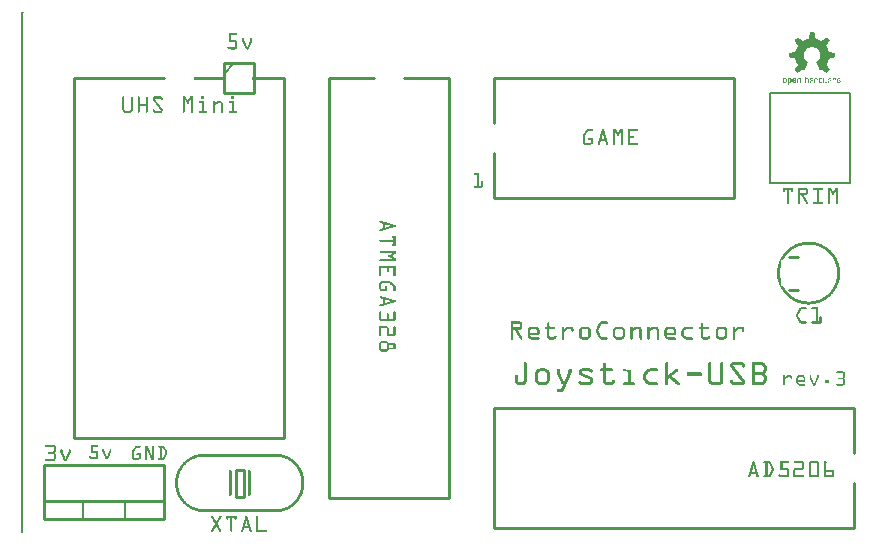
<source format=gto>
G04 MADE WITH FRITZING*
G04 WWW.FRITZING.ORG*
G04 DOUBLE SIDED*
G04 HOLES PLATED*
G04 CONTOUR ON CENTER OF CONTOUR VECTOR*
%ASAXBY*%
%FSLAX23Y23*%
%MOIN*%
%OFA0B0*%
%SFA1.0B1.0*%
%ADD10R,0.038714X0.096457X0.019029X0.076772*%
%ADD11C,0.009843*%
%ADD12C,0.008000*%
%ADD13C,0.010000*%
%ADD14C,0.005000*%
%ADD15C,0.011000*%
%ADD16R,0.001000X0.001000*%
%LNSILK1*%
G90*
G70*
G54D11*
X722Y211D02*
X751Y211D01*
X751Y124D01*
X722Y124D01*
X722Y211D01*
D02*
G54D12*
X2505Y1468D02*
X2505Y1168D01*
D02*
X2505Y1168D02*
X2769Y1168D01*
D02*
X2769Y1168D02*
X2769Y1468D01*
D02*
X2769Y1468D02*
X2505Y1468D01*
G54D13*
D02*
X2783Y418D02*
X1583Y418D01*
D02*
X1583Y418D02*
X1583Y18D01*
D02*
X1583Y18D02*
X2783Y18D01*
D02*
X2783Y418D02*
X2783Y268D01*
D02*
X2783Y168D02*
X2783Y18D01*
D02*
X1033Y1518D02*
X1033Y118D01*
D02*
X1033Y118D02*
X1433Y118D01*
D02*
X1433Y118D02*
X1433Y1518D01*
D02*
X1033Y1518D02*
X1183Y1518D01*
D02*
X1283Y1518D02*
X1433Y1518D01*
D02*
X183Y1518D02*
X183Y318D01*
D02*
X183Y318D02*
X883Y318D01*
D02*
X883Y318D02*
X883Y1518D01*
D02*
X183Y1518D02*
X483Y1518D01*
D02*
X483Y48D02*
X83Y48D01*
D02*
X83Y48D02*
X83Y228D01*
D02*
X83Y228D02*
X483Y228D01*
D02*
X483Y228D02*
X483Y48D01*
D02*
X483Y48D02*
X83Y48D01*
D02*
X83Y48D02*
X83Y108D01*
D02*
X83Y108D02*
X483Y108D01*
D02*
X483Y108D02*
X483Y48D01*
G54D14*
D02*
X353Y48D02*
X353Y108D01*
D02*
X213Y48D02*
X213Y108D01*
G54D13*
D02*
X1583Y1118D02*
X2383Y1118D01*
D02*
X2383Y1118D02*
X2383Y1518D01*
D02*
X2383Y1518D02*
X1583Y1518D01*
D02*
X1583Y1118D02*
X1583Y1268D01*
D02*
X1583Y1368D02*
X1583Y1518D01*
D02*
X683Y1568D02*
X683Y1468D01*
D02*
X683Y1468D02*
X783Y1468D01*
D02*
X783Y1468D02*
X783Y1568D01*
D02*
X783Y1568D02*
X683Y1568D01*
G54D14*
D02*
X683Y1533D02*
X718Y1568D01*
G54D15*
X2568Y923D02*
X2598Y923D01*
D02*
X2568Y813D02*
X2598Y813D01*
D02*
G54D16*
X7Y1737D02*
X15Y1737D01*
X7Y1736D02*
X14Y1736D01*
X7Y1735D02*
X14Y1735D01*
X7Y1734D02*
X14Y1734D01*
X7Y1733D02*
X14Y1733D01*
X7Y1732D02*
X14Y1732D01*
X7Y1731D02*
X14Y1731D01*
X7Y1730D02*
X14Y1730D01*
X7Y1729D02*
X14Y1729D01*
X7Y1728D02*
X14Y1728D01*
X7Y1727D02*
X14Y1727D01*
X7Y1726D02*
X14Y1726D01*
X7Y1725D02*
X14Y1725D01*
X7Y1724D02*
X14Y1724D01*
X7Y1723D02*
X14Y1723D01*
X7Y1722D02*
X14Y1722D01*
X7Y1721D02*
X14Y1721D01*
X7Y1720D02*
X14Y1720D01*
X7Y1719D02*
X14Y1719D01*
X7Y1718D02*
X14Y1718D01*
X7Y1717D02*
X14Y1717D01*
X7Y1716D02*
X14Y1716D01*
X7Y1715D02*
X14Y1715D01*
X7Y1714D02*
X14Y1714D01*
X7Y1713D02*
X14Y1713D01*
X7Y1712D02*
X14Y1712D01*
X7Y1711D02*
X14Y1711D01*
X7Y1710D02*
X14Y1710D01*
X7Y1709D02*
X14Y1709D01*
X7Y1708D02*
X14Y1708D01*
X7Y1707D02*
X14Y1707D01*
X7Y1706D02*
X14Y1706D01*
X7Y1705D02*
X14Y1705D01*
X7Y1704D02*
X14Y1704D01*
X7Y1703D02*
X14Y1703D01*
X7Y1702D02*
X14Y1702D01*
X7Y1701D02*
X14Y1701D01*
X7Y1700D02*
X14Y1700D01*
X7Y1699D02*
X14Y1699D01*
X7Y1698D02*
X14Y1698D01*
X7Y1697D02*
X14Y1697D01*
X7Y1696D02*
X14Y1696D01*
X7Y1695D02*
X14Y1695D01*
X7Y1694D02*
X14Y1694D01*
X7Y1693D02*
X14Y1693D01*
X7Y1692D02*
X14Y1692D01*
X7Y1691D02*
X14Y1691D01*
X7Y1690D02*
X14Y1690D01*
X7Y1689D02*
X14Y1689D01*
X7Y1688D02*
X14Y1688D01*
X7Y1687D02*
X14Y1687D01*
X7Y1686D02*
X14Y1686D01*
X7Y1685D02*
X14Y1685D01*
X7Y1684D02*
X14Y1684D01*
X7Y1683D02*
X14Y1683D01*
X7Y1682D02*
X14Y1682D01*
X7Y1681D02*
X14Y1681D01*
X7Y1680D02*
X14Y1680D01*
X7Y1679D02*
X14Y1679D01*
X7Y1678D02*
X14Y1678D01*
X7Y1677D02*
X14Y1677D01*
X7Y1676D02*
X14Y1676D01*
X7Y1675D02*
X14Y1675D01*
X7Y1674D02*
X14Y1674D01*
X7Y1673D02*
X14Y1673D01*
X7Y1672D02*
X14Y1672D01*
X7Y1671D02*
X14Y1671D01*
X2638Y1671D02*
X2650Y1671D01*
X7Y1670D02*
X14Y1670D01*
X2637Y1670D02*
X2651Y1670D01*
X7Y1669D02*
X14Y1669D01*
X2637Y1669D02*
X2651Y1669D01*
X7Y1668D02*
X14Y1668D01*
X701Y1668D02*
X725Y1668D01*
X2637Y1668D02*
X2651Y1668D01*
X7Y1667D02*
X14Y1667D01*
X701Y1667D02*
X727Y1667D01*
X2636Y1667D02*
X2652Y1667D01*
X7Y1666D02*
X14Y1666D01*
X701Y1666D02*
X728Y1666D01*
X2636Y1666D02*
X2652Y1666D01*
X7Y1665D02*
X14Y1665D01*
X701Y1665D02*
X728Y1665D01*
X2636Y1665D02*
X2652Y1665D01*
X7Y1664D02*
X14Y1664D01*
X701Y1664D02*
X728Y1664D01*
X2636Y1664D02*
X2652Y1664D01*
X7Y1663D02*
X14Y1663D01*
X701Y1663D02*
X727Y1663D01*
X2636Y1663D02*
X2652Y1663D01*
X7Y1662D02*
X14Y1662D01*
X701Y1662D02*
X727Y1662D01*
X2635Y1662D02*
X2653Y1662D01*
X7Y1661D02*
X14Y1661D01*
X701Y1661D02*
X708Y1661D01*
X2635Y1661D02*
X2653Y1661D01*
X7Y1660D02*
X14Y1660D01*
X701Y1660D02*
X707Y1660D01*
X2635Y1660D02*
X2653Y1660D01*
X7Y1659D02*
X14Y1659D01*
X701Y1659D02*
X707Y1659D01*
X2635Y1659D02*
X2653Y1659D01*
X7Y1658D02*
X14Y1658D01*
X701Y1658D02*
X707Y1658D01*
X2635Y1658D02*
X2653Y1658D01*
X7Y1657D02*
X14Y1657D01*
X701Y1657D02*
X707Y1657D01*
X2634Y1657D02*
X2653Y1657D01*
X7Y1656D02*
X14Y1656D01*
X701Y1656D02*
X707Y1656D01*
X2634Y1656D02*
X2654Y1656D01*
X7Y1655D02*
X14Y1655D01*
X701Y1655D02*
X707Y1655D01*
X2634Y1655D02*
X2654Y1655D01*
X7Y1654D02*
X14Y1654D01*
X701Y1654D02*
X707Y1654D01*
X2634Y1654D02*
X2654Y1654D01*
X7Y1653D02*
X14Y1653D01*
X701Y1653D02*
X707Y1653D01*
X746Y1653D02*
X749Y1653D01*
X774Y1653D02*
X776Y1653D01*
X2595Y1653D02*
X2596Y1653D01*
X2634Y1653D02*
X2654Y1653D01*
X2692Y1653D02*
X2693Y1653D01*
X7Y1652D02*
X14Y1652D01*
X701Y1652D02*
X707Y1652D01*
X745Y1652D02*
X750Y1652D01*
X773Y1652D02*
X777Y1652D01*
X2594Y1652D02*
X2597Y1652D01*
X2634Y1652D02*
X2654Y1652D01*
X2691Y1652D02*
X2694Y1652D01*
X7Y1651D02*
X14Y1651D01*
X701Y1651D02*
X707Y1651D01*
X745Y1651D02*
X750Y1651D01*
X772Y1651D02*
X778Y1651D01*
X2593Y1651D02*
X2599Y1651D01*
X2633Y1651D02*
X2655Y1651D01*
X2689Y1651D02*
X2695Y1651D01*
X7Y1650D02*
X14Y1650D01*
X701Y1650D02*
X707Y1650D01*
X745Y1650D02*
X751Y1650D01*
X772Y1650D02*
X778Y1650D01*
X2592Y1650D02*
X2600Y1650D01*
X2633Y1650D02*
X2655Y1650D01*
X2688Y1650D02*
X2696Y1650D01*
X7Y1649D02*
X14Y1649D01*
X701Y1649D02*
X707Y1649D01*
X745Y1649D02*
X751Y1649D01*
X772Y1649D02*
X778Y1649D01*
X2591Y1649D02*
X2602Y1649D01*
X2631Y1649D02*
X2657Y1649D01*
X2686Y1649D02*
X2697Y1649D01*
X7Y1648D02*
X14Y1648D01*
X701Y1648D02*
X707Y1648D01*
X745Y1648D02*
X751Y1648D01*
X772Y1648D02*
X778Y1648D01*
X2590Y1648D02*
X2603Y1648D01*
X2627Y1648D02*
X2661Y1648D01*
X2685Y1648D02*
X2698Y1648D01*
X7Y1647D02*
X14Y1647D01*
X701Y1647D02*
X707Y1647D01*
X745Y1647D02*
X751Y1647D01*
X772Y1647D02*
X778Y1647D01*
X2589Y1647D02*
X2605Y1647D01*
X2624Y1647D02*
X2664Y1647D01*
X2683Y1647D02*
X2699Y1647D01*
X7Y1646D02*
X14Y1646D01*
X701Y1646D02*
X707Y1646D01*
X745Y1646D02*
X751Y1646D01*
X772Y1646D02*
X778Y1646D01*
X2588Y1646D02*
X2606Y1646D01*
X2622Y1646D02*
X2666Y1646D01*
X2682Y1646D02*
X2700Y1646D01*
X7Y1645D02*
X14Y1645D01*
X701Y1645D02*
X707Y1645D01*
X745Y1645D02*
X751Y1645D01*
X772Y1645D02*
X778Y1645D01*
X2587Y1645D02*
X2608Y1645D01*
X2620Y1645D02*
X2668Y1645D01*
X2680Y1645D02*
X2701Y1645D01*
X7Y1644D02*
X14Y1644D01*
X701Y1644D02*
X724Y1644D01*
X745Y1644D02*
X751Y1644D01*
X772Y1644D02*
X778Y1644D01*
X2586Y1644D02*
X2609Y1644D01*
X2618Y1644D02*
X2670Y1644D01*
X2679Y1644D02*
X2702Y1644D01*
X7Y1643D02*
X14Y1643D01*
X701Y1643D02*
X725Y1643D01*
X745Y1643D02*
X751Y1643D01*
X771Y1643D02*
X778Y1643D01*
X2586Y1643D02*
X2611Y1643D01*
X2616Y1643D02*
X2672Y1643D01*
X2677Y1643D02*
X2702Y1643D01*
X7Y1642D02*
X14Y1642D01*
X701Y1642D02*
X726Y1642D01*
X745Y1642D02*
X752Y1642D01*
X771Y1642D02*
X777Y1642D01*
X2586Y1642D02*
X2612Y1642D01*
X2614Y1642D02*
X2674Y1642D01*
X2676Y1642D02*
X2702Y1642D01*
X7Y1641D02*
X14Y1641D01*
X701Y1641D02*
X727Y1641D01*
X745Y1641D02*
X752Y1641D01*
X770Y1641D02*
X777Y1641D01*
X2587Y1641D02*
X2701Y1641D01*
X7Y1640D02*
X14Y1640D01*
X701Y1640D02*
X727Y1640D01*
X746Y1640D02*
X753Y1640D01*
X770Y1640D02*
X777Y1640D01*
X2588Y1640D02*
X2700Y1640D01*
X7Y1639D02*
X14Y1639D01*
X701Y1639D02*
X728Y1639D01*
X746Y1639D02*
X753Y1639D01*
X770Y1639D02*
X776Y1639D01*
X2588Y1639D02*
X2700Y1639D01*
X7Y1638D02*
X14Y1638D01*
X701Y1638D02*
X728Y1638D01*
X747Y1638D02*
X753Y1638D01*
X769Y1638D02*
X776Y1638D01*
X2589Y1638D02*
X2699Y1638D01*
X7Y1637D02*
X14Y1637D01*
X722Y1637D02*
X728Y1637D01*
X747Y1637D02*
X754Y1637D01*
X769Y1637D02*
X775Y1637D01*
X2590Y1637D02*
X2698Y1637D01*
X7Y1636D02*
X14Y1636D01*
X722Y1636D02*
X728Y1636D01*
X748Y1636D02*
X754Y1636D01*
X768Y1636D02*
X775Y1636D01*
X2590Y1636D02*
X2698Y1636D01*
X7Y1635D02*
X14Y1635D01*
X722Y1635D02*
X728Y1635D01*
X748Y1635D02*
X755Y1635D01*
X768Y1635D02*
X774Y1635D01*
X2591Y1635D02*
X2697Y1635D01*
X7Y1634D02*
X14Y1634D01*
X722Y1634D02*
X728Y1634D01*
X749Y1634D02*
X755Y1634D01*
X767Y1634D02*
X774Y1634D01*
X2592Y1634D02*
X2696Y1634D01*
X7Y1633D02*
X14Y1633D01*
X722Y1633D02*
X728Y1633D01*
X749Y1633D02*
X756Y1633D01*
X767Y1633D02*
X774Y1633D01*
X2592Y1633D02*
X2696Y1633D01*
X7Y1632D02*
X14Y1632D01*
X722Y1632D02*
X728Y1632D01*
X749Y1632D02*
X756Y1632D01*
X766Y1632D02*
X773Y1632D01*
X2593Y1632D02*
X2695Y1632D01*
X7Y1631D02*
X14Y1631D01*
X722Y1631D02*
X728Y1631D01*
X750Y1631D02*
X756Y1631D01*
X766Y1631D02*
X773Y1631D01*
X2594Y1631D02*
X2694Y1631D01*
X7Y1630D02*
X14Y1630D01*
X722Y1630D02*
X728Y1630D01*
X750Y1630D02*
X757Y1630D01*
X766Y1630D02*
X772Y1630D01*
X2594Y1630D02*
X2693Y1630D01*
X7Y1629D02*
X14Y1629D01*
X722Y1629D02*
X728Y1629D01*
X751Y1629D02*
X757Y1629D01*
X765Y1629D02*
X772Y1629D01*
X2595Y1629D02*
X2693Y1629D01*
X7Y1628D02*
X14Y1628D01*
X722Y1628D02*
X728Y1628D01*
X751Y1628D02*
X758Y1628D01*
X765Y1628D02*
X771Y1628D01*
X2596Y1628D02*
X2692Y1628D01*
X7Y1627D02*
X14Y1627D01*
X722Y1627D02*
X728Y1627D01*
X752Y1627D02*
X758Y1627D01*
X764Y1627D02*
X771Y1627D01*
X2597Y1627D02*
X2691Y1627D01*
X7Y1626D02*
X14Y1626D01*
X722Y1626D02*
X728Y1626D01*
X752Y1626D02*
X759Y1626D01*
X764Y1626D02*
X770Y1626D01*
X2597Y1626D02*
X2691Y1626D01*
X7Y1625D02*
X14Y1625D01*
X722Y1625D02*
X728Y1625D01*
X752Y1625D02*
X759Y1625D01*
X763Y1625D02*
X770Y1625D01*
X2597Y1625D02*
X2691Y1625D01*
X7Y1624D02*
X14Y1624D01*
X722Y1624D02*
X728Y1624D01*
X753Y1624D02*
X760Y1624D01*
X763Y1624D02*
X770Y1624D01*
X2596Y1624D02*
X2692Y1624D01*
X7Y1623D02*
X14Y1623D01*
X695Y1623D02*
X700Y1623D01*
X722Y1623D02*
X728Y1623D01*
X753Y1623D02*
X760Y1623D01*
X763Y1623D02*
X769Y1623D01*
X2596Y1623D02*
X2692Y1623D01*
X7Y1622D02*
X14Y1622D01*
X695Y1622D02*
X702Y1622D01*
X722Y1622D02*
X728Y1622D01*
X754Y1622D02*
X760Y1622D01*
X762Y1622D02*
X769Y1622D01*
X2595Y1622D02*
X2693Y1622D01*
X7Y1621D02*
X14Y1621D01*
X694Y1621D02*
X728Y1621D01*
X754Y1621D02*
X768Y1621D01*
X2595Y1621D02*
X2637Y1621D01*
X2651Y1621D02*
X2693Y1621D01*
X7Y1620D02*
X14Y1620D01*
X694Y1620D02*
X728Y1620D01*
X755Y1620D02*
X768Y1620D01*
X2594Y1620D02*
X2634Y1620D01*
X2654Y1620D02*
X2694Y1620D01*
X7Y1619D02*
X14Y1619D01*
X695Y1619D02*
X728Y1619D01*
X755Y1619D02*
X767Y1619D01*
X2593Y1619D02*
X2632Y1619D01*
X2656Y1619D02*
X2694Y1619D01*
X7Y1618D02*
X14Y1618D01*
X695Y1618D02*
X727Y1618D01*
X756Y1618D02*
X767Y1618D01*
X2593Y1618D02*
X2630Y1618D01*
X2658Y1618D02*
X2695Y1618D01*
X7Y1617D02*
X14Y1617D01*
X697Y1617D02*
X727Y1617D01*
X756Y1617D02*
X767Y1617D01*
X2593Y1617D02*
X2628Y1617D01*
X2660Y1617D02*
X2695Y1617D01*
X7Y1616D02*
X14Y1616D01*
X699Y1616D02*
X726Y1616D01*
X756Y1616D02*
X766Y1616D01*
X2592Y1616D02*
X2627Y1616D01*
X2661Y1616D02*
X2696Y1616D01*
X7Y1615D02*
X14Y1615D01*
X701Y1615D02*
X724Y1615D01*
X757Y1615D02*
X765Y1615D01*
X2592Y1615D02*
X2626Y1615D01*
X2662Y1615D02*
X2696Y1615D01*
X7Y1614D02*
X14Y1614D01*
X706Y1614D02*
X721Y1614D01*
X760Y1614D02*
X763Y1614D01*
X2591Y1614D02*
X2624Y1614D01*
X2663Y1614D02*
X2697Y1614D01*
X7Y1613D02*
X14Y1613D01*
X2591Y1613D02*
X2623Y1613D01*
X2664Y1613D02*
X2697Y1613D01*
X7Y1612D02*
X14Y1612D01*
X2591Y1612D02*
X2623Y1612D01*
X2665Y1612D02*
X2697Y1612D01*
X7Y1611D02*
X14Y1611D01*
X2590Y1611D02*
X2622Y1611D01*
X2666Y1611D02*
X2698Y1611D01*
X7Y1610D02*
X14Y1610D01*
X2590Y1610D02*
X2621Y1610D01*
X2667Y1610D02*
X2698Y1610D01*
X7Y1609D02*
X14Y1609D01*
X2590Y1609D02*
X2620Y1609D01*
X2668Y1609D02*
X2698Y1609D01*
X7Y1608D02*
X14Y1608D01*
X2589Y1608D02*
X2620Y1608D01*
X2668Y1608D02*
X2699Y1608D01*
X7Y1607D02*
X14Y1607D01*
X2589Y1607D02*
X2619Y1607D01*
X2669Y1607D02*
X2699Y1607D01*
X7Y1606D02*
X14Y1606D01*
X2589Y1606D02*
X2619Y1606D01*
X2669Y1606D02*
X2699Y1606D01*
X7Y1605D02*
X14Y1605D01*
X2584Y1605D02*
X2618Y1605D01*
X2670Y1605D02*
X2704Y1605D01*
X7Y1604D02*
X14Y1604D01*
X2579Y1604D02*
X2618Y1604D01*
X2670Y1604D02*
X2709Y1604D01*
X7Y1603D02*
X14Y1603D01*
X2573Y1603D02*
X2618Y1603D01*
X2670Y1603D02*
X2715Y1603D01*
X7Y1602D02*
X14Y1602D01*
X2568Y1602D02*
X2617Y1602D01*
X2671Y1602D02*
X2720Y1602D01*
X7Y1601D02*
X14Y1601D01*
X2568Y1601D02*
X2617Y1601D01*
X2671Y1601D02*
X2720Y1601D01*
X7Y1600D02*
X14Y1600D01*
X2568Y1600D02*
X2617Y1600D01*
X2671Y1600D02*
X2720Y1600D01*
X7Y1599D02*
X14Y1599D01*
X2568Y1599D02*
X2617Y1599D01*
X2671Y1599D02*
X2720Y1599D01*
X7Y1598D02*
X14Y1598D01*
X2568Y1598D02*
X2616Y1598D01*
X2671Y1598D02*
X2720Y1598D01*
X7Y1597D02*
X14Y1597D01*
X2568Y1597D02*
X2616Y1597D01*
X2672Y1597D02*
X2720Y1597D01*
X7Y1596D02*
X14Y1596D01*
X2568Y1596D02*
X2616Y1596D01*
X2672Y1596D02*
X2720Y1596D01*
X7Y1595D02*
X14Y1595D01*
X2568Y1595D02*
X2616Y1595D01*
X2672Y1595D02*
X2720Y1595D01*
X7Y1594D02*
X14Y1594D01*
X2568Y1594D02*
X2616Y1594D01*
X2672Y1594D02*
X2720Y1594D01*
X7Y1593D02*
X14Y1593D01*
X2568Y1593D02*
X2616Y1593D01*
X2672Y1593D02*
X2720Y1593D01*
X7Y1592D02*
X14Y1592D01*
X2568Y1592D02*
X2616Y1592D01*
X2672Y1592D02*
X2720Y1592D01*
X7Y1591D02*
X14Y1591D01*
X2568Y1591D02*
X2616Y1591D01*
X2671Y1591D02*
X2720Y1591D01*
X7Y1590D02*
X14Y1590D01*
X2568Y1590D02*
X2617Y1590D01*
X2671Y1590D02*
X2720Y1590D01*
X7Y1589D02*
X14Y1589D01*
X2568Y1589D02*
X2617Y1589D01*
X2671Y1589D02*
X2720Y1589D01*
X7Y1588D02*
X14Y1588D01*
X2568Y1588D02*
X2617Y1588D01*
X2671Y1588D02*
X2720Y1588D01*
X7Y1587D02*
X14Y1587D01*
X2570Y1587D02*
X2617Y1587D01*
X2671Y1587D02*
X2718Y1587D01*
X7Y1586D02*
X14Y1586D01*
X2575Y1586D02*
X2618Y1586D01*
X2670Y1586D02*
X2713Y1586D01*
X7Y1585D02*
X14Y1585D01*
X2580Y1585D02*
X2618Y1585D01*
X2670Y1585D02*
X2707Y1585D01*
X7Y1584D02*
X14Y1584D01*
X2586Y1584D02*
X2618Y1584D01*
X2670Y1584D02*
X2702Y1584D01*
X7Y1583D02*
X14Y1583D01*
X2589Y1583D02*
X2619Y1583D01*
X2669Y1583D02*
X2699Y1583D01*
X7Y1582D02*
X14Y1582D01*
X2589Y1582D02*
X2619Y1582D01*
X2669Y1582D02*
X2699Y1582D01*
X7Y1581D02*
X14Y1581D01*
X2589Y1581D02*
X2620Y1581D01*
X2668Y1581D02*
X2699Y1581D01*
X7Y1580D02*
X14Y1580D01*
X2589Y1580D02*
X2620Y1580D01*
X2667Y1580D02*
X2699Y1580D01*
X7Y1579D02*
X14Y1579D01*
X2590Y1579D02*
X2621Y1579D01*
X2667Y1579D02*
X2698Y1579D01*
X7Y1578D02*
X14Y1578D01*
X2590Y1578D02*
X2622Y1578D01*
X2666Y1578D02*
X2698Y1578D01*
X7Y1577D02*
X14Y1577D01*
X2590Y1577D02*
X2623Y1577D01*
X2665Y1577D02*
X2698Y1577D01*
X7Y1576D02*
X14Y1576D01*
X2590Y1576D02*
X2624Y1576D01*
X2664Y1576D02*
X2698Y1576D01*
X7Y1575D02*
X14Y1575D01*
X2591Y1575D02*
X2625Y1575D01*
X2663Y1575D02*
X2697Y1575D01*
X7Y1574D02*
X14Y1574D01*
X2591Y1574D02*
X2626Y1574D01*
X2662Y1574D02*
X2697Y1574D01*
X7Y1573D02*
X14Y1573D01*
X2592Y1573D02*
X2627Y1573D01*
X2661Y1573D02*
X2696Y1573D01*
X7Y1572D02*
X14Y1572D01*
X2592Y1572D02*
X2628Y1572D01*
X2660Y1572D02*
X2696Y1572D01*
X7Y1571D02*
X14Y1571D01*
X2592Y1571D02*
X2629Y1571D01*
X2659Y1571D02*
X2696Y1571D01*
X7Y1570D02*
X14Y1570D01*
X2593Y1570D02*
X2629Y1570D01*
X2659Y1570D02*
X2695Y1570D01*
X7Y1569D02*
X14Y1569D01*
X2593Y1569D02*
X2628Y1569D01*
X2660Y1569D02*
X2695Y1569D01*
X7Y1568D02*
X14Y1568D01*
X2594Y1568D02*
X2628Y1568D01*
X2660Y1568D02*
X2694Y1568D01*
X7Y1567D02*
X14Y1567D01*
X2594Y1567D02*
X2628Y1567D01*
X2660Y1567D02*
X2694Y1567D01*
X7Y1566D02*
X14Y1566D01*
X2595Y1566D02*
X2627Y1566D01*
X2661Y1566D02*
X2693Y1566D01*
X7Y1565D02*
X14Y1565D01*
X2595Y1565D02*
X2627Y1565D01*
X2661Y1565D02*
X2693Y1565D01*
X7Y1564D02*
X14Y1564D01*
X2596Y1564D02*
X2626Y1564D01*
X2662Y1564D02*
X2692Y1564D01*
X7Y1563D02*
X14Y1563D01*
X2597Y1563D02*
X2626Y1563D01*
X2662Y1563D02*
X2691Y1563D01*
X7Y1562D02*
X14Y1562D01*
X2596Y1562D02*
X2625Y1562D01*
X2663Y1562D02*
X2692Y1562D01*
X7Y1561D02*
X14Y1561D01*
X2596Y1561D02*
X2625Y1561D01*
X2663Y1561D02*
X2692Y1561D01*
X7Y1560D02*
X14Y1560D01*
X2595Y1560D02*
X2625Y1560D01*
X2663Y1560D02*
X2693Y1560D01*
X7Y1559D02*
X14Y1559D01*
X2594Y1559D02*
X2624Y1559D01*
X2664Y1559D02*
X2694Y1559D01*
X7Y1558D02*
X14Y1558D01*
X2594Y1558D02*
X2624Y1558D01*
X2664Y1558D02*
X2694Y1558D01*
X7Y1557D02*
X14Y1557D01*
X2593Y1557D02*
X2623Y1557D01*
X2665Y1557D02*
X2695Y1557D01*
X7Y1556D02*
X14Y1556D01*
X2592Y1556D02*
X2623Y1556D01*
X2665Y1556D02*
X2696Y1556D01*
X7Y1555D02*
X14Y1555D01*
X2591Y1555D02*
X2623Y1555D01*
X2665Y1555D02*
X2696Y1555D01*
X7Y1554D02*
X14Y1554D01*
X2591Y1554D02*
X2622Y1554D01*
X2666Y1554D02*
X2697Y1554D01*
X7Y1553D02*
X14Y1553D01*
X2590Y1553D02*
X2622Y1553D01*
X2666Y1553D02*
X2698Y1553D01*
X7Y1552D02*
X14Y1552D01*
X2589Y1552D02*
X2621Y1552D01*
X2667Y1552D02*
X2699Y1552D01*
X7Y1551D02*
X14Y1551D01*
X2589Y1551D02*
X2621Y1551D01*
X2667Y1551D02*
X2699Y1551D01*
X7Y1550D02*
X14Y1550D01*
X2588Y1550D02*
X2620Y1550D01*
X2667Y1550D02*
X2700Y1550D01*
X7Y1549D02*
X14Y1549D01*
X2587Y1549D02*
X2620Y1549D01*
X2668Y1549D02*
X2701Y1549D01*
X7Y1548D02*
X14Y1548D01*
X2587Y1548D02*
X2620Y1548D01*
X2668Y1548D02*
X2701Y1548D01*
X7Y1547D02*
X14Y1547D01*
X2586Y1547D02*
X2619Y1547D01*
X2669Y1547D02*
X2702Y1547D01*
X7Y1546D02*
X14Y1546D01*
X2585Y1546D02*
X2610Y1546D01*
X2614Y1546D02*
X2619Y1546D01*
X2669Y1546D02*
X2674Y1546D01*
X2678Y1546D02*
X2702Y1546D01*
X7Y1545D02*
X14Y1545D01*
X2586Y1545D02*
X2609Y1545D01*
X2615Y1545D02*
X2618Y1545D01*
X2670Y1545D02*
X2673Y1545D01*
X2679Y1545D02*
X2702Y1545D01*
X7Y1544D02*
X14Y1544D01*
X2587Y1544D02*
X2607Y1544D01*
X2617Y1544D02*
X2618Y1544D01*
X2670Y1544D02*
X2671Y1544D01*
X2681Y1544D02*
X2701Y1544D01*
X7Y1543D02*
X14Y1543D01*
X2588Y1543D02*
X2606Y1543D01*
X2682Y1543D02*
X2700Y1543D01*
X7Y1542D02*
X14Y1542D01*
X2589Y1542D02*
X2604Y1542D01*
X2684Y1542D02*
X2699Y1542D01*
X7Y1541D02*
X14Y1541D01*
X2590Y1541D02*
X2603Y1541D01*
X2685Y1541D02*
X2698Y1541D01*
X7Y1540D02*
X14Y1540D01*
X2591Y1540D02*
X2601Y1540D01*
X2687Y1540D02*
X2697Y1540D01*
X7Y1539D02*
X14Y1539D01*
X2592Y1539D02*
X2600Y1539D01*
X2688Y1539D02*
X2696Y1539D01*
X7Y1538D02*
X14Y1538D01*
X2593Y1538D02*
X2598Y1538D01*
X2690Y1538D02*
X2695Y1538D01*
X7Y1537D02*
X14Y1537D01*
X2594Y1537D02*
X2597Y1537D01*
X2691Y1537D02*
X2694Y1537D01*
X7Y1536D02*
X14Y1536D01*
X2595Y1536D02*
X2595Y1536D01*
X2692Y1536D02*
X2693Y1536D01*
X7Y1535D02*
X14Y1535D01*
X7Y1534D02*
X14Y1534D01*
X7Y1533D02*
X14Y1533D01*
X7Y1532D02*
X14Y1532D01*
X7Y1531D02*
X14Y1531D01*
X7Y1530D02*
X14Y1530D01*
X7Y1529D02*
X14Y1529D01*
X7Y1528D02*
X14Y1528D01*
X7Y1527D02*
X14Y1527D01*
X7Y1526D02*
X14Y1526D01*
X7Y1525D02*
X14Y1525D01*
X7Y1524D02*
X14Y1524D01*
X2623Y1524D02*
X2623Y1524D01*
X2678Y1524D02*
X2678Y1524D01*
X7Y1523D02*
X14Y1523D01*
X583Y1523D02*
X688Y1523D01*
X777Y1523D02*
X882Y1523D01*
X2622Y1523D02*
X2623Y1523D01*
X2676Y1523D02*
X2678Y1523D01*
X7Y1522D02*
X14Y1522D01*
X583Y1522D02*
X688Y1522D01*
X777Y1522D02*
X882Y1522D01*
X2622Y1522D02*
X2623Y1522D01*
X2676Y1522D02*
X2678Y1522D01*
X7Y1521D02*
X14Y1521D01*
X583Y1521D02*
X688Y1521D01*
X777Y1521D02*
X882Y1521D01*
X2622Y1521D02*
X2623Y1521D01*
X2676Y1521D02*
X2678Y1521D01*
X7Y1520D02*
X14Y1520D01*
X583Y1520D02*
X688Y1520D01*
X777Y1520D02*
X882Y1520D01*
X2622Y1520D02*
X2623Y1520D01*
X2676Y1520D02*
X2678Y1520D01*
X7Y1519D02*
X14Y1519D01*
X583Y1519D02*
X688Y1519D01*
X777Y1519D02*
X882Y1519D01*
X2551Y1519D02*
X2555Y1519D01*
X2567Y1519D02*
X2571Y1519D01*
X2583Y1519D02*
X2587Y1519D01*
X2599Y1519D02*
X2603Y1519D01*
X2622Y1519D02*
X2623Y1519D01*
X2676Y1519D02*
X2678Y1519D01*
X7Y1518D02*
X14Y1518D01*
X583Y1518D02*
X688Y1518D01*
X777Y1518D02*
X882Y1518D01*
X2549Y1518D02*
X2557Y1518D01*
X2565Y1518D02*
X2573Y1518D01*
X2581Y1518D02*
X2588Y1518D01*
X2597Y1518D02*
X2604Y1518D01*
X2622Y1518D02*
X2623Y1518D01*
X2625Y1518D02*
X2629Y1518D01*
X2640Y1518D02*
X2644Y1518D01*
X2655Y1518D02*
X2659Y1518D01*
X2671Y1518D02*
X2678Y1518D01*
X2682Y1518D02*
X2683Y1518D01*
X2688Y1518D02*
X2688Y1518D01*
X2694Y1518D02*
X2694Y1518D01*
X2701Y1518D02*
X2705Y1518D01*
X2716Y1518D02*
X2720Y1518D01*
X2731Y1518D02*
X2735Y1518D01*
X7Y1517D02*
X14Y1517D01*
X583Y1517D02*
X688Y1517D01*
X777Y1517D02*
X882Y1517D01*
X2548Y1517D02*
X2557Y1517D01*
X2564Y1517D02*
X2573Y1517D01*
X2580Y1517D02*
X2589Y1517D01*
X2596Y1517D02*
X2605Y1517D01*
X2622Y1517D02*
X2630Y1517D01*
X2639Y1517D02*
X2646Y1517D01*
X2654Y1517D02*
X2661Y1517D01*
X2669Y1517D02*
X2678Y1517D01*
X2681Y1517D02*
X2683Y1517D01*
X2687Y1517D02*
X2688Y1517D01*
X2693Y1517D02*
X2694Y1517D01*
X2700Y1517D02*
X2706Y1517D01*
X2715Y1517D02*
X2722Y1517D01*
X2730Y1517D02*
X2737Y1517D01*
X7Y1516D02*
X14Y1516D01*
X583Y1516D02*
X688Y1516D01*
X777Y1516D02*
X882Y1516D01*
X2548Y1516D02*
X2552Y1516D01*
X2554Y1516D02*
X2558Y1516D01*
X2564Y1516D02*
X2568Y1516D01*
X2570Y1516D02*
X2574Y1516D01*
X2580Y1516D02*
X2584Y1516D01*
X2586Y1516D02*
X2590Y1516D01*
X2596Y1516D02*
X2600Y1516D01*
X2602Y1516D02*
X2606Y1516D01*
X2622Y1516D02*
X2626Y1516D01*
X2628Y1516D02*
X2631Y1516D01*
X2638Y1516D02*
X2641Y1516D01*
X2643Y1516D02*
X2646Y1516D01*
X2653Y1516D02*
X2656Y1516D01*
X2658Y1516D02*
X2662Y1516D01*
X2668Y1516D02*
X2671Y1516D01*
X2674Y1516D02*
X2678Y1516D01*
X2681Y1516D02*
X2683Y1516D01*
X2687Y1516D02*
X2688Y1516D01*
X2693Y1516D02*
X2694Y1516D01*
X2699Y1516D02*
X2702Y1516D01*
X2704Y1516D02*
X2707Y1516D01*
X2714Y1516D02*
X2717Y1516D01*
X2719Y1516D02*
X2722Y1516D01*
X2729Y1516D02*
X2732Y1516D01*
X2734Y1516D02*
X2738Y1516D01*
X7Y1515D02*
X14Y1515D01*
X583Y1515D02*
X688Y1515D01*
X777Y1515D02*
X882Y1515D01*
X2547Y1515D02*
X2550Y1515D01*
X2556Y1515D02*
X2558Y1515D01*
X2563Y1515D02*
X2566Y1515D01*
X2572Y1515D02*
X2574Y1515D01*
X2579Y1515D02*
X2582Y1515D01*
X2588Y1515D02*
X2590Y1515D01*
X2595Y1515D02*
X2598Y1515D01*
X2604Y1515D02*
X2606Y1515D01*
X2622Y1515D02*
X2624Y1515D01*
X2630Y1515D02*
X2632Y1515D01*
X2637Y1515D02*
X2639Y1515D01*
X2645Y1515D02*
X2647Y1515D01*
X2653Y1515D02*
X2654Y1515D01*
X2660Y1515D02*
X2662Y1515D01*
X2668Y1515D02*
X2670Y1515D01*
X2675Y1515D02*
X2678Y1515D01*
X2681Y1515D02*
X2683Y1515D01*
X2687Y1515D02*
X2688Y1515D01*
X2693Y1515D02*
X2694Y1515D01*
X2698Y1515D02*
X2700Y1515D01*
X2706Y1515D02*
X2708Y1515D01*
X2713Y1515D02*
X2715Y1515D01*
X2721Y1515D02*
X2723Y1515D01*
X2729Y1515D02*
X2730Y1515D01*
X2736Y1515D02*
X2738Y1515D01*
X7Y1514D02*
X14Y1514D01*
X583Y1514D02*
X688Y1514D01*
X777Y1514D02*
X882Y1514D01*
X2547Y1514D02*
X2550Y1514D01*
X2556Y1514D02*
X2559Y1514D01*
X2563Y1514D02*
X2566Y1514D01*
X2572Y1514D02*
X2575Y1514D01*
X2579Y1514D02*
X2582Y1514D01*
X2588Y1514D02*
X2591Y1514D01*
X2595Y1514D02*
X2598Y1514D01*
X2604Y1514D02*
X2607Y1514D01*
X2622Y1514D02*
X2623Y1514D01*
X2631Y1514D02*
X2632Y1514D01*
X2637Y1514D02*
X2639Y1514D01*
X2646Y1514D02*
X2647Y1514D01*
X2652Y1514D02*
X2654Y1514D01*
X2661Y1514D02*
X2662Y1514D01*
X2667Y1514D02*
X2669Y1514D01*
X2676Y1514D02*
X2678Y1514D01*
X2681Y1514D02*
X2683Y1514D01*
X2687Y1514D02*
X2688Y1514D01*
X2693Y1514D02*
X2694Y1514D01*
X2698Y1514D02*
X2699Y1514D01*
X2707Y1514D02*
X2708Y1514D01*
X2713Y1514D02*
X2715Y1514D01*
X2722Y1514D02*
X2723Y1514D01*
X2728Y1514D02*
X2730Y1514D01*
X2737Y1514D02*
X2738Y1514D01*
X7Y1513D02*
X14Y1513D01*
X2547Y1513D02*
X2550Y1513D01*
X2556Y1513D02*
X2559Y1513D01*
X2563Y1513D02*
X2566Y1513D01*
X2572Y1513D02*
X2575Y1513D01*
X2579Y1513D02*
X2582Y1513D01*
X2586Y1513D02*
X2591Y1513D01*
X2595Y1513D02*
X2598Y1513D01*
X2604Y1513D02*
X2607Y1513D01*
X2622Y1513D02*
X2623Y1513D01*
X2631Y1513D02*
X2632Y1513D01*
X2637Y1513D02*
X2638Y1513D01*
X2646Y1513D02*
X2647Y1513D01*
X2652Y1513D02*
X2654Y1513D01*
X2661Y1513D02*
X2663Y1513D01*
X2667Y1513D02*
X2669Y1513D01*
X2676Y1513D02*
X2678Y1513D01*
X2681Y1513D02*
X2683Y1513D01*
X2687Y1513D02*
X2688Y1513D01*
X2693Y1513D02*
X2694Y1513D01*
X2698Y1513D02*
X2699Y1513D01*
X2707Y1513D02*
X2708Y1513D01*
X2713Y1513D02*
X2714Y1513D01*
X2722Y1513D02*
X2723Y1513D01*
X2728Y1513D02*
X2730Y1513D01*
X2737Y1513D02*
X2739Y1513D01*
X7Y1512D02*
X14Y1512D01*
X2547Y1512D02*
X2550Y1512D01*
X2556Y1512D02*
X2559Y1512D01*
X2563Y1512D02*
X2566Y1512D01*
X2572Y1512D02*
X2575Y1512D01*
X2579Y1512D02*
X2582Y1512D01*
X2584Y1512D02*
X2591Y1512D01*
X2595Y1512D02*
X2598Y1512D01*
X2604Y1512D02*
X2607Y1512D01*
X2622Y1512D02*
X2623Y1512D01*
X2631Y1512D02*
X2632Y1512D01*
X2637Y1512D02*
X2637Y1512D01*
X2644Y1512D02*
X2647Y1512D01*
X2652Y1512D02*
X2654Y1512D01*
X2661Y1512D02*
X2661Y1512D01*
X2667Y1512D02*
X2669Y1512D01*
X2676Y1512D02*
X2678Y1512D01*
X2681Y1512D02*
X2683Y1512D01*
X2687Y1512D02*
X2688Y1512D01*
X2693Y1512D02*
X2694Y1512D01*
X2698Y1512D02*
X2698Y1512D01*
X2705Y1512D02*
X2708Y1512D01*
X2713Y1512D02*
X2714Y1512D01*
X2722Y1512D02*
X2722Y1512D01*
X2728Y1512D02*
X2730Y1512D01*
X2735Y1512D02*
X2739Y1512D01*
X7Y1511D02*
X14Y1511D01*
X2547Y1511D02*
X2550Y1511D01*
X2556Y1511D02*
X2559Y1511D01*
X2563Y1511D02*
X2566Y1511D01*
X2572Y1511D02*
X2575Y1511D01*
X2579Y1511D02*
X2589Y1511D01*
X2595Y1511D02*
X2598Y1511D01*
X2604Y1511D02*
X2607Y1511D01*
X2622Y1511D02*
X2623Y1511D01*
X2631Y1511D02*
X2632Y1511D01*
X2642Y1511D02*
X2647Y1511D01*
X2652Y1511D02*
X2654Y1511D01*
X2667Y1511D02*
X2669Y1511D01*
X2676Y1511D02*
X2678Y1511D01*
X2681Y1511D02*
X2683Y1511D01*
X2687Y1511D02*
X2688Y1511D01*
X2693Y1511D02*
X2694Y1511D01*
X2703Y1511D02*
X2708Y1511D01*
X2713Y1511D02*
X2714Y1511D01*
X2728Y1511D02*
X2730Y1511D01*
X2733Y1511D02*
X2738Y1511D01*
X7Y1510D02*
X14Y1510D01*
X2547Y1510D02*
X2550Y1510D01*
X2556Y1510D02*
X2559Y1510D01*
X2563Y1510D02*
X2566Y1510D01*
X2572Y1510D02*
X2575Y1510D01*
X2579Y1510D02*
X2587Y1510D01*
X2595Y1510D02*
X2598Y1510D01*
X2604Y1510D02*
X2607Y1510D01*
X2622Y1510D02*
X2623Y1510D01*
X2631Y1510D02*
X2632Y1510D01*
X2640Y1510D02*
X2647Y1510D01*
X2652Y1510D02*
X2654Y1510D01*
X2667Y1510D02*
X2669Y1510D01*
X2676Y1510D02*
X2678Y1510D01*
X2681Y1510D02*
X2683Y1510D01*
X2687Y1510D02*
X2688Y1510D01*
X2693Y1510D02*
X2694Y1510D01*
X2700Y1510D02*
X2708Y1510D01*
X2713Y1510D02*
X2714Y1510D01*
X2728Y1510D02*
X2735Y1510D01*
X7Y1509D02*
X14Y1509D01*
X2547Y1509D02*
X2550Y1509D01*
X2556Y1509D02*
X2559Y1509D01*
X2563Y1509D02*
X2566Y1509D01*
X2572Y1509D02*
X2575Y1509D01*
X2579Y1509D02*
X2585Y1509D01*
X2590Y1509D02*
X2591Y1509D01*
X2595Y1509D02*
X2598Y1509D01*
X2604Y1509D02*
X2607Y1509D01*
X2622Y1509D02*
X2623Y1509D01*
X2631Y1509D02*
X2632Y1509D01*
X2638Y1509D02*
X2643Y1509D01*
X2646Y1509D02*
X2647Y1509D01*
X2652Y1509D02*
X2654Y1509D01*
X2667Y1509D02*
X2669Y1509D01*
X2676Y1509D02*
X2678Y1509D01*
X2681Y1509D02*
X2683Y1509D01*
X2687Y1509D02*
X2688Y1509D01*
X2693Y1509D02*
X2694Y1509D01*
X2699Y1509D02*
X2703Y1509D01*
X2707Y1509D02*
X2708Y1509D01*
X2713Y1509D02*
X2714Y1509D01*
X2728Y1509D02*
X2733Y1509D01*
X7Y1508D02*
X14Y1508D01*
X2547Y1508D02*
X2550Y1508D01*
X2556Y1508D02*
X2559Y1508D01*
X2563Y1508D02*
X2566Y1508D01*
X2572Y1508D02*
X2575Y1508D01*
X2579Y1508D02*
X2583Y1508D01*
X2588Y1508D02*
X2591Y1508D01*
X2595Y1508D02*
X2598Y1508D01*
X2604Y1508D02*
X2607Y1508D01*
X2622Y1508D02*
X2623Y1508D01*
X2631Y1508D02*
X2632Y1508D01*
X2637Y1508D02*
X2640Y1508D01*
X2646Y1508D02*
X2647Y1508D01*
X2652Y1508D02*
X2654Y1508D01*
X2667Y1508D02*
X2669Y1508D01*
X2676Y1508D02*
X2678Y1508D01*
X2681Y1508D02*
X2683Y1508D01*
X2687Y1508D02*
X2688Y1508D01*
X2693Y1508D02*
X2694Y1508D01*
X2698Y1508D02*
X2701Y1508D01*
X2707Y1508D02*
X2708Y1508D01*
X2713Y1508D02*
X2714Y1508D01*
X2728Y1508D02*
X2731Y1508D01*
X2738Y1508D02*
X2739Y1508D01*
X7Y1507D02*
X14Y1507D01*
X2547Y1507D02*
X2550Y1507D01*
X2556Y1507D02*
X2559Y1507D01*
X2563Y1507D02*
X2566Y1507D01*
X2572Y1507D02*
X2575Y1507D01*
X2579Y1507D02*
X2582Y1507D01*
X2588Y1507D02*
X2591Y1507D01*
X2595Y1507D02*
X2598Y1507D01*
X2604Y1507D02*
X2607Y1507D01*
X2622Y1507D02*
X2623Y1507D01*
X2631Y1507D02*
X2632Y1507D01*
X2637Y1507D02*
X2639Y1507D01*
X2646Y1507D02*
X2647Y1507D01*
X2652Y1507D02*
X2654Y1507D01*
X2667Y1507D02*
X2669Y1507D01*
X2676Y1507D02*
X2678Y1507D01*
X2681Y1507D02*
X2683Y1507D01*
X2687Y1507D02*
X2688Y1507D01*
X2693Y1507D02*
X2694Y1507D01*
X2698Y1507D02*
X2700Y1507D01*
X2707Y1507D02*
X2708Y1507D01*
X2713Y1507D02*
X2714Y1507D01*
X2728Y1507D02*
X2730Y1507D01*
X2737Y1507D02*
X2739Y1507D01*
X7Y1506D02*
X14Y1506D01*
X2547Y1506D02*
X2550Y1506D01*
X2556Y1506D02*
X2558Y1506D01*
X2563Y1506D02*
X2566Y1506D01*
X2572Y1506D02*
X2574Y1506D01*
X2579Y1506D02*
X2582Y1506D01*
X2588Y1506D02*
X2590Y1506D01*
X2595Y1506D02*
X2598Y1506D01*
X2604Y1506D02*
X2607Y1506D01*
X2622Y1506D02*
X2623Y1506D01*
X2631Y1506D02*
X2632Y1506D01*
X2637Y1506D02*
X2638Y1506D01*
X2646Y1506D02*
X2647Y1506D01*
X2652Y1506D02*
X2654Y1506D01*
X2667Y1506D02*
X2669Y1506D01*
X2676Y1506D02*
X2678Y1506D01*
X2681Y1506D02*
X2683Y1506D01*
X2687Y1506D02*
X2688Y1506D01*
X2693Y1506D02*
X2694Y1506D01*
X2698Y1506D02*
X2699Y1506D01*
X2707Y1506D02*
X2708Y1506D01*
X2713Y1506D02*
X2714Y1506D01*
X2728Y1506D02*
X2730Y1506D01*
X2737Y1506D02*
X2738Y1506D01*
X7Y1505D02*
X14Y1505D01*
X2548Y1505D02*
X2552Y1505D01*
X2554Y1505D02*
X2558Y1505D01*
X2563Y1505D02*
X2568Y1505D01*
X2570Y1505D02*
X2574Y1505D01*
X2580Y1505D02*
X2584Y1505D01*
X2586Y1505D02*
X2590Y1505D01*
X2595Y1505D02*
X2598Y1505D01*
X2604Y1505D02*
X2607Y1505D01*
X2622Y1505D02*
X2623Y1505D01*
X2631Y1505D02*
X2632Y1505D01*
X2637Y1505D02*
X2639Y1505D01*
X2646Y1505D02*
X2647Y1505D01*
X2652Y1505D02*
X2654Y1505D01*
X2668Y1505D02*
X2670Y1505D01*
X2675Y1505D02*
X2677Y1505D01*
X2681Y1505D02*
X2683Y1505D01*
X2687Y1505D02*
X2689Y1505D01*
X2693Y1505D02*
X2694Y1505D01*
X2698Y1505D02*
X2700Y1505D01*
X2707Y1505D02*
X2708Y1505D01*
X2713Y1505D02*
X2714Y1505D01*
X2729Y1505D02*
X2730Y1505D01*
X2736Y1505D02*
X2738Y1505D01*
X7Y1504D02*
X14Y1504D01*
X2548Y1504D02*
X2557Y1504D01*
X2563Y1504D02*
X2573Y1504D01*
X2580Y1504D02*
X2589Y1504D01*
X2595Y1504D02*
X2598Y1504D01*
X2604Y1504D02*
X2607Y1504D01*
X2622Y1504D02*
X2623Y1504D01*
X2631Y1504D02*
X2632Y1504D01*
X2637Y1504D02*
X2641Y1504D01*
X2643Y1504D02*
X2643Y1504D01*
X2646Y1504D02*
X2647Y1504D01*
X2652Y1504D02*
X2654Y1504D01*
X2668Y1504D02*
X2672Y1504D01*
X2674Y1504D02*
X2677Y1504D01*
X2681Y1504D02*
X2684Y1504D01*
X2686Y1504D02*
X2690Y1504D01*
X2692Y1504D02*
X2694Y1504D01*
X2698Y1504D02*
X2701Y1504D01*
X2703Y1504D02*
X2704Y1504D01*
X2707Y1504D02*
X2708Y1504D01*
X2713Y1504D02*
X2714Y1504D01*
X2729Y1504D02*
X2732Y1504D01*
X2734Y1504D02*
X2737Y1504D01*
X7Y1503D02*
X14Y1503D01*
X2549Y1503D02*
X2557Y1503D01*
X2563Y1503D02*
X2573Y1503D01*
X2581Y1503D02*
X2588Y1503D01*
X2595Y1503D02*
X2598Y1503D01*
X2604Y1503D02*
X2607Y1503D01*
X2622Y1503D02*
X2623Y1503D01*
X2631Y1503D02*
X2632Y1503D01*
X2638Y1503D02*
X2643Y1503D01*
X2646Y1503D02*
X2647Y1503D01*
X2652Y1503D02*
X2654Y1503D01*
X2669Y1503D02*
X2676Y1503D01*
X2682Y1503D02*
X2693Y1503D01*
X2699Y1503D02*
X2704Y1503D01*
X2707Y1503D02*
X2708Y1503D01*
X2713Y1503D02*
X2714Y1503D01*
X2730Y1503D02*
X2737Y1503D01*
X7Y1502D02*
X14Y1502D01*
X2551Y1502D02*
X2555Y1502D01*
X2563Y1502D02*
X2571Y1502D01*
X2583Y1502D02*
X2587Y1502D01*
X2595Y1502D02*
X2596Y1502D01*
X2604Y1502D02*
X2605Y1502D01*
X2622Y1502D02*
X2622Y1502D01*
X2631Y1502D02*
X2631Y1502D01*
X2640Y1502D02*
X2643Y1502D01*
X2646Y1502D02*
X2646Y1502D01*
X2652Y1502D02*
X2652Y1502D01*
X2671Y1502D02*
X2674Y1502D01*
X2683Y1502D02*
X2686Y1502D01*
X2689Y1502D02*
X2692Y1502D01*
X2701Y1502D02*
X2704Y1502D01*
X2707Y1502D02*
X2707Y1502D01*
X2713Y1502D02*
X2713Y1502D01*
X2731Y1502D02*
X2735Y1502D01*
X7Y1501D02*
X14Y1501D01*
X2563Y1501D02*
X2566Y1501D01*
X7Y1500D02*
X14Y1500D01*
X2563Y1500D02*
X2566Y1500D01*
X7Y1499D02*
X14Y1499D01*
X2563Y1499D02*
X2566Y1499D01*
X7Y1498D02*
X14Y1498D01*
X2563Y1498D02*
X2566Y1498D01*
X7Y1497D02*
X14Y1497D01*
X2563Y1497D02*
X2566Y1497D01*
X7Y1496D02*
X14Y1496D01*
X2563Y1496D02*
X2564Y1496D01*
X7Y1495D02*
X14Y1495D01*
X7Y1494D02*
X14Y1494D01*
X7Y1493D02*
X14Y1493D01*
X7Y1492D02*
X14Y1492D01*
X7Y1491D02*
X14Y1491D01*
X7Y1490D02*
X14Y1490D01*
X7Y1489D02*
X14Y1489D01*
X7Y1488D02*
X14Y1488D01*
X7Y1487D02*
X14Y1487D01*
X7Y1486D02*
X14Y1486D01*
X7Y1485D02*
X14Y1485D01*
X7Y1484D02*
X14Y1484D01*
X7Y1483D02*
X14Y1483D01*
X7Y1482D02*
X14Y1482D01*
X7Y1481D02*
X14Y1481D01*
X7Y1480D02*
X14Y1480D01*
X7Y1479D02*
X14Y1479D01*
X7Y1478D02*
X14Y1478D01*
X7Y1477D02*
X14Y1477D01*
X7Y1476D02*
X14Y1476D01*
X7Y1475D02*
X14Y1475D01*
X7Y1474D02*
X14Y1474D01*
X7Y1473D02*
X14Y1473D01*
X7Y1472D02*
X14Y1472D01*
X7Y1471D02*
X14Y1471D01*
X7Y1470D02*
X14Y1470D01*
X7Y1469D02*
X14Y1469D01*
X7Y1468D02*
X14Y1468D01*
X7Y1467D02*
X14Y1467D01*
X7Y1466D02*
X14Y1466D01*
X7Y1465D02*
X14Y1465D01*
X7Y1464D02*
X14Y1464D01*
X7Y1463D02*
X14Y1463D01*
X7Y1462D02*
X14Y1462D01*
X7Y1461D02*
X14Y1461D01*
X7Y1460D02*
X14Y1460D01*
X610Y1460D02*
X613Y1460D01*
X710Y1460D02*
X714Y1460D01*
X7Y1459D02*
X14Y1459D01*
X608Y1459D02*
X615Y1459D01*
X708Y1459D02*
X716Y1459D01*
X7Y1458D02*
X14Y1458D01*
X607Y1458D02*
X616Y1458D01*
X707Y1458D02*
X716Y1458D01*
X7Y1457D02*
X14Y1457D01*
X348Y1457D02*
X349Y1457D01*
X376Y1457D02*
X376Y1457D01*
X398Y1457D02*
X399Y1457D01*
X426Y1457D02*
X427Y1457D01*
X452Y1457D02*
X472Y1457D01*
X547Y1457D02*
X554Y1457D01*
X572Y1457D02*
X580Y1457D01*
X607Y1457D02*
X616Y1457D01*
X707Y1457D02*
X717Y1457D01*
X7Y1456D02*
X14Y1456D01*
X346Y1456D02*
X351Y1456D01*
X374Y1456D02*
X378Y1456D01*
X397Y1456D02*
X401Y1456D01*
X424Y1456D02*
X428Y1456D01*
X450Y1456D02*
X474Y1456D01*
X546Y1456D02*
X555Y1456D01*
X571Y1456D02*
X580Y1456D01*
X607Y1456D02*
X616Y1456D01*
X707Y1456D02*
X717Y1456D01*
X7Y1455D02*
X14Y1455D01*
X346Y1455D02*
X351Y1455D01*
X373Y1455D02*
X379Y1455D01*
X396Y1455D02*
X401Y1455D01*
X423Y1455D02*
X429Y1455D01*
X448Y1455D02*
X476Y1455D01*
X546Y1455D02*
X556Y1455D01*
X571Y1455D02*
X580Y1455D01*
X607Y1455D02*
X616Y1455D01*
X707Y1455D02*
X717Y1455D01*
X7Y1454D02*
X14Y1454D01*
X345Y1454D02*
X351Y1454D01*
X373Y1454D02*
X379Y1454D01*
X396Y1454D02*
X402Y1454D01*
X423Y1454D02*
X429Y1454D01*
X447Y1454D02*
X477Y1454D01*
X546Y1454D02*
X556Y1454D01*
X570Y1454D02*
X580Y1454D01*
X607Y1454D02*
X616Y1454D01*
X707Y1454D02*
X717Y1454D01*
X7Y1453D02*
X14Y1453D01*
X345Y1453D02*
X351Y1453D01*
X373Y1453D02*
X379Y1453D01*
X396Y1453D02*
X402Y1453D01*
X423Y1453D02*
X429Y1453D01*
X447Y1453D02*
X478Y1453D01*
X546Y1453D02*
X557Y1453D01*
X569Y1453D02*
X580Y1453D01*
X607Y1453D02*
X616Y1453D01*
X707Y1453D02*
X717Y1453D01*
X7Y1452D02*
X14Y1452D01*
X345Y1452D02*
X351Y1452D01*
X373Y1452D02*
X379Y1452D01*
X396Y1452D02*
X402Y1452D01*
X423Y1452D02*
X429Y1452D01*
X446Y1452D02*
X478Y1452D01*
X546Y1452D02*
X558Y1452D01*
X568Y1452D02*
X580Y1452D01*
X607Y1452D02*
X616Y1452D01*
X708Y1452D02*
X716Y1452D01*
X7Y1451D02*
X14Y1451D01*
X345Y1451D02*
X351Y1451D01*
X373Y1451D02*
X379Y1451D01*
X396Y1451D02*
X402Y1451D01*
X423Y1451D02*
X429Y1451D01*
X446Y1451D02*
X479Y1451D01*
X546Y1451D02*
X558Y1451D01*
X568Y1451D02*
X580Y1451D01*
X608Y1451D02*
X615Y1451D01*
X708Y1451D02*
X715Y1451D01*
X7Y1450D02*
X14Y1450D01*
X345Y1450D02*
X351Y1450D01*
X373Y1450D02*
X379Y1450D01*
X396Y1450D02*
X402Y1450D01*
X423Y1450D02*
X429Y1450D01*
X446Y1450D02*
X452Y1450D01*
X472Y1450D02*
X479Y1450D01*
X546Y1450D02*
X559Y1450D01*
X567Y1450D02*
X580Y1450D01*
X7Y1449D02*
X14Y1449D01*
X345Y1449D02*
X351Y1449D01*
X373Y1449D02*
X379Y1449D01*
X396Y1449D02*
X402Y1449D01*
X423Y1449D02*
X429Y1449D01*
X446Y1449D02*
X452Y1449D01*
X473Y1449D02*
X479Y1449D01*
X546Y1449D02*
X560Y1449D01*
X566Y1449D02*
X580Y1449D01*
X7Y1448D02*
X14Y1448D01*
X345Y1448D02*
X351Y1448D01*
X373Y1448D02*
X379Y1448D01*
X396Y1448D02*
X402Y1448D01*
X423Y1448D02*
X429Y1448D01*
X446Y1448D02*
X453Y1448D01*
X473Y1448D02*
X479Y1448D01*
X546Y1448D02*
X560Y1448D01*
X566Y1448D02*
X580Y1448D01*
X7Y1447D02*
X14Y1447D01*
X345Y1447D02*
X351Y1447D01*
X373Y1447D02*
X379Y1447D01*
X396Y1447D02*
X402Y1447D01*
X423Y1447D02*
X429Y1447D01*
X446Y1447D02*
X453Y1447D01*
X474Y1447D02*
X479Y1447D01*
X546Y1447D02*
X561Y1447D01*
X565Y1447D02*
X580Y1447D01*
X7Y1446D02*
X14Y1446D01*
X345Y1446D02*
X351Y1446D01*
X373Y1446D02*
X379Y1446D01*
X396Y1446D02*
X402Y1446D01*
X423Y1446D02*
X429Y1446D01*
X447Y1446D02*
X454Y1446D01*
X474Y1446D02*
X479Y1446D01*
X546Y1446D02*
X552Y1446D01*
X554Y1446D02*
X562Y1446D01*
X564Y1446D02*
X572Y1446D01*
X574Y1446D02*
X580Y1446D01*
X7Y1445D02*
X14Y1445D01*
X345Y1445D02*
X351Y1445D01*
X373Y1445D02*
X379Y1445D01*
X396Y1445D02*
X402Y1445D01*
X423Y1445D02*
X429Y1445D01*
X447Y1445D02*
X455Y1445D01*
X475Y1445D02*
X478Y1445D01*
X546Y1445D02*
X552Y1445D01*
X555Y1445D02*
X571Y1445D01*
X574Y1445D02*
X580Y1445D01*
X7Y1444D02*
X14Y1444D01*
X345Y1444D02*
X351Y1444D01*
X373Y1444D02*
X379Y1444D01*
X396Y1444D02*
X402Y1444D01*
X423Y1444D02*
X429Y1444D01*
X448Y1444D02*
X456Y1444D01*
X546Y1444D02*
X552Y1444D01*
X556Y1444D02*
X570Y1444D01*
X574Y1444D02*
X580Y1444D01*
X7Y1443D02*
X14Y1443D01*
X345Y1443D02*
X351Y1443D01*
X373Y1443D02*
X379Y1443D01*
X396Y1443D02*
X402Y1443D01*
X423Y1443D02*
X429Y1443D01*
X449Y1443D02*
X457Y1443D01*
X546Y1443D02*
X552Y1443D01*
X556Y1443D02*
X570Y1443D01*
X574Y1443D02*
X580Y1443D01*
X7Y1442D02*
X14Y1442D01*
X345Y1442D02*
X351Y1442D01*
X373Y1442D02*
X379Y1442D01*
X396Y1442D02*
X402Y1442D01*
X423Y1442D02*
X429Y1442D01*
X449Y1442D02*
X457Y1442D01*
X546Y1442D02*
X552Y1442D01*
X557Y1442D02*
X569Y1442D01*
X574Y1442D02*
X580Y1442D01*
X602Y1442D02*
X614Y1442D01*
X648Y1442D02*
X651Y1442D01*
X663Y1442D02*
X672Y1442D01*
X702Y1442D02*
X715Y1442D01*
X7Y1441D02*
X14Y1441D01*
X345Y1441D02*
X351Y1441D01*
X373Y1441D02*
X379Y1441D01*
X396Y1441D02*
X402Y1441D01*
X423Y1441D02*
X429Y1441D01*
X450Y1441D02*
X458Y1441D01*
X546Y1441D02*
X552Y1441D01*
X558Y1441D02*
X568Y1441D01*
X574Y1441D02*
X580Y1441D01*
X601Y1441D02*
X616Y1441D01*
X647Y1441D02*
X652Y1441D01*
X661Y1441D02*
X674Y1441D01*
X701Y1441D02*
X716Y1441D01*
X7Y1440D02*
X14Y1440D01*
X345Y1440D02*
X351Y1440D01*
X373Y1440D02*
X379Y1440D01*
X396Y1440D02*
X402Y1440D01*
X423Y1440D02*
X429Y1440D01*
X451Y1440D02*
X459Y1440D01*
X546Y1440D02*
X552Y1440D01*
X558Y1440D02*
X568Y1440D01*
X574Y1440D02*
X580Y1440D01*
X600Y1440D02*
X616Y1440D01*
X647Y1440D02*
X653Y1440D01*
X659Y1440D02*
X676Y1440D01*
X700Y1440D02*
X716Y1440D01*
X7Y1439D02*
X14Y1439D01*
X345Y1439D02*
X351Y1439D01*
X373Y1439D02*
X379Y1439D01*
X396Y1439D02*
X402Y1439D01*
X423Y1439D02*
X429Y1439D01*
X452Y1439D02*
X460Y1439D01*
X546Y1439D02*
X552Y1439D01*
X559Y1439D02*
X567Y1439D01*
X574Y1439D02*
X580Y1439D01*
X600Y1439D02*
X616Y1439D01*
X647Y1439D02*
X653Y1439D01*
X658Y1439D02*
X677Y1439D01*
X700Y1439D02*
X717Y1439D01*
X7Y1438D02*
X14Y1438D01*
X345Y1438D02*
X351Y1438D01*
X373Y1438D02*
X379Y1438D01*
X396Y1438D02*
X402Y1438D01*
X423Y1438D02*
X429Y1438D01*
X452Y1438D02*
X460Y1438D01*
X546Y1438D02*
X552Y1438D01*
X560Y1438D02*
X566Y1438D01*
X574Y1438D02*
X580Y1438D01*
X600Y1438D02*
X616Y1438D01*
X647Y1438D02*
X653Y1438D01*
X656Y1438D02*
X677Y1438D01*
X700Y1438D02*
X717Y1438D01*
X7Y1437D02*
X14Y1437D01*
X345Y1437D02*
X351Y1437D01*
X373Y1437D02*
X379Y1437D01*
X396Y1437D02*
X402Y1437D01*
X423Y1437D02*
X429Y1437D01*
X453Y1437D02*
X461Y1437D01*
X546Y1437D02*
X552Y1437D01*
X560Y1437D02*
X566Y1437D01*
X574Y1437D02*
X580Y1437D01*
X600Y1437D02*
X616Y1437D01*
X647Y1437D02*
X678Y1437D01*
X701Y1437D02*
X717Y1437D01*
X7Y1436D02*
X14Y1436D01*
X345Y1436D02*
X351Y1436D01*
X373Y1436D02*
X379Y1436D01*
X396Y1436D02*
X402Y1436D01*
X423Y1436D02*
X429Y1436D01*
X454Y1436D02*
X462Y1436D01*
X546Y1436D02*
X552Y1436D01*
X560Y1436D02*
X566Y1436D01*
X574Y1436D02*
X580Y1436D01*
X601Y1436D02*
X616Y1436D01*
X647Y1436D02*
X679Y1436D01*
X702Y1436D02*
X717Y1436D01*
X7Y1435D02*
X14Y1435D01*
X345Y1435D02*
X351Y1435D01*
X373Y1435D02*
X379Y1435D01*
X396Y1435D02*
X402Y1435D01*
X423Y1435D02*
X429Y1435D01*
X455Y1435D02*
X463Y1435D01*
X546Y1435D02*
X552Y1435D01*
X560Y1435D02*
X566Y1435D01*
X574Y1435D02*
X580Y1435D01*
X610Y1435D02*
X616Y1435D01*
X647Y1435D02*
X663Y1435D01*
X672Y1435D02*
X679Y1435D01*
X711Y1435D02*
X717Y1435D01*
X7Y1434D02*
X14Y1434D01*
X345Y1434D02*
X351Y1434D01*
X373Y1434D02*
X379Y1434D01*
X396Y1434D02*
X402Y1434D01*
X423Y1434D02*
X429Y1434D01*
X456Y1434D02*
X464Y1434D01*
X546Y1434D02*
X552Y1434D01*
X561Y1434D02*
X565Y1434D01*
X574Y1434D02*
X580Y1434D01*
X610Y1434D02*
X616Y1434D01*
X647Y1434D02*
X662Y1434D01*
X673Y1434D02*
X679Y1434D01*
X711Y1434D02*
X717Y1434D01*
X7Y1433D02*
X14Y1433D01*
X345Y1433D02*
X351Y1433D01*
X373Y1433D02*
X379Y1433D01*
X396Y1433D02*
X429Y1433D01*
X456Y1433D02*
X464Y1433D01*
X546Y1433D02*
X552Y1433D01*
X562Y1433D02*
X564Y1433D01*
X574Y1433D02*
X580Y1433D01*
X610Y1433D02*
X616Y1433D01*
X647Y1433D02*
X660Y1433D01*
X673Y1433D02*
X679Y1433D01*
X711Y1433D02*
X717Y1433D01*
X7Y1432D02*
X14Y1432D01*
X345Y1432D02*
X351Y1432D01*
X373Y1432D02*
X379Y1432D01*
X396Y1432D02*
X429Y1432D01*
X457Y1432D02*
X465Y1432D01*
X546Y1432D02*
X552Y1432D01*
X574Y1432D02*
X580Y1432D01*
X610Y1432D02*
X616Y1432D01*
X647Y1432D02*
X659Y1432D01*
X673Y1432D02*
X679Y1432D01*
X711Y1432D02*
X717Y1432D01*
X7Y1431D02*
X14Y1431D01*
X345Y1431D02*
X351Y1431D01*
X373Y1431D02*
X379Y1431D01*
X396Y1431D02*
X429Y1431D01*
X458Y1431D02*
X466Y1431D01*
X546Y1431D02*
X552Y1431D01*
X574Y1431D02*
X580Y1431D01*
X610Y1431D02*
X616Y1431D01*
X647Y1431D02*
X657Y1431D01*
X673Y1431D02*
X679Y1431D01*
X711Y1431D02*
X717Y1431D01*
X7Y1430D02*
X14Y1430D01*
X345Y1430D02*
X351Y1430D01*
X373Y1430D02*
X379Y1430D01*
X396Y1430D02*
X429Y1430D01*
X459Y1430D02*
X467Y1430D01*
X546Y1430D02*
X552Y1430D01*
X574Y1430D02*
X580Y1430D01*
X610Y1430D02*
X616Y1430D01*
X647Y1430D02*
X656Y1430D01*
X673Y1430D02*
X679Y1430D01*
X711Y1430D02*
X717Y1430D01*
X7Y1429D02*
X14Y1429D01*
X345Y1429D02*
X351Y1429D01*
X373Y1429D02*
X379Y1429D01*
X396Y1429D02*
X429Y1429D01*
X459Y1429D02*
X467Y1429D01*
X546Y1429D02*
X552Y1429D01*
X574Y1429D02*
X580Y1429D01*
X610Y1429D02*
X616Y1429D01*
X647Y1429D02*
X654Y1429D01*
X673Y1429D02*
X679Y1429D01*
X711Y1429D02*
X717Y1429D01*
X7Y1428D02*
X14Y1428D01*
X345Y1428D02*
X351Y1428D01*
X373Y1428D02*
X379Y1428D01*
X396Y1428D02*
X429Y1428D01*
X460Y1428D02*
X468Y1428D01*
X546Y1428D02*
X552Y1428D01*
X574Y1428D02*
X580Y1428D01*
X610Y1428D02*
X616Y1428D01*
X647Y1428D02*
X653Y1428D01*
X673Y1428D02*
X679Y1428D01*
X711Y1428D02*
X717Y1428D01*
X7Y1427D02*
X14Y1427D01*
X345Y1427D02*
X351Y1427D01*
X373Y1427D02*
X379Y1427D01*
X396Y1427D02*
X429Y1427D01*
X461Y1427D02*
X469Y1427D01*
X546Y1427D02*
X552Y1427D01*
X574Y1427D02*
X580Y1427D01*
X610Y1427D02*
X616Y1427D01*
X647Y1427D02*
X653Y1427D01*
X674Y1427D02*
X680Y1427D01*
X711Y1427D02*
X717Y1427D01*
X7Y1426D02*
X14Y1426D01*
X345Y1426D02*
X351Y1426D01*
X373Y1426D02*
X379Y1426D01*
X396Y1426D02*
X402Y1426D01*
X423Y1426D02*
X429Y1426D01*
X462Y1426D02*
X470Y1426D01*
X546Y1426D02*
X552Y1426D01*
X574Y1426D02*
X580Y1426D01*
X610Y1426D02*
X616Y1426D01*
X647Y1426D02*
X653Y1426D01*
X674Y1426D02*
X680Y1426D01*
X711Y1426D02*
X717Y1426D01*
X7Y1425D02*
X14Y1425D01*
X345Y1425D02*
X351Y1425D01*
X373Y1425D02*
X379Y1425D01*
X396Y1425D02*
X402Y1425D01*
X423Y1425D02*
X429Y1425D01*
X463Y1425D02*
X471Y1425D01*
X546Y1425D02*
X552Y1425D01*
X574Y1425D02*
X580Y1425D01*
X610Y1425D02*
X616Y1425D01*
X647Y1425D02*
X653Y1425D01*
X674Y1425D02*
X680Y1425D01*
X711Y1425D02*
X717Y1425D01*
X7Y1424D02*
X14Y1424D01*
X345Y1424D02*
X351Y1424D01*
X373Y1424D02*
X379Y1424D01*
X396Y1424D02*
X402Y1424D01*
X423Y1424D02*
X429Y1424D01*
X463Y1424D02*
X471Y1424D01*
X546Y1424D02*
X552Y1424D01*
X574Y1424D02*
X580Y1424D01*
X610Y1424D02*
X616Y1424D01*
X647Y1424D02*
X653Y1424D01*
X674Y1424D02*
X680Y1424D01*
X711Y1424D02*
X717Y1424D01*
X7Y1423D02*
X14Y1423D01*
X345Y1423D02*
X351Y1423D01*
X373Y1423D02*
X379Y1423D01*
X396Y1423D02*
X402Y1423D01*
X423Y1423D02*
X429Y1423D01*
X464Y1423D02*
X472Y1423D01*
X546Y1423D02*
X552Y1423D01*
X574Y1423D02*
X580Y1423D01*
X610Y1423D02*
X616Y1423D01*
X647Y1423D02*
X653Y1423D01*
X674Y1423D02*
X680Y1423D01*
X711Y1423D02*
X717Y1423D01*
X7Y1422D02*
X14Y1422D01*
X345Y1422D02*
X351Y1422D01*
X373Y1422D02*
X379Y1422D01*
X396Y1422D02*
X402Y1422D01*
X423Y1422D02*
X429Y1422D01*
X465Y1422D02*
X473Y1422D01*
X546Y1422D02*
X552Y1422D01*
X574Y1422D02*
X580Y1422D01*
X610Y1422D02*
X616Y1422D01*
X647Y1422D02*
X653Y1422D01*
X674Y1422D02*
X680Y1422D01*
X711Y1422D02*
X717Y1422D01*
X7Y1421D02*
X14Y1421D01*
X345Y1421D02*
X351Y1421D01*
X373Y1421D02*
X379Y1421D01*
X396Y1421D02*
X402Y1421D01*
X423Y1421D02*
X429Y1421D01*
X466Y1421D02*
X474Y1421D01*
X546Y1421D02*
X552Y1421D01*
X574Y1421D02*
X580Y1421D01*
X610Y1421D02*
X616Y1421D01*
X647Y1421D02*
X653Y1421D01*
X674Y1421D02*
X680Y1421D01*
X711Y1421D02*
X717Y1421D01*
X7Y1420D02*
X14Y1420D01*
X345Y1420D02*
X351Y1420D01*
X373Y1420D02*
X379Y1420D01*
X396Y1420D02*
X402Y1420D01*
X423Y1420D02*
X429Y1420D01*
X466Y1420D02*
X474Y1420D01*
X546Y1420D02*
X552Y1420D01*
X574Y1420D02*
X580Y1420D01*
X610Y1420D02*
X616Y1420D01*
X647Y1420D02*
X653Y1420D01*
X674Y1420D02*
X680Y1420D01*
X711Y1420D02*
X717Y1420D01*
X7Y1419D02*
X14Y1419D01*
X345Y1419D02*
X351Y1419D01*
X373Y1419D02*
X379Y1419D01*
X396Y1419D02*
X402Y1419D01*
X423Y1419D02*
X429Y1419D01*
X467Y1419D02*
X475Y1419D01*
X546Y1419D02*
X552Y1419D01*
X574Y1419D02*
X580Y1419D01*
X610Y1419D02*
X616Y1419D01*
X647Y1419D02*
X653Y1419D01*
X674Y1419D02*
X680Y1419D01*
X711Y1419D02*
X717Y1419D01*
X7Y1418D02*
X14Y1418D01*
X345Y1418D02*
X351Y1418D01*
X373Y1418D02*
X379Y1418D01*
X396Y1418D02*
X402Y1418D01*
X423Y1418D02*
X429Y1418D01*
X468Y1418D02*
X476Y1418D01*
X546Y1418D02*
X552Y1418D01*
X574Y1418D02*
X580Y1418D01*
X610Y1418D02*
X616Y1418D01*
X647Y1418D02*
X653Y1418D01*
X674Y1418D02*
X680Y1418D01*
X711Y1418D02*
X717Y1418D01*
X7Y1417D02*
X14Y1417D01*
X345Y1417D02*
X351Y1417D01*
X373Y1417D02*
X379Y1417D01*
X396Y1417D02*
X402Y1417D01*
X423Y1417D02*
X429Y1417D01*
X469Y1417D02*
X477Y1417D01*
X546Y1417D02*
X552Y1417D01*
X574Y1417D02*
X580Y1417D01*
X610Y1417D02*
X616Y1417D01*
X647Y1417D02*
X653Y1417D01*
X674Y1417D02*
X680Y1417D01*
X711Y1417D02*
X717Y1417D01*
X7Y1416D02*
X14Y1416D01*
X345Y1416D02*
X351Y1416D01*
X373Y1416D02*
X379Y1416D01*
X396Y1416D02*
X402Y1416D01*
X423Y1416D02*
X429Y1416D01*
X469Y1416D02*
X478Y1416D01*
X546Y1416D02*
X552Y1416D01*
X574Y1416D02*
X580Y1416D01*
X610Y1416D02*
X616Y1416D01*
X647Y1416D02*
X653Y1416D01*
X674Y1416D02*
X680Y1416D01*
X711Y1416D02*
X717Y1416D01*
X7Y1415D02*
X14Y1415D01*
X345Y1415D02*
X351Y1415D01*
X373Y1415D02*
X379Y1415D01*
X396Y1415D02*
X402Y1415D01*
X423Y1415D02*
X429Y1415D01*
X447Y1415D02*
X451Y1415D01*
X470Y1415D02*
X478Y1415D01*
X546Y1415D02*
X552Y1415D01*
X574Y1415D02*
X580Y1415D01*
X610Y1415D02*
X616Y1415D01*
X647Y1415D02*
X653Y1415D01*
X674Y1415D02*
X680Y1415D01*
X711Y1415D02*
X717Y1415D01*
X7Y1414D02*
X14Y1414D01*
X345Y1414D02*
X351Y1414D01*
X373Y1414D02*
X379Y1414D01*
X396Y1414D02*
X402Y1414D01*
X423Y1414D02*
X429Y1414D01*
X446Y1414D02*
X451Y1414D01*
X471Y1414D02*
X479Y1414D01*
X546Y1414D02*
X552Y1414D01*
X574Y1414D02*
X580Y1414D01*
X610Y1414D02*
X616Y1414D01*
X647Y1414D02*
X653Y1414D01*
X674Y1414D02*
X680Y1414D01*
X711Y1414D02*
X717Y1414D01*
X7Y1413D02*
X14Y1413D01*
X345Y1413D02*
X352Y1413D01*
X373Y1413D02*
X379Y1413D01*
X396Y1413D02*
X402Y1413D01*
X423Y1413D02*
X429Y1413D01*
X446Y1413D02*
X452Y1413D01*
X472Y1413D02*
X479Y1413D01*
X546Y1413D02*
X552Y1413D01*
X574Y1413D02*
X580Y1413D01*
X610Y1413D02*
X616Y1413D01*
X647Y1413D02*
X653Y1413D01*
X674Y1413D02*
X680Y1413D01*
X711Y1413D02*
X717Y1413D01*
X7Y1412D02*
X14Y1412D01*
X346Y1412D02*
X352Y1412D01*
X373Y1412D02*
X379Y1412D01*
X396Y1412D02*
X402Y1412D01*
X423Y1412D02*
X429Y1412D01*
X446Y1412D02*
X452Y1412D01*
X473Y1412D02*
X479Y1412D01*
X546Y1412D02*
X552Y1412D01*
X574Y1412D02*
X580Y1412D01*
X610Y1412D02*
X616Y1412D01*
X647Y1412D02*
X653Y1412D01*
X674Y1412D02*
X680Y1412D01*
X711Y1412D02*
X717Y1412D01*
X7Y1411D02*
X14Y1411D01*
X346Y1411D02*
X353Y1411D01*
X372Y1411D02*
X379Y1411D01*
X396Y1411D02*
X402Y1411D01*
X423Y1411D02*
X429Y1411D01*
X446Y1411D02*
X452Y1411D01*
X473Y1411D02*
X479Y1411D01*
X546Y1411D02*
X552Y1411D01*
X574Y1411D02*
X580Y1411D01*
X610Y1411D02*
X616Y1411D01*
X647Y1411D02*
X653Y1411D01*
X674Y1411D02*
X680Y1411D01*
X711Y1411D02*
X717Y1411D01*
X7Y1410D02*
X14Y1410D01*
X346Y1410D02*
X378Y1410D01*
X396Y1410D02*
X402Y1410D01*
X423Y1410D02*
X429Y1410D01*
X446Y1410D02*
X479Y1410D01*
X546Y1410D02*
X552Y1410D01*
X574Y1410D02*
X580Y1410D01*
X603Y1410D02*
X623Y1410D01*
X647Y1410D02*
X653Y1410D01*
X674Y1410D02*
X680Y1410D01*
X704Y1410D02*
X724Y1410D01*
X7Y1409D02*
X14Y1409D01*
X346Y1409D02*
X378Y1409D01*
X396Y1409D02*
X402Y1409D01*
X423Y1409D02*
X429Y1409D01*
X446Y1409D02*
X479Y1409D01*
X546Y1409D02*
X552Y1409D01*
X574Y1409D02*
X580Y1409D01*
X601Y1409D02*
X625Y1409D01*
X647Y1409D02*
X653Y1409D01*
X674Y1409D02*
X680Y1409D01*
X701Y1409D02*
X726Y1409D01*
X7Y1408D02*
X14Y1408D01*
X347Y1408D02*
X377Y1408D01*
X396Y1408D02*
X402Y1408D01*
X423Y1408D02*
X429Y1408D01*
X447Y1408D02*
X479Y1408D01*
X546Y1408D02*
X552Y1408D01*
X574Y1408D02*
X580Y1408D01*
X600Y1408D02*
X626Y1408D01*
X647Y1408D02*
X653Y1408D01*
X674Y1408D02*
X680Y1408D01*
X701Y1408D02*
X727Y1408D01*
X7Y1407D02*
X14Y1407D01*
X348Y1407D02*
X377Y1407D01*
X396Y1407D02*
X402Y1407D01*
X423Y1407D02*
X429Y1407D01*
X448Y1407D02*
X478Y1407D01*
X546Y1407D02*
X552Y1407D01*
X574Y1407D02*
X580Y1407D01*
X600Y1407D02*
X627Y1407D01*
X647Y1407D02*
X653Y1407D01*
X674Y1407D02*
X680Y1407D01*
X700Y1407D02*
X727Y1407D01*
X7Y1406D02*
X14Y1406D01*
X349Y1406D02*
X376Y1406D01*
X396Y1406D02*
X402Y1406D01*
X423Y1406D02*
X429Y1406D01*
X448Y1406D02*
X478Y1406D01*
X546Y1406D02*
X552Y1406D01*
X574Y1406D02*
X580Y1406D01*
X600Y1406D02*
X627Y1406D01*
X647Y1406D02*
X653Y1406D01*
X674Y1406D02*
X680Y1406D01*
X700Y1406D02*
X727Y1406D01*
X7Y1405D02*
X14Y1405D01*
X350Y1405D02*
X375Y1405D01*
X396Y1405D02*
X401Y1405D01*
X424Y1405D02*
X429Y1405D01*
X450Y1405D02*
X477Y1405D01*
X547Y1405D02*
X552Y1405D01*
X574Y1405D02*
X579Y1405D01*
X600Y1405D02*
X626Y1405D01*
X647Y1405D02*
X652Y1405D01*
X675Y1405D02*
X680Y1405D01*
X701Y1405D02*
X727Y1405D01*
X7Y1404D02*
X14Y1404D01*
X351Y1404D02*
X373Y1404D01*
X397Y1404D02*
X401Y1404D01*
X424Y1404D02*
X428Y1404D01*
X451Y1404D02*
X475Y1404D01*
X547Y1404D02*
X551Y1404D01*
X575Y1404D02*
X579Y1404D01*
X601Y1404D02*
X625Y1404D01*
X648Y1404D02*
X652Y1404D01*
X675Y1404D02*
X679Y1404D01*
X701Y1404D02*
X726Y1404D01*
X7Y1403D02*
X14Y1403D01*
X7Y1402D02*
X14Y1402D01*
X7Y1401D02*
X14Y1401D01*
X7Y1400D02*
X14Y1400D01*
X7Y1399D02*
X14Y1399D01*
X7Y1398D02*
X14Y1398D01*
X7Y1397D02*
X14Y1397D01*
X7Y1396D02*
X14Y1396D01*
X7Y1395D02*
X14Y1395D01*
X7Y1394D02*
X14Y1394D01*
X7Y1393D02*
X14Y1393D01*
X7Y1392D02*
X14Y1392D01*
X7Y1391D02*
X14Y1391D01*
X7Y1390D02*
X14Y1390D01*
X7Y1389D02*
X14Y1389D01*
X7Y1388D02*
X14Y1388D01*
X7Y1387D02*
X14Y1387D01*
X7Y1386D02*
X14Y1386D01*
X7Y1385D02*
X14Y1385D01*
X7Y1384D02*
X14Y1384D01*
X7Y1383D02*
X14Y1383D01*
X7Y1382D02*
X14Y1382D01*
X7Y1381D02*
X14Y1381D01*
X7Y1380D02*
X14Y1380D01*
X7Y1379D02*
X14Y1379D01*
X7Y1378D02*
X14Y1378D01*
X7Y1377D02*
X14Y1377D01*
X7Y1376D02*
X14Y1376D01*
X7Y1375D02*
X14Y1375D01*
X7Y1374D02*
X14Y1374D01*
X7Y1373D02*
X14Y1373D01*
X7Y1372D02*
X14Y1372D01*
X7Y1371D02*
X14Y1371D01*
X7Y1370D02*
X14Y1370D01*
X7Y1369D02*
X14Y1369D01*
X7Y1368D02*
X14Y1368D01*
X7Y1367D02*
X14Y1367D01*
X7Y1366D02*
X14Y1366D01*
X7Y1365D02*
X14Y1365D01*
X7Y1364D02*
X14Y1364D01*
X7Y1363D02*
X14Y1363D01*
X7Y1362D02*
X14Y1362D01*
X7Y1361D02*
X14Y1361D01*
X7Y1360D02*
X14Y1360D01*
X7Y1359D02*
X14Y1359D01*
X7Y1358D02*
X14Y1358D01*
X7Y1357D02*
X14Y1357D01*
X7Y1356D02*
X14Y1356D01*
X7Y1355D02*
X14Y1355D01*
X7Y1354D02*
X14Y1354D01*
X7Y1353D02*
X14Y1353D01*
X7Y1352D02*
X14Y1352D01*
X7Y1351D02*
X14Y1351D01*
X7Y1350D02*
X14Y1350D01*
X7Y1349D02*
X14Y1349D01*
X1897Y1349D02*
X1912Y1349D01*
X1945Y1349D02*
X1948Y1349D01*
X1980Y1349D02*
X1989Y1349D01*
X2006Y1349D02*
X2014Y1349D01*
X2031Y1349D02*
X2063Y1349D01*
X7Y1348D02*
X14Y1348D01*
X1895Y1348D02*
X1913Y1348D01*
X1944Y1348D02*
X1949Y1348D01*
X1980Y1348D02*
X1989Y1348D01*
X2005Y1348D02*
X2014Y1348D01*
X2031Y1348D02*
X2064Y1348D01*
X7Y1347D02*
X14Y1347D01*
X1894Y1347D02*
X1913Y1347D01*
X1944Y1347D02*
X1950Y1347D01*
X1980Y1347D02*
X1990Y1347D01*
X2004Y1347D02*
X2014Y1347D01*
X2031Y1347D02*
X2064Y1347D01*
X7Y1346D02*
X14Y1346D01*
X1893Y1346D02*
X1914Y1346D01*
X1944Y1346D02*
X1950Y1346D01*
X1980Y1346D02*
X1991Y1346D01*
X2004Y1346D02*
X2014Y1346D01*
X2031Y1346D02*
X2064Y1346D01*
X7Y1345D02*
X14Y1345D01*
X1892Y1345D02*
X1913Y1345D01*
X1943Y1345D02*
X1950Y1345D01*
X1980Y1345D02*
X1991Y1345D01*
X2003Y1345D02*
X2014Y1345D01*
X2031Y1345D02*
X2064Y1345D01*
X7Y1344D02*
X14Y1344D01*
X1891Y1344D02*
X1913Y1344D01*
X1943Y1344D02*
X1951Y1344D01*
X1980Y1344D02*
X1992Y1344D01*
X2002Y1344D02*
X2014Y1344D01*
X2031Y1344D02*
X2063Y1344D01*
X7Y1343D02*
X14Y1343D01*
X1890Y1343D02*
X1912Y1343D01*
X1943Y1343D02*
X1951Y1343D01*
X1980Y1343D02*
X1993Y1343D01*
X2001Y1343D02*
X2014Y1343D01*
X2031Y1343D02*
X2062Y1343D01*
X7Y1342D02*
X14Y1342D01*
X1890Y1342D02*
X1898Y1342D01*
X1943Y1342D02*
X1951Y1342D01*
X1980Y1342D02*
X1993Y1342D01*
X2001Y1342D02*
X2014Y1342D01*
X2031Y1342D02*
X2037Y1342D01*
X7Y1341D02*
X14Y1341D01*
X1889Y1341D02*
X1897Y1341D01*
X1942Y1341D02*
X1952Y1341D01*
X1980Y1341D02*
X1994Y1341D01*
X2000Y1341D02*
X2014Y1341D01*
X2031Y1341D02*
X2037Y1341D01*
X7Y1340D02*
X14Y1340D01*
X1888Y1340D02*
X1896Y1340D01*
X1942Y1340D02*
X1952Y1340D01*
X1980Y1340D02*
X1995Y1340D01*
X1999Y1340D02*
X2014Y1340D01*
X2031Y1340D02*
X2037Y1340D01*
X7Y1339D02*
X14Y1339D01*
X1887Y1339D02*
X1895Y1339D01*
X1942Y1339D02*
X1952Y1339D01*
X1980Y1339D02*
X1986Y1339D01*
X1988Y1339D02*
X1996Y1339D01*
X1999Y1339D02*
X2006Y1339D01*
X2008Y1339D02*
X2014Y1339D01*
X2031Y1339D02*
X2037Y1339D01*
X7Y1338D02*
X14Y1338D01*
X1886Y1338D02*
X1894Y1338D01*
X1941Y1338D02*
X1952Y1338D01*
X1980Y1338D02*
X1986Y1338D01*
X1989Y1338D02*
X1996Y1338D01*
X1998Y1338D02*
X2006Y1338D01*
X2008Y1338D02*
X2014Y1338D01*
X2031Y1338D02*
X2037Y1338D01*
X7Y1337D02*
X14Y1337D01*
X1886Y1337D02*
X1894Y1337D01*
X1941Y1337D02*
X1953Y1337D01*
X1980Y1337D02*
X1986Y1337D01*
X1989Y1337D02*
X2005Y1337D01*
X2008Y1337D02*
X2014Y1337D01*
X2031Y1337D02*
X2037Y1337D01*
X7Y1336D02*
X14Y1336D01*
X1885Y1336D02*
X1893Y1336D01*
X1941Y1336D02*
X1953Y1336D01*
X1980Y1336D02*
X1986Y1336D01*
X1990Y1336D02*
X2004Y1336D01*
X2008Y1336D02*
X2014Y1336D01*
X2031Y1336D02*
X2037Y1336D01*
X7Y1335D02*
X14Y1335D01*
X1884Y1335D02*
X1892Y1335D01*
X1940Y1335D02*
X1953Y1335D01*
X1980Y1335D02*
X1986Y1335D01*
X1991Y1335D02*
X2003Y1335D01*
X2008Y1335D02*
X2014Y1335D01*
X2031Y1335D02*
X2037Y1335D01*
X7Y1334D02*
X14Y1334D01*
X1883Y1334D02*
X1891Y1334D01*
X1940Y1334D02*
X1954Y1334D01*
X1980Y1334D02*
X1986Y1334D01*
X1991Y1334D02*
X2003Y1334D01*
X2008Y1334D02*
X2014Y1334D01*
X2031Y1334D02*
X2037Y1334D01*
X7Y1333D02*
X14Y1333D01*
X1883Y1333D02*
X1890Y1333D01*
X1940Y1333D02*
X1954Y1333D01*
X1980Y1333D02*
X1986Y1333D01*
X1992Y1333D02*
X2002Y1333D01*
X2008Y1333D02*
X2014Y1333D01*
X2031Y1333D02*
X2037Y1333D01*
X7Y1332D02*
X14Y1332D01*
X1882Y1332D02*
X1890Y1332D01*
X1940Y1332D02*
X1946Y1332D01*
X1948Y1332D02*
X1954Y1332D01*
X1980Y1332D02*
X1986Y1332D01*
X1993Y1332D02*
X2001Y1332D01*
X2008Y1332D02*
X2014Y1332D01*
X2031Y1332D02*
X2037Y1332D01*
X7Y1331D02*
X14Y1331D01*
X1881Y1331D02*
X1889Y1331D01*
X1939Y1331D02*
X1946Y1331D01*
X1948Y1331D02*
X1954Y1331D01*
X1980Y1331D02*
X1986Y1331D01*
X1994Y1331D02*
X2001Y1331D01*
X2008Y1331D02*
X2014Y1331D01*
X2031Y1331D02*
X2037Y1331D01*
X7Y1330D02*
X14Y1330D01*
X1881Y1330D02*
X1888Y1330D01*
X1939Y1330D02*
X1945Y1330D01*
X1948Y1330D02*
X1955Y1330D01*
X1980Y1330D02*
X1986Y1330D01*
X1994Y1330D02*
X2000Y1330D01*
X2008Y1330D02*
X2014Y1330D01*
X2031Y1330D02*
X2037Y1330D01*
X7Y1329D02*
X14Y1329D01*
X1881Y1329D02*
X1887Y1329D01*
X1939Y1329D02*
X1945Y1329D01*
X1949Y1329D02*
X1955Y1329D01*
X1980Y1329D02*
X1986Y1329D01*
X1994Y1329D02*
X2000Y1329D01*
X2008Y1329D02*
X2014Y1329D01*
X2031Y1329D02*
X2037Y1329D01*
X7Y1328D02*
X14Y1328D01*
X1880Y1328D02*
X1887Y1328D01*
X1938Y1328D02*
X1945Y1328D01*
X1949Y1328D02*
X1955Y1328D01*
X1980Y1328D02*
X1986Y1328D01*
X1994Y1328D02*
X2000Y1328D01*
X2008Y1328D02*
X2014Y1328D01*
X2031Y1328D02*
X2037Y1328D01*
X7Y1327D02*
X14Y1327D01*
X1880Y1327D02*
X1886Y1327D01*
X1938Y1327D02*
X1944Y1327D01*
X1949Y1327D02*
X1956Y1327D01*
X1980Y1327D02*
X1986Y1327D01*
X1994Y1327D02*
X2000Y1327D01*
X2008Y1327D02*
X2014Y1327D01*
X2031Y1327D02*
X2037Y1327D01*
X7Y1326D02*
X14Y1326D01*
X1880Y1326D02*
X1886Y1326D01*
X1938Y1326D02*
X1944Y1326D01*
X1950Y1326D02*
X1956Y1326D01*
X1980Y1326D02*
X1986Y1326D01*
X1995Y1326D02*
X1999Y1326D01*
X2008Y1326D02*
X2014Y1326D01*
X2031Y1326D02*
X2048Y1326D01*
X7Y1325D02*
X14Y1325D01*
X1880Y1325D02*
X1886Y1325D01*
X1938Y1325D02*
X1944Y1325D01*
X1950Y1325D02*
X1956Y1325D01*
X1980Y1325D02*
X1986Y1325D01*
X1997Y1325D02*
X1997Y1325D01*
X2008Y1325D02*
X2014Y1325D01*
X2031Y1325D02*
X2049Y1325D01*
X7Y1324D02*
X14Y1324D01*
X1880Y1324D02*
X1886Y1324D01*
X1937Y1324D02*
X1944Y1324D01*
X1950Y1324D02*
X1957Y1324D01*
X1980Y1324D02*
X1986Y1324D01*
X2008Y1324D02*
X2014Y1324D01*
X2031Y1324D02*
X2050Y1324D01*
X7Y1323D02*
X14Y1323D01*
X1880Y1323D02*
X1886Y1323D01*
X1937Y1323D02*
X1943Y1323D01*
X1951Y1323D02*
X1957Y1323D01*
X1980Y1323D02*
X1986Y1323D01*
X2008Y1323D02*
X2014Y1323D01*
X2031Y1323D02*
X2050Y1323D01*
X7Y1322D02*
X14Y1322D01*
X1880Y1322D02*
X1886Y1322D01*
X1937Y1322D02*
X1943Y1322D01*
X1951Y1322D02*
X1957Y1322D01*
X1980Y1322D02*
X1986Y1322D01*
X2008Y1322D02*
X2014Y1322D01*
X2031Y1322D02*
X2050Y1322D01*
X7Y1321D02*
X14Y1321D01*
X1880Y1321D02*
X1886Y1321D01*
X1936Y1321D02*
X1943Y1321D01*
X1951Y1321D02*
X1957Y1321D01*
X1980Y1321D02*
X1986Y1321D01*
X2008Y1321D02*
X2014Y1321D01*
X2031Y1321D02*
X2050Y1321D01*
X7Y1320D02*
X14Y1320D01*
X1880Y1320D02*
X1886Y1320D01*
X1899Y1320D02*
X1913Y1320D01*
X1936Y1320D02*
X1942Y1320D01*
X1951Y1320D02*
X1958Y1320D01*
X1980Y1320D02*
X1986Y1320D01*
X2008Y1320D02*
X2014Y1320D01*
X2031Y1320D02*
X2049Y1320D01*
X7Y1319D02*
X14Y1319D01*
X1880Y1319D02*
X1886Y1319D01*
X1898Y1319D02*
X1914Y1319D01*
X1936Y1319D02*
X1942Y1319D01*
X1952Y1319D02*
X1958Y1319D01*
X1980Y1319D02*
X1986Y1319D01*
X2008Y1319D02*
X2014Y1319D01*
X2031Y1319D02*
X2037Y1319D01*
X7Y1318D02*
X14Y1318D01*
X1880Y1318D02*
X1886Y1318D01*
X1897Y1318D02*
X1914Y1318D01*
X1935Y1318D02*
X1942Y1318D01*
X1952Y1318D02*
X1958Y1318D01*
X1980Y1318D02*
X1986Y1318D01*
X2008Y1318D02*
X2014Y1318D01*
X2031Y1318D02*
X2037Y1318D01*
X7Y1317D02*
X14Y1317D01*
X1880Y1317D02*
X1886Y1317D01*
X1897Y1317D02*
X1914Y1317D01*
X1935Y1317D02*
X1942Y1317D01*
X1952Y1317D02*
X1959Y1317D01*
X1980Y1317D02*
X1986Y1317D01*
X2008Y1317D02*
X2014Y1317D01*
X2031Y1317D02*
X2037Y1317D01*
X7Y1316D02*
X14Y1316D01*
X1880Y1316D02*
X1886Y1316D01*
X1897Y1316D02*
X1914Y1316D01*
X1935Y1316D02*
X1941Y1316D01*
X1953Y1316D02*
X1959Y1316D01*
X1980Y1316D02*
X1986Y1316D01*
X2008Y1316D02*
X2014Y1316D01*
X2031Y1316D02*
X2037Y1316D01*
X7Y1315D02*
X14Y1315D01*
X1880Y1315D02*
X1886Y1315D01*
X1898Y1315D02*
X1914Y1315D01*
X1935Y1315D02*
X1941Y1315D01*
X1953Y1315D02*
X1959Y1315D01*
X1980Y1315D02*
X1986Y1315D01*
X2008Y1315D02*
X2014Y1315D01*
X2031Y1315D02*
X2037Y1315D01*
X7Y1314D02*
X14Y1314D01*
X1880Y1314D02*
X1886Y1314D01*
X1898Y1314D02*
X1914Y1314D01*
X1934Y1314D02*
X1959Y1314D01*
X1980Y1314D02*
X1986Y1314D01*
X2008Y1314D02*
X2014Y1314D01*
X2031Y1314D02*
X2037Y1314D01*
X7Y1313D02*
X14Y1313D01*
X1880Y1313D02*
X1886Y1313D01*
X1907Y1313D02*
X1914Y1313D01*
X1934Y1313D02*
X1960Y1313D01*
X1980Y1313D02*
X1986Y1313D01*
X2008Y1313D02*
X2014Y1313D01*
X2031Y1313D02*
X2037Y1313D01*
X7Y1312D02*
X14Y1312D01*
X1880Y1312D02*
X1886Y1312D01*
X1908Y1312D02*
X1914Y1312D01*
X1934Y1312D02*
X1960Y1312D01*
X1980Y1312D02*
X1986Y1312D01*
X2008Y1312D02*
X2014Y1312D01*
X2031Y1312D02*
X2037Y1312D01*
X7Y1311D02*
X14Y1311D01*
X1880Y1311D02*
X1886Y1311D01*
X1908Y1311D02*
X1914Y1311D01*
X1933Y1311D02*
X1960Y1311D01*
X1980Y1311D02*
X1986Y1311D01*
X2008Y1311D02*
X2014Y1311D01*
X2031Y1311D02*
X2037Y1311D01*
X7Y1310D02*
X14Y1310D01*
X1880Y1310D02*
X1886Y1310D01*
X1908Y1310D02*
X1914Y1310D01*
X1933Y1310D02*
X1961Y1310D01*
X1980Y1310D02*
X1986Y1310D01*
X2008Y1310D02*
X2014Y1310D01*
X2031Y1310D02*
X2037Y1310D01*
X7Y1309D02*
X14Y1309D01*
X1880Y1309D02*
X1886Y1309D01*
X1908Y1309D02*
X1914Y1309D01*
X1933Y1309D02*
X1961Y1309D01*
X1980Y1309D02*
X1986Y1309D01*
X2008Y1309D02*
X2014Y1309D01*
X2031Y1309D02*
X2037Y1309D01*
X7Y1308D02*
X14Y1308D01*
X1880Y1308D02*
X1886Y1308D01*
X1908Y1308D02*
X1914Y1308D01*
X1933Y1308D02*
X1961Y1308D01*
X1980Y1308D02*
X1986Y1308D01*
X2008Y1308D02*
X2014Y1308D01*
X2031Y1308D02*
X2037Y1308D01*
X7Y1307D02*
X14Y1307D01*
X1880Y1307D02*
X1886Y1307D01*
X1908Y1307D02*
X1914Y1307D01*
X1932Y1307D02*
X1939Y1307D01*
X1955Y1307D02*
X1961Y1307D01*
X1980Y1307D02*
X1986Y1307D01*
X2008Y1307D02*
X2014Y1307D01*
X2031Y1307D02*
X2037Y1307D01*
X7Y1306D02*
X14Y1306D01*
X1880Y1306D02*
X1886Y1306D01*
X1908Y1306D02*
X1914Y1306D01*
X1932Y1306D02*
X1938Y1306D01*
X1956Y1306D02*
X1962Y1306D01*
X1980Y1306D02*
X1986Y1306D01*
X2008Y1306D02*
X2014Y1306D01*
X2031Y1306D02*
X2037Y1306D01*
X7Y1305D02*
X14Y1305D01*
X1880Y1305D02*
X1886Y1305D01*
X1907Y1305D02*
X1913Y1305D01*
X1932Y1305D02*
X1938Y1305D01*
X1956Y1305D02*
X1962Y1305D01*
X1980Y1305D02*
X1986Y1305D01*
X2008Y1305D02*
X2014Y1305D01*
X2031Y1305D02*
X2037Y1305D01*
X7Y1304D02*
X14Y1304D01*
X1880Y1304D02*
X1887Y1304D01*
X1907Y1304D02*
X1913Y1304D01*
X1931Y1304D02*
X1938Y1304D01*
X1956Y1304D02*
X1962Y1304D01*
X1980Y1304D02*
X1986Y1304D01*
X2008Y1304D02*
X2014Y1304D01*
X2031Y1304D02*
X2037Y1304D01*
X7Y1303D02*
X14Y1303D01*
X1880Y1303D02*
X1888Y1303D01*
X1906Y1303D02*
X1913Y1303D01*
X1931Y1303D02*
X1937Y1303D01*
X1956Y1303D02*
X1963Y1303D01*
X1980Y1303D02*
X1986Y1303D01*
X2008Y1303D02*
X2014Y1303D01*
X2031Y1303D02*
X2037Y1303D01*
X7Y1302D02*
X14Y1302D01*
X1881Y1302D02*
X1913Y1302D01*
X1931Y1302D02*
X1937Y1302D01*
X1957Y1302D02*
X1963Y1302D01*
X1980Y1302D02*
X1986Y1302D01*
X2008Y1302D02*
X2014Y1302D01*
X2031Y1302D02*
X2062Y1302D01*
X7Y1301D02*
X14Y1301D01*
X1881Y1301D02*
X1912Y1301D01*
X1931Y1301D02*
X1937Y1301D01*
X1957Y1301D02*
X1963Y1301D01*
X1980Y1301D02*
X1986Y1301D01*
X2008Y1301D02*
X2014Y1301D01*
X2031Y1301D02*
X2063Y1301D01*
X7Y1300D02*
X14Y1300D01*
X1882Y1300D02*
X1912Y1300D01*
X1930Y1300D02*
X1937Y1300D01*
X1957Y1300D02*
X1964Y1300D01*
X1980Y1300D02*
X1986Y1300D01*
X2008Y1300D02*
X2014Y1300D01*
X2031Y1300D02*
X2064Y1300D01*
X7Y1299D02*
X14Y1299D01*
X1883Y1299D02*
X1911Y1299D01*
X1930Y1299D02*
X1936Y1299D01*
X1958Y1299D02*
X1964Y1299D01*
X1980Y1299D02*
X1986Y1299D01*
X2008Y1299D02*
X2014Y1299D01*
X2031Y1299D02*
X2064Y1299D01*
X7Y1298D02*
X14Y1298D01*
X1884Y1298D02*
X1910Y1298D01*
X1930Y1298D02*
X1936Y1298D01*
X1958Y1298D02*
X1964Y1298D01*
X1981Y1298D02*
X1986Y1298D01*
X2008Y1298D02*
X2014Y1298D01*
X2031Y1298D02*
X2064Y1298D01*
X7Y1297D02*
X14Y1297D01*
X1885Y1297D02*
X1908Y1297D01*
X1931Y1297D02*
X1935Y1297D01*
X1958Y1297D02*
X1963Y1297D01*
X1981Y1297D02*
X1986Y1297D01*
X2009Y1297D02*
X2013Y1297D01*
X2031Y1297D02*
X2063Y1297D01*
X7Y1296D02*
X14Y1296D01*
X1887Y1296D02*
X1906Y1296D01*
X1932Y1296D02*
X1934Y1296D01*
X1959Y1296D02*
X1962Y1296D01*
X1982Y1296D02*
X1985Y1296D01*
X2010Y1296D02*
X2012Y1296D01*
X2031Y1296D02*
X2062Y1296D01*
X7Y1295D02*
X14Y1295D01*
X7Y1294D02*
X14Y1294D01*
X7Y1293D02*
X14Y1293D01*
X7Y1292D02*
X14Y1292D01*
X7Y1291D02*
X14Y1291D01*
X7Y1290D02*
X14Y1290D01*
X7Y1289D02*
X14Y1289D01*
X7Y1288D02*
X14Y1288D01*
X7Y1287D02*
X14Y1287D01*
X7Y1286D02*
X14Y1286D01*
X7Y1285D02*
X14Y1285D01*
X7Y1284D02*
X14Y1284D01*
X7Y1283D02*
X14Y1283D01*
X7Y1282D02*
X14Y1282D01*
X7Y1281D02*
X14Y1281D01*
X7Y1280D02*
X14Y1280D01*
X7Y1279D02*
X14Y1279D01*
X7Y1278D02*
X14Y1278D01*
X7Y1277D02*
X14Y1277D01*
X7Y1276D02*
X14Y1276D01*
X7Y1275D02*
X14Y1275D01*
X7Y1274D02*
X14Y1274D01*
X7Y1273D02*
X14Y1273D01*
X7Y1272D02*
X14Y1272D01*
X7Y1271D02*
X14Y1271D01*
X7Y1270D02*
X14Y1270D01*
X7Y1269D02*
X14Y1269D01*
X7Y1268D02*
X14Y1268D01*
X7Y1267D02*
X14Y1267D01*
X7Y1266D02*
X14Y1266D01*
X7Y1265D02*
X14Y1265D01*
X7Y1264D02*
X14Y1264D01*
X7Y1263D02*
X14Y1263D01*
X7Y1262D02*
X14Y1262D01*
X7Y1261D02*
X14Y1261D01*
X7Y1260D02*
X14Y1260D01*
X7Y1259D02*
X14Y1259D01*
X7Y1258D02*
X14Y1258D01*
X7Y1257D02*
X14Y1257D01*
X7Y1256D02*
X14Y1256D01*
X7Y1255D02*
X14Y1255D01*
X7Y1254D02*
X14Y1254D01*
X7Y1253D02*
X14Y1253D01*
X7Y1252D02*
X14Y1252D01*
X7Y1251D02*
X14Y1251D01*
X7Y1250D02*
X14Y1250D01*
X7Y1249D02*
X14Y1249D01*
X7Y1248D02*
X14Y1248D01*
X7Y1247D02*
X14Y1247D01*
X7Y1246D02*
X14Y1246D01*
X7Y1245D02*
X14Y1245D01*
X7Y1244D02*
X14Y1244D01*
X7Y1243D02*
X14Y1243D01*
X7Y1242D02*
X14Y1242D01*
X7Y1241D02*
X14Y1241D01*
X7Y1240D02*
X14Y1240D01*
X7Y1239D02*
X14Y1239D01*
X7Y1238D02*
X14Y1238D01*
X7Y1237D02*
X14Y1237D01*
X7Y1236D02*
X14Y1236D01*
X7Y1235D02*
X14Y1235D01*
X7Y1234D02*
X14Y1234D01*
X7Y1233D02*
X14Y1233D01*
X7Y1232D02*
X14Y1232D01*
X7Y1231D02*
X14Y1231D01*
X7Y1230D02*
X14Y1230D01*
X7Y1229D02*
X14Y1229D01*
X7Y1228D02*
X14Y1228D01*
X7Y1227D02*
X14Y1227D01*
X7Y1226D02*
X14Y1226D01*
X7Y1225D02*
X14Y1225D01*
X7Y1224D02*
X14Y1224D01*
X7Y1223D02*
X14Y1223D01*
X7Y1222D02*
X14Y1222D01*
X7Y1221D02*
X14Y1221D01*
X7Y1220D02*
X14Y1220D01*
X7Y1219D02*
X14Y1219D01*
X7Y1218D02*
X14Y1218D01*
X7Y1217D02*
X14Y1217D01*
X7Y1216D02*
X14Y1216D01*
X7Y1215D02*
X14Y1215D01*
X7Y1214D02*
X14Y1214D01*
X7Y1213D02*
X14Y1213D01*
X7Y1212D02*
X14Y1212D01*
X7Y1211D02*
X14Y1211D01*
X7Y1210D02*
X14Y1210D01*
X7Y1209D02*
X14Y1209D01*
X7Y1208D02*
X14Y1208D01*
X7Y1207D02*
X14Y1207D01*
X7Y1206D02*
X14Y1206D01*
X7Y1205D02*
X14Y1205D01*
X7Y1204D02*
X14Y1204D01*
X7Y1203D02*
X14Y1203D01*
X7Y1202D02*
X14Y1202D01*
X7Y1201D02*
X14Y1201D01*
X1519Y1201D02*
X1534Y1201D01*
X7Y1200D02*
X14Y1200D01*
X1517Y1200D02*
X1534Y1200D01*
X7Y1199D02*
X14Y1199D01*
X1517Y1199D02*
X1534Y1199D01*
X7Y1198D02*
X14Y1198D01*
X1517Y1198D02*
X1534Y1198D01*
X7Y1197D02*
X14Y1197D01*
X1517Y1197D02*
X1534Y1197D01*
X7Y1196D02*
X14Y1196D01*
X1518Y1196D02*
X1534Y1196D01*
X7Y1195D02*
X14Y1195D01*
X1520Y1195D02*
X1534Y1195D01*
X7Y1194D02*
X14Y1194D01*
X1529Y1194D02*
X1534Y1194D01*
X7Y1193D02*
X14Y1193D01*
X1529Y1193D02*
X1534Y1193D01*
X7Y1192D02*
X14Y1192D01*
X1529Y1192D02*
X1534Y1192D01*
X7Y1191D02*
X14Y1191D01*
X1529Y1191D02*
X1534Y1191D01*
X7Y1190D02*
X14Y1190D01*
X1529Y1190D02*
X1534Y1190D01*
X7Y1189D02*
X14Y1189D01*
X1529Y1189D02*
X1534Y1189D01*
X7Y1188D02*
X14Y1188D01*
X1529Y1188D02*
X1534Y1188D01*
X7Y1187D02*
X14Y1187D01*
X1529Y1187D02*
X1534Y1187D01*
X7Y1186D02*
X14Y1186D01*
X1529Y1186D02*
X1534Y1186D01*
X7Y1185D02*
X14Y1185D01*
X1529Y1185D02*
X1534Y1185D01*
X7Y1184D02*
X14Y1184D01*
X1529Y1184D02*
X1534Y1184D01*
X7Y1183D02*
X14Y1183D01*
X1529Y1183D02*
X1534Y1183D01*
X7Y1182D02*
X14Y1182D01*
X1529Y1182D02*
X1534Y1182D01*
X7Y1181D02*
X14Y1181D01*
X1529Y1181D02*
X1534Y1181D01*
X7Y1180D02*
X14Y1180D01*
X1529Y1180D02*
X1534Y1180D01*
X7Y1179D02*
X14Y1179D01*
X1529Y1179D02*
X1534Y1179D01*
X7Y1178D02*
X14Y1178D01*
X1529Y1178D02*
X1534Y1178D01*
X7Y1177D02*
X14Y1177D01*
X1529Y1177D02*
X1534Y1177D01*
X7Y1176D02*
X14Y1176D01*
X1529Y1176D02*
X1534Y1176D01*
X7Y1175D02*
X14Y1175D01*
X1529Y1175D02*
X1534Y1175D01*
X1542Y1175D02*
X1544Y1175D01*
X7Y1174D02*
X14Y1174D01*
X1529Y1174D02*
X1534Y1174D01*
X1541Y1174D02*
X1545Y1174D01*
X7Y1173D02*
X14Y1173D01*
X1529Y1173D02*
X1534Y1173D01*
X1541Y1173D02*
X1546Y1173D01*
X7Y1172D02*
X14Y1172D01*
X1529Y1172D02*
X1534Y1172D01*
X1541Y1172D02*
X1546Y1172D01*
X7Y1171D02*
X14Y1171D01*
X1529Y1171D02*
X1534Y1171D01*
X1541Y1171D02*
X1546Y1171D01*
X7Y1170D02*
X14Y1170D01*
X1529Y1170D02*
X1534Y1170D01*
X1541Y1170D02*
X1546Y1170D01*
X7Y1169D02*
X14Y1169D01*
X1529Y1169D02*
X1534Y1169D01*
X1541Y1169D02*
X1546Y1169D01*
X7Y1168D02*
X14Y1168D01*
X1529Y1168D02*
X1534Y1168D01*
X1541Y1168D02*
X1546Y1168D01*
X7Y1167D02*
X14Y1167D01*
X1529Y1167D02*
X1534Y1167D01*
X1541Y1167D02*
X1546Y1167D01*
X7Y1166D02*
X14Y1166D01*
X1529Y1166D02*
X1534Y1166D01*
X1541Y1166D02*
X1546Y1166D01*
X7Y1165D02*
X14Y1165D01*
X1529Y1165D02*
X1534Y1165D01*
X1541Y1165D02*
X1546Y1165D01*
X7Y1164D02*
X14Y1164D01*
X1529Y1164D02*
X1534Y1164D01*
X1541Y1164D02*
X1546Y1164D01*
X7Y1163D02*
X14Y1163D01*
X1529Y1163D02*
X1534Y1163D01*
X1541Y1163D02*
X1546Y1163D01*
X7Y1162D02*
X14Y1162D01*
X1529Y1162D02*
X1534Y1162D01*
X1541Y1162D02*
X1546Y1162D01*
X7Y1161D02*
X14Y1161D01*
X1529Y1161D02*
X1534Y1161D01*
X1541Y1161D02*
X1546Y1161D01*
X7Y1160D02*
X14Y1160D01*
X1520Y1160D02*
X1546Y1160D01*
X7Y1159D02*
X14Y1159D01*
X1518Y1159D02*
X1546Y1159D01*
X7Y1158D02*
X14Y1158D01*
X1517Y1158D02*
X1546Y1158D01*
X7Y1157D02*
X14Y1157D01*
X1517Y1157D02*
X1546Y1157D01*
X7Y1156D02*
X14Y1156D01*
X1517Y1156D02*
X1546Y1156D01*
X7Y1155D02*
X14Y1155D01*
X1517Y1155D02*
X1545Y1155D01*
X7Y1154D02*
X14Y1154D01*
X1519Y1154D02*
X1544Y1154D01*
X7Y1153D02*
X14Y1153D01*
X7Y1152D02*
X14Y1152D01*
X2547Y1152D02*
X2580Y1152D01*
X2597Y1152D02*
X2622Y1152D01*
X2650Y1152D02*
X2679Y1152D01*
X2698Y1152D02*
X2705Y1152D01*
X2723Y1152D02*
X2731Y1152D01*
X7Y1151D02*
X14Y1151D01*
X2547Y1151D02*
X2581Y1151D01*
X2597Y1151D02*
X2625Y1151D01*
X2648Y1151D02*
X2680Y1151D01*
X2698Y1151D02*
X2706Y1151D01*
X2722Y1151D02*
X2731Y1151D01*
X7Y1150D02*
X14Y1150D01*
X2547Y1150D02*
X2581Y1150D01*
X2597Y1150D02*
X2627Y1150D01*
X2648Y1150D02*
X2681Y1150D01*
X2698Y1150D02*
X2707Y1150D01*
X2722Y1150D02*
X2731Y1150D01*
X7Y1149D02*
X14Y1149D01*
X2547Y1149D02*
X2581Y1149D01*
X2597Y1149D02*
X2628Y1149D01*
X2647Y1149D02*
X2681Y1149D01*
X2698Y1149D02*
X2708Y1149D01*
X2721Y1149D02*
X2731Y1149D01*
X7Y1148D02*
X14Y1148D01*
X2547Y1148D02*
X2581Y1148D01*
X2597Y1148D02*
X2629Y1148D01*
X2647Y1148D02*
X2681Y1148D01*
X2698Y1148D02*
X2708Y1148D01*
X2720Y1148D02*
X2731Y1148D01*
X7Y1147D02*
X14Y1147D01*
X2547Y1147D02*
X2581Y1147D01*
X2597Y1147D02*
X2629Y1147D01*
X2648Y1147D02*
X2680Y1147D01*
X2698Y1147D02*
X2709Y1147D01*
X2720Y1147D02*
X2731Y1147D01*
X7Y1146D02*
X14Y1146D01*
X2547Y1146D02*
X2581Y1146D01*
X2597Y1146D02*
X2630Y1146D01*
X2649Y1146D02*
X2680Y1146D01*
X2698Y1146D02*
X2710Y1146D01*
X2719Y1146D02*
X2731Y1146D01*
X7Y1145D02*
X14Y1145D01*
X2547Y1145D02*
X2553Y1145D01*
X2560Y1145D02*
X2567Y1145D01*
X2574Y1145D02*
X2581Y1145D01*
X2597Y1145D02*
X2603Y1145D01*
X2622Y1145D02*
X2630Y1145D01*
X2661Y1145D02*
X2667Y1145D01*
X2698Y1145D02*
X2710Y1145D01*
X2718Y1145D02*
X2731Y1145D01*
X7Y1144D02*
X14Y1144D01*
X2547Y1144D02*
X2553Y1144D01*
X2561Y1144D02*
X2567Y1144D01*
X2575Y1144D02*
X2581Y1144D01*
X2597Y1144D02*
X2603Y1144D01*
X2624Y1144D02*
X2630Y1144D01*
X2661Y1144D02*
X2667Y1144D01*
X2698Y1144D02*
X2711Y1144D01*
X2718Y1144D02*
X2731Y1144D01*
X7Y1143D02*
X14Y1143D01*
X2547Y1143D02*
X2553Y1143D01*
X2561Y1143D02*
X2567Y1143D01*
X2575Y1143D02*
X2581Y1143D01*
X2597Y1143D02*
X2603Y1143D01*
X2624Y1143D02*
X2631Y1143D01*
X2661Y1143D02*
X2667Y1143D01*
X2698Y1143D02*
X2712Y1143D01*
X2717Y1143D02*
X2731Y1143D01*
X7Y1142D02*
X14Y1142D01*
X2547Y1142D02*
X2553Y1142D01*
X2561Y1142D02*
X2567Y1142D01*
X2575Y1142D02*
X2580Y1142D01*
X2597Y1142D02*
X2603Y1142D01*
X2625Y1142D02*
X2631Y1142D01*
X2661Y1142D02*
X2667Y1142D01*
X2698Y1142D02*
X2712Y1142D01*
X2716Y1142D02*
X2731Y1142D01*
X7Y1141D02*
X14Y1141D01*
X2547Y1141D02*
X2552Y1141D01*
X2561Y1141D02*
X2567Y1141D01*
X2575Y1141D02*
X2580Y1141D01*
X2597Y1141D02*
X2603Y1141D01*
X2625Y1141D02*
X2631Y1141D01*
X2661Y1141D02*
X2667Y1141D01*
X2698Y1141D02*
X2704Y1141D01*
X2706Y1141D02*
X2713Y1141D01*
X2715Y1141D02*
X2723Y1141D01*
X2725Y1141D02*
X2731Y1141D01*
X7Y1140D02*
X14Y1140D01*
X2548Y1140D02*
X2552Y1140D01*
X2561Y1140D02*
X2567Y1140D01*
X2576Y1140D02*
X2579Y1140D01*
X2597Y1140D02*
X2603Y1140D01*
X2625Y1140D02*
X2631Y1140D01*
X2661Y1140D02*
X2667Y1140D01*
X2698Y1140D02*
X2704Y1140D01*
X2706Y1140D02*
X2722Y1140D01*
X2725Y1140D02*
X2731Y1140D01*
X7Y1139D02*
X14Y1139D01*
X2561Y1139D02*
X2567Y1139D01*
X2597Y1139D02*
X2603Y1139D01*
X2625Y1139D02*
X2631Y1139D01*
X2661Y1139D02*
X2667Y1139D01*
X2698Y1139D02*
X2704Y1139D01*
X2707Y1139D02*
X2722Y1139D01*
X2725Y1139D02*
X2731Y1139D01*
X7Y1138D02*
X14Y1138D01*
X2561Y1138D02*
X2567Y1138D01*
X2597Y1138D02*
X2603Y1138D01*
X2625Y1138D02*
X2631Y1138D01*
X2661Y1138D02*
X2667Y1138D01*
X2698Y1138D02*
X2704Y1138D01*
X2708Y1138D02*
X2721Y1138D01*
X2725Y1138D02*
X2731Y1138D01*
X7Y1137D02*
X14Y1137D01*
X2561Y1137D02*
X2567Y1137D01*
X2597Y1137D02*
X2603Y1137D01*
X2625Y1137D02*
X2631Y1137D01*
X2661Y1137D02*
X2667Y1137D01*
X2698Y1137D02*
X2704Y1137D01*
X2708Y1137D02*
X2720Y1137D01*
X2725Y1137D02*
X2731Y1137D01*
X7Y1136D02*
X14Y1136D01*
X2561Y1136D02*
X2567Y1136D01*
X2597Y1136D02*
X2603Y1136D01*
X2624Y1136D02*
X2631Y1136D01*
X2661Y1136D02*
X2667Y1136D01*
X2698Y1136D02*
X2704Y1136D01*
X2709Y1136D02*
X2720Y1136D01*
X2725Y1136D02*
X2731Y1136D01*
X7Y1135D02*
X14Y1135D01*
X2561Y1135D02*
X2567Y1135D01*
X2597Y1135D02*
X2603Y1135D01*
X2623Y1135D02*
X2630Y1135D01*
X2661Y1135D02*
X2667Y1135D01*
X2698Y1135D02*
X2704Y1135D01*
X2710Y1135D02*
X2719Y1135D01*
X2725Y1135D02*
X2731Y1135D01*
X7Y1134D02*
X14Y1134D01*
X2561Y1134D02*
X2567Y1134D01*
X2597Y1134D02*
X2630Y1134D01*
X2661Y1134D02*
X2667Y1134D01*
X2698Y1134D02*
X2704Y1134D01*
X2710Y1134D02*
X2718Y1134D01*
X2725Y1134D02*
X2731Y1134D01*
X7Y1133D02*
X14Y1133D01*
X2561Y1133D02*
X2567Y1133D01*
X2597Y1133D02*
X2629Y1133D01*
X2661Y1133D02*
X2667Y1133D01*
X2698Y1133D02*
X2704Y1133D01*
X2711Y1133D02*
X2717Y1133D01*
X2725Y1133D02*
X2731Y1133D01*
X7Y1132D02*
X14Y1132D01*
X2561Y1132D02*
X2567Y1132D01*
X2597Y1132D02*
X2629Y1132D01*
X2661Y1132D02*
X2667Y1132D01*
X2698Y1132D02*
X2704Y1132D01*
X2711Y1132D02*
X2717Y1132D01*
X2725Y1132D02*
X2731Y1132D01*
X7Y1131D02*
X14Y1131D01*
X2561Y1131D02*
X2567Y1131D01*
X2597Y1131D02*
X2628Y1131D01*
X2661Y1131D02*
X2667Y1131D01*
X2698Y1131D02*
X2704Y1131D01*
X2711Y1131D02*
X2717Y1131D01*
X2725Y1131D02*
X2731Y1131D01*
X7Y1130D02*
X14Y1130D01*
X2561Y1130D02*
X2567Y1130D01*
X2597Y1130D02*
X2627Y1130D01*
X2661Y1130D02*
X2667Y1130D01*
X2698Y1130D02*
X2704Y1130D01*
X2711Y1130D02*
X2717Y1130D01*
X2725Y1130D02*
X2731Y1130D01*
X7Y1129D02*
X14Y1129D01*
X2561Y1129D02*
X2567Y1129D01*
X2597Y1129D02*
X2626Y1129D01*
X2661Y1129D02*
X2667Y1129D01*
X2698Y1129D02*
X2704Y1129D01*
X2712Y1129D02*
X2717Y1129D01*
X2725Y1129D02*
X2731Y1129D01*
X7Y1128D02*
X14Y1128D01*
X2561Y1128D02*
X2567Y1128D01*
X2597Y1128D02*
X2623Y1128D01*
X2661Y1128D02*
X2667Y1128D01*
X2698Y1128D02*
X2704Y1128D01*
X2713Y1128D02*
X2716Y1128D01*
X2725Y1128D02*
X2731Y1128D01*
X7Y1127D02*
X14Y1127D01*
X2561Y1127D02*
X2567Y1127D01*
X2597Y1127D02*
X2603Y1127D01*
X2609Y1127D02*
X2616Y1127D01*
X2661Y1127D02*
X2667Y1127D01*
X2698Y1127D02*
X2704Y1127D01*
X2725Y1127D02*
X2731Y1127D01*
X7Y1126D02*
X14Y1126D01*
X2561Y1126D02*
X2567Y1126D01*
X2597Y1126D02*
X2603Y1126D01*
X2610Y1126D02*
X2617Y1126D01*
X2661Y1126D02*
X2667Y1126D01*
X2698Y1126D02*
X2704Y1126D01*
X2725Y1126D02*
X2731Y1126D01*
X7Y1125D02*
X14Y1125D01*
X2561Y1125D02*
X2567Y1125D01*
X2597Y1125D02*
X2603Y1125D01*
X2610Y1125D02*
X2618Y1125D01*
X2661Y1125D02*
X2667Y1125D01*
X2698Y1125D02*
X2704Y1125D01*
X2725Y1125D02*
X2731Y1125D01*
X7Y1124D02*
X14Y1124D01*
X2561Y1124D02*
X2567Y1124D01*
X2597Y1124D02*
X2603Y1124D01*
X2611Y1124D02*
X2618Y1124D01*
X2661Y1124D02*
X2667Y1124D01*
X2698Y1124D02*
X2704Y1124D01*
X2725Y1124D02*
X2731Y1124D01*
X7Y1123D02*
X14Y1123D01*
X2561Y1123D02*
X2567Y1123D01*
X2597Y1123D02*
X2603Y1123D01*
X2612Y1123D02*
X2619Y1123D01*
X2661Y1123D02*
X2667Y1123D01*
X2698Y1123D02*
X2704Y1123D01*
X2725Y1123D02*
X2731Y1123D01*
X7Y1122D02*
X14Y1122D01*
X2561Y1122D02*
X2567Y1122D01*
X2597Y1122D02*
X2603Y1122D01*
X2612Y1122D02*
X2619Y1122D01*
X2661Y1122D02*
X2667Y1122D01*
X2698Y1122D02*
X2704Y1122D01*
X2725Y1122D02*
X2731Y1122D01*
X7Y1121D02*
X14Y1121D01*
X2561Y1121D02*
X2567Y1121D01*
X2597Y1121D02*
X2603Y1121D01*
X2613Y1121D02*
X2620Y1121D01*
X2661Y1121D02*
X2667Y1121D01*
X2698Y1121D02*
X2704Y1121D01*
X2725Y1121D02*
X2731Y1121D01*
X7Y1120D02*
X14Y1120D01*
X2561Y1120D02*
X2567Y1120D01*
X2597Y1120D02*
X2603Y1120D01*
X2613Y1120D02*
X2621Y1120D01*
X2661Y1120D02*
X2667Y1120D01*
X2698Y1120D02*
X2704Y1120D01*
X2725Y1120D02*
X2731Y1120D01*
X7Y1119D02*
X14Y1119D01*
X2561Y1119D02*
X2567Y1119D01*
X2597Y1119D02*
X2603Y1119D01*
X2614Y1119D02*
X2621Y1119D01*
X2661Y1119D02*
X2667Y1119D01*
X2698Y1119D02*
X2704Y1119D01*
X2725Y1119D02*
X2731Y1119D01*
X7Y1118D02*
X14Y1118D01*
X2561Y1118D02*
X2567Y1118D01*
X2597Y1118D02*
X2603Y1118D01*
X2614Y1118D02*
X2622Y1118D01*
X2661Y1118D02*
X2667Y1118D01*
X2698Y1118D02*
X2704Y1118D01*
X2725Y1118D02*
X2731Y1118D01*
X7Y1117D02*
X14Y1117D01*
X2561Y1117D02*
X2567Y1117D01*
X2597Y1117D02*
X2603Y1117D01*
X2615Y1117D02*
X2622Y1117D01*
X2661Y1117D02*
X2667Y1117D01*
X2698Y1117D02*
X2704Y1117D01*
X2725Y1117D02*
X2731Y1117D01*
X7Y1116D02*
X14Y1116D01*
X2561Y1116D02*
X2567Y1116D01*
X2597Y1116D02*
X2603Y1116D01*
X2616Y1116D02*
X2623Y1116D01*
X2661Y1116D02*
X2667Y1116D01*
X2698Y1116D02*
X2704Y1116D01*
X2725Y1116D02*
X2731Y1116D01*
X7Y1115D02*
X14Y1115D01*
X2561Y1115D02*
X2567Y1115D01*
X2597Y1115D02*
X2603Y1115D01*
X2616Y1115D02*
X2623Y1115D01*
X2661Y1115D02*
X2667Y1115D01*
X2698Y1115D02*
X2704Y1115D01*
X2725Y1115D02*
X2731Y1115D01*
X7Y1114D02*
X14Y1114D01*
X2561Y1114D02*
X2567Y1114D01*
X2597Y1114D02*
X2603Y1114D01*
X2617Y1114D02*
X2624Y1114D01*
X2661Y1114D02*
X2667Y1114D01*
X2698Y1114D02*
X2704Y1114D01*
X2725Y1114D02*
X2731Y1114D01*
X7Y1113D02*
X14Y1113D01*
X2561Y1113D02*
X2567Y1113D01*
X2597Y1113D02*
X2603Y1113D01*
X2617Y1113D02*
X2625Y1113D01*
X2661Y1113D02*
X2667Y1113D01*
X2698Y1113D02*
X2704Y1113D01*
X2725Y1113D02*
X2731Y1113D01*
X7Y1112D02*
X14Y1112D01*
X2561Y1112D02*
X2567Y1112D01*
X2597Y1112D02*
X2603Y1112D01*
X2618Y1112D02*
X2625Y1112D01*
X2661Y1112D02*
X2667Y1112D01*
X2698Y1112D02*
X2704Y1112D01*
X2725Y1112D02*
X2731Y1112D01*
X7Y1111D02*
X14Y1111D01*
X2561Y1111D02*
X2567Y1111D01*
X2597Y1111D02*
X2603Y1111D01*
X2619Y1111D02*
X2626Y1111D01*
X2661Y1111D02*
X2667Y1111D01*
X2698Y1111D02*
X2704Y1111D01*
X2725Y1111D02*
X2731Y1111D01*
X7Y1110D02*
X14Y1110D01*
X2561Y1110D02*
X2567Y1110D01*
X2597Y1110D02*
X2603Y1110D01*
X2619Y1110D02*
X2626Y1110D01*
X2661Y1110D02*
X2667Y1110D01*
X2698Y1110D02*
X2704Y1110D01*
X2725Y1110D02*
X2731Y1110D01*
X7Y1109D02*
X14Y1109D01*
X2561Y1109D02*
X2567Y1109D01*
X2597Y1109D02*
X2603Y1109D01*
X2620Y1109D02*
X2627Y1109D01*
X2661Y1109D02*
X2667Y1109D01*
X2698Y1109D02*
X2704Y1109D01*
X2725Y1109D02*
X2731Y1109D01*
X7Y1108D02*
X14Y1108D01*
X2561Y1108D02*
X2567Y1108D01*
X2597Y1108D02*
X2603Y1108D01*
X2620Y1108D02*
X2628Y1108D01*
X2661Y1108D02*
X2667Y1108D01*
X2698Y1108D02*
X2704Y1108D01*
X2725Y1108D02*
X2731Y1108D01*
X7Y1107D02*
X14Y1107D01*
X2561Y1107D02*
X2567Y1107D01*
X2597Y1107D02*
X2603Y1107D01*
X2621Y1107D02*
X2628Y1107D01*
X2661Y1107D02*
X2667Y1107D01*
X2698Y1107D02*
X2704Y1107D01*
X2725Y1107D02*
X2731Y1107D01*
X7Y1106D02*
X14Y1106D01*
X2561Y1106D02*
X2567Y1106D01*
X2597Y1106D02*
X2603Y1106D01*
X2621Y1106D02*
X2629Y1106D01*
X2661Y1106D02*
X2667Y1106D01*
X2698Y1106D02*
X2704Y1106D01*
X2725Y1106D02*
X2731Y1106D01*
X7Y1105D02*
X14Y1105D01*
X2561Y1105D02*
X2567Y1105D01*
X2597Y1105D02*
X2603Y1105D01*
X2622Y1105D02*
X2629Y1105D01*
X2650Y1105D02*
X2678Y1105D01*
X2698Y1105D02*
X2704Y1105D01*
X2725Y1105D02*
X2731Y1105D01*
X7Y1104D02*
X14Y1104D01*
X2561Y1104D02*
X2567Y1104D01*
X2597Y1104D02*
X2603Y1104D01*
X2623Y1104D02*
X2630Y1104D01*
X2648Y1104D02*
X2680Y1104D01*
X2698Y1104D02*
X2704Y1104D01*
X2725Y1104D02*
X2731Y1104D01*
X7Y1103D02*
X14Y1103D01*
X2561Y1103D02*
X2567Y1103D01*
X2597Y1103D02*
X2603Y1103D01*
X2623Y1103D02*
X2630Y1103D01*
X2648Y1103D02*
X2681Y1103D01*
X2698Y1103D02*
X2704Y1103D01*
X2725Y1103D02*
X2731Y1103D01*
X7Y1102D02*
X14Y1102D01*
X2561Y1102D02*
X2567Y1102D01*
X2597Y1102D02*
X2603Y1102D01*
X2624Y1102D02*
X2631Y1102D01*
X2647Y1102D02*
X2681Y1102D01*
X2698Y1102D02*
X2704Y1102D01*
X2725Y1102D02*
X2731Y1102D01*
X7Y1101D02*
X14Y1101D01*
X2561Y1101D02*
X2567Y1101D01*
X2597Y1101D02*
X2603Y1101D01*
X2624Y1101D02*
X2631Y1101D01*
X2647Y1101D02*
X2681Y1101D01*
X2698Y1101D02*
X2703Y1101D01*
X2725Y1101D02*
X2731Y1101D01*
X7Y1100D02*
X14Y1100D01*
X2561Y1100D02*
X2566Y1100D01*
X2598Y1100D02*
X2603Y1100D01*
X2625Y1100D02*
X2630Y1100D01*
X2648Y1100D02*
X2681Y1100D01*
X2698Y1100D02*
X2703Y1100D01*
X2725Y1100D02*
X2731Y1100D01*
X7Y1099D02*
X14Y1099D01*
X2562Y1099D02*
X2566Y1099D01*
X2598Y1099D02*
X2602Y1099D01*
X2626Y1099D02*
X2630Y1099D01*
X2648Y1099D02*
X2680Y1099D01*
X2699Y1099D02*
X2702Y1099D01*
X2726Y1099D02*
X2730Y1099D01*
X7Y1098D02*
X14Y1098D01*
X7Y1097D02*
X14Y1097D01*
X7Y1096D02*
X14Y1096D01*
X7Y1095D02*
X14Y1095D01*
X7Y1094D02*
X14Y1094D01*
X7Y1093D02*
X14Y1093D01*
X7Y1092D02*
X14Y1092D01*
X7Y1091D02*
X14Y1091D01*
X7Y1090D02*
X14Y1090D01*
X7Y1089D02*
X14Y1089D01*
X7Y1088D02*
X14Y1088D01*
X7Y1087D02*
X14Y1087D01*
X7Y1086D02*
X14Y1086D01*
X7Y1085D02*
X14Y1085D01*
X7Y1084D02*
X14Y1084D01*
X7Y1083D02*
X14Y1083D01*
X7Y1082D02*
X14Y1082D01*
X7Y1081D02*
X14Y1081D01*
X7Y1080D02*
X14Y1080D01*
X7Y1079D02*
X14Y1079D01*
X7Y1078D02*
X14Y1078D01*
X7Y1077D02*
X14Y1077D01*
X7Y1076D02*
X14Y1076D01*
X7Y1075D02*
X14Y1075D01*
X7Y1074D02*
X14Y1074D01*
X7Y1073D02*
X14Y1073D01*
X7Y1072D02*
X14Y1072D01*
X7Y1071D02*
X14Y1071D01*
X7Y1070D02*
X14Y1070D01*
X7Y1069D02*
X14Y1069D01*
X7Y1068D02*
X14Y1068D01*
X7Y1067D02*
X14Y1067D01*
X7Y1066D02*
X14Y1066D01*
X7Y1065D02*
X14Y1065D01*
X7Y1064D02*
X14Y1064D01*
X7Y1063D02*
X14Y1063D01*
X7Y1062D02*
X14Y1062D01*
X7Y1061D02*
X14Y1061D01*
X7Y1060D02*
X14Y1060D01*
X7Y1059D02*
X14Y1059D01*
X7Y1058D02*
X14Y1058D01*
X7Y1057D02*
X14Y1057D01*
X7Y1056D02*
X14Y1056D01*
X7Y1055D02*
X14Y1055D01*
X7Y1054D02*
X14Y1054D01*
X7Y1053D02*
X14Y1053D01*
X7Y1052D02*
X14Y1052D01*
X7Y1051D02*
X14Y1051D01*
X7Y1050D02*
X14Y1050D01*
X7Y1049D02*
X14Y1049D01*
X7Y1048D02*
X14Y1048D01*
X7Y1047D02*
X14Y1047D01*
X7Y1046D02*
X14Y1046D01*
X7Y1045D02*
X14Y1045D01*
X7Y1044D02*
X14Y1044D01*
X7Y1043D02*
X14Y1043D01*
X1204Y1043D02*
X1205Y1043D01*
X7Y1042D02*
X14Y1042D01*
X1203Y1042D02*
X1209Y1042D01*
X7Y1041D02*
X14Y1041D01*
X1202Y1041D02*
X1212Y1041D01*
X7Y1040D02*
X14Y1040D01*
X1202Y1040D02*
X1216Y1040D01*
X7Y1039D02*
X14Y1039D01*
X1202Y1039D02*
X1219Y1039D01*
X7Y1038D02*
X14Y1038D01*
X1203Y1038D02*
X1222Y1038D01*
X7Y1037D02*
X14Y1037D01*
X1203Y1037D02*
X1226Y1037D01*
X7Y1036D02*
X14Y1036D01*
X1205Y1036D02*
X1229Y1036D01*
X7Y1035D02*
X14Y1035D01*
X1209Y1035D02*
X1233Y1035D01*
X7Y1034D02*
X14Y1034D01*
X1212Y1034D02*
X1236Y1034D01*
X7Y1033D02*
X14Y1033D01*
X1214Y1033D02*
X1240Y1033D01*
X7Y1032D02*
X14Y1032D01*
X1214Y1032D02*
X1243Y1032D01*
X7Y1031D02*
X14Y1031D01*
X1214Y1031D02*
X1220Y1031D01*
X1222Y1031D02*
X1246Y1031D01*
X7Y1030D02*
X14Y1030D01*
X1214Y1030D02*
X1220Y1030D01*
X1226Y1030D02*
X1250Y1030D01*
X7Y1029D02*
X14Y1029D01*
X1214Y1029D02*
X1220Y1029D01*
X1229Y1029D02*
X1253Y1029D01*
X7Y1028D02*
X14Y1028D01*
X1214Y1028D02*
X1220Y1028D01*
X1233Y1028D02*
X1254Y1028D01*
X7Y1027D02*
X14Y1027D01*
X1214Y1027D02*
X1220Y1027D01*
X1236Y1027D02*
X1255Y1027D01*
X7Y1026D02*
X14Y1026D01*
X1214Y1026D02*
X1220Y1026D01*
X1239Y1026D02*
X1255Y1026D01*
X7Y1025D02*
X14Y1025D01*
X1214Y1025D02*
X1220Y1025D01*
X1238Y1025D02*
X1255Y1025D01*
X7Y1024D02*
X14Y1024D01*
X1214Y1024D02*
X1220Y1024D01*
X1234Y1024D02*
X1255Y1024D01*
X7Y1023D02*
X14Y1023D01*
X1214Y1023D02*
X1220Y1023D01*
X1231Y1023D02*
X1254Y1023D01*
X7Y1022D02*
X14Y1022D01*
X1214Y1022D02*
X1220Y1022D01*
X1227Y1022D02*
X1251Y1022D01*
X7Y1021D02*
X14Y1021D01*
X1214Y1021D02*
X1220Y1021D01*
X1224Y1021D02*
X1248Y1021D01*
X7Y1020D02*
X14Y1020D01*
X1214Y1020D02*
X1245Y1020D01*
X7Y1019D02*
X14Y1019D01*
X1214Y1019D02*
X1241Y1019D01*
X7Y1018D02*
X14Y1018D01*
X1214Y1018D02*
X1238Y1018D01*
X7Y1017D02*
X14Y1017D01*
X1210Y1017D02*
X1234Y1017D01*
X7Y1016D02*
X14Y1016D01*
X1207Y1016D02*
X1231Y1016D01*
X7Y1015D02*
X14Y1015D01*
X1204Y1015D02*
X1227Y1015D01*
X7Y1014D02*
X14Y1014D01*
X1203Y1014D02*
X1224Y1014D01*
X7Y1013D02*
X14Y1013D01*
X1202Y1013D02*
X1221Y1013D01*
X7Y1012D02*
X14Y1012D01*
X1202Y1012D02*
X1217Y1012D01*
X7Y1011D02*
X14Y1011D01*
X1202Y1011D02*
X1214Y1011D01*
X7Y1010D02*
X14Y1010D01*
X1203Y1010D02*
X1210Y1010D01*
X7Y1009D02*
X14Y1009D01*
X1204Y1009D02*
X1207Y1009D01*
X7Y1008D02*
X14Y1008D01*
X7Y1007D02*
X14Y1007D01*
X7Y1006D02*
X14Y1006D01*
X7Y1005D02*
X14Y1005D01*
X7Y1004D02*
X14Y1004D01*
X7Y1003D02*
X14Y1003D01*
X7Y1002D02*
X14Y1002D01*
X7Y1001D02*
X14Y1001D01*
X7Y1000D02*
X14Y1000D01*
X7Y999D02*
X14Y999D01*
X7Y998D02*
X14Y998D01*
X7Y997D02*
X14Y997D01*
X7Y996D02*
X14Y996D01*
X7Y995D02*
X14Y995D01*
X7Y994D02*
X14Y994D01*
X7Y993D02*
X14Y993D01*
X7Y992D02*
X14Y992D01*
X1245Y992D02*
X1255Y992D01*
X7Y991D02*
X14Y991D01*
X1244Y991D02*
X1255Y991D01*
X7Y990D02*
X14Y990D01*
X1243Y990D02*
X1255Y990D01*
X7Y989D02*
X14Y989D01*
X1243Y989D02*
X1255Y989D01*
X7Y988D02*
X14Y988D01*
X1244Y988D02*
X1255Y988D01*
X7Y987D02*
X14Y987D01*
X1244Y987D02*
X1255Y987D01*
X7Y986D02*
X14Y986D01*
X1246Y986D02*
X1255Y986D01*
X7Y985D02*
X14Y985D01*
X1249Y985D02*
X1255Y985D01*
X7Y984D02*
X14Y984D01*
X1249Y984D02*
X1255Y984D01*
X7Y983D02*
X14Y983D01*
X1249Y983D02*
X1255Y983D01*
X7Y982D02*
X14Y982D01*
X1249Y982D02*
X1255Y982D01*
X7Y981D02*
X14Y981D01*
X1249Y981D02*
X1255Y981D01*
X7Y980D02*
X14Y980D01*
X1249Y980D02*
X1255Y980D01*
X7Y979D02*
X14Y979D01*
X1205Y979D02*
X1255Y979D01*
X7Y978D02*
X14Y978D01*
X1203Y978D02*
X1255Y978D01*
X7Y977D02*
X14Y977D01*
X1202Y977D02*
X1255Y977D01*
X7Y976D02*
X14Y976D01*
X1202Y976D02*
X1255Y976D01*
X7Y975D02*
X14Y975D01*
X1202Y975D02*
X1255Y975D01*
X7Y974D02*
X14Y974D01*
X1203Y974D02*
X1255Y974D01*
X7Y973D02*
X14Y973D01*
X1203Y973D02*
X1255Y973D01*
X2621Y973D02*
X2644Y973D01*
X7Y972D02*
X14Y972D01*
X1249Y972D02*
X1255Y972D01*
X2614Y972D02*
X2650Y972D01*
X7Y971D02*
X14Y971D01*
X1249Y971D02*
X1255Y971D01*
X2610Y971D02*
X2655Y971D01*
X7Y970D02*
X14Y970D01*
X1249Y970D02*
X1255Y970D01*
X2606Y970D02*
X2659Y970D01*
X7Y969D02*
X14Y969D01*
X1249Y969D02*
X1255Y969D01*
X2602Y969D02*
X2663Y969D01*
X7Y968D02*
X14Y968D01*
X1249Y968D02*
X1255Y968D01*
X2599Y968D02*
X2666Y968D01*
X7Y967D02*
X14Y967D01*
X1249Y967D02*
X1255Y967D01*
X2597Y967D02*
X2668Y967D01*
X7Y966D02*
X14Y966D01*
X1249Y966D02*
X1255Y966D01*
X2594Y966D02*
X2671Y966D01*
X7Y965D02*
X14Y965D01*
X1246Y965D02*
X1255Y965D01*
X2592Y965D02*
X2673Y965D01*
X7Y964D02*
X14Y964D01*
X1244Y964D02*
X1255Y964D01*
X2589Y964D02*
X2675Y964D01*
X7Y963D02*
X14Y963D01*
X1244Y963D02*
X1255Y963D01*
X2587Y963D02*
X2620Y963D01*
X2645Y963D02*
X2678Y963D01*
X7Y962D02*
X14Y962D01*
X1243Y962D02*
X1255Y962D01*
X2585Y962D02*
X2614Y962D01*
X2651Y962D02*
X2680Y962D01*
X7Y961D02*
X14Y961D01*
X1243Y961D02*
X1255Y961D01*
X2583Y961D02*
X2609Y961D01*
X2656Y961D02*
X2681Y961D01*
X7Y960D02*
X14Y960D01*
X1244Y960D02*
X1255Y960D01*
X2582Y960D02*
X2605Y960D01*
X2660Y960D02*
X2683Y960D01*
X7Y959D02*
X14Y959D01*
X1245Y959D02*
X1255Y959D01*
X2580Y959D02*
X2602Y959D01*
X2663Y959D02*
X2685Y959D01*
X7Y958D02*
X14Y958D01*
X2578Y958D02*
X2599Y958D01*
X2666Y958D02*
X2687Y958D01*
X7Y957D02*
X14Y957D01*
X2577Y957D02*
X2596Y957D01*
X2668Y957D02*
X2688Y957D01*
X7Y956D02*
X14Y956D01*
X2575Y956D02*
X2594Y956D01*
X2671Y956D02*
X2690Y956D01*
X7Y955D02*
X14Y955D01*
X2574Y955D02*
X2592Y955D01*
X2673Y955D02*
X2691Y955D01*
X7Y954D02*
X14Y954D01*
X2572Y954D02*
X2590Y954D01*
X2675Y954D02*
X2693Y954D01*
X7Y953D02*
X14Y953D01*
X2571Y953D02*
X2588Y953D01*
X2677Y953D02*
X2694Y953D01*
X7Y952D02*
X14Y952D01*
X2570Y952D02*
X2586Y952D01*
X2679Y952D02*
X2695Y952D01*
X7Y951D02*
X14Y951D01*
X2568Y951D02*
X2584Y951D01*
X2681Y951D02*
X2697Y951D01*
X7Y950D02*
X14Y950D01*
X2567Y950D02*
X2582Y950D01*
X2683Y950D02*
X2698Y950D01*
X7Y949D02*
X14Y949D01*
X2566Y949D02*
X2581Y949D01*
X2684Y949D02*
X2699Y949D01*
X7Y948D02*
X14Y948D01*
X2565Y948D02*
X2579Y948D01*
X2686Y948D02*
X2700Y948D01*
X7Y947D02*
X14Y947D01*
X2564Y947D02*
X2578Y947D01*
X2687Y947D02*
X2701Y947D01*
X7Y946D02*
X14Y946D01*
X2562Y946D02*
X2576Y946D01*
X2689Y946D02*
X2702Y946D01*
X7Y945D02*
X14Y945D01*
X2561Y945D02*
X2575Y945D01*
X2690Y945D02*
X2703Y945D01*
X7Y944D02*
X14Y944D01*
X2560Y944D02*
X2573Y944D01*
X2691Y944D02*
X2705Y944D01*
X7Y943D02*
X14Y943D01*
X2559Y943D02*
X2572Y943D01*
X2693Y943D02*
X2706Y943D01*
X7Y942D02*
X14Y942D01*
X1204Y942D02*
X1255Y942D01*
X2558Y942D02*
X2571Y942D01*
X2694Y942D02*
X2707Y942D01*
X7Y941D02*
X14Y941D01*
X1203Y941D02*
X1255Y941D01*
X2557Y941D02*
X2570Y941D01*
X2695Y941D02*
X2708Y941D01*
X7Y940D02*
X14Y940D01*
X1202Y940D02*
X1255Y940D01*
X2556Y940D02*
X2569Y940D01*
X2696Y940D02*
X2708Y940D01*
X7Y939D02*
X14Y939D01*
X1202Y939D02*
X1255Y939D01*
X2555Y939D02*
X2568Y939D01*
X2697Y939D02*
X2709Y939D01*
X7Y938D02*
X14Y938D01*
X1202Y938D02*
X1255Y938D01*
X2555Y938D02*
X2566Y938D01*
X2698Y938D02*
X2710Y938D01*
X7Y937D02*
X14Y937D01*
X1203Y937D02*
X1255Y937D01*
X2554Y937D02*
X2565Y937D01*
X2699Y937D02*
X2711Y937D01*
X7Y936D02*
X14Y936D01*
X1204Y936D02*
X1255Y936D01*
X2553Y936D02*
X2564Y936D01*
X2700Y936D02*
X2712Y936D01*
X7Y935D02*
X14Y935D01*
X1246Y935D02*
X1255Y935D01*
X2552Y935D02*
X2563Y935D01*
X2701Y935D02*
X2713Y935D01*
X7Y934D02*
X14Y934D01*
X1244Y934D02*
X1255Y934D01*
X2551Y934D02*
X2562Y934D01*
X2702Y934D02*
X2714Y934D01*
X7Y933D02*
X14Y933D01*
X1243Y933D02*
X1254Y933D01*
X2550Y933D02*
X2562Y933D01*
X2703Y933D02*
X2714Y933D01*
X7Y932D02*
X14Y932D01*
X1241Y932D02*
X1253Y932D01*
X2550Y932D02*
X2561Y932D01*
X2704Y932D02*
X2715Y932D01*
X7Y931D02*
X14Y931D01*
X1240Y931D02*
X1251Y931D01*
X2549Y931D02*
X2560Y931D01*
X2705Y931D02*
X2716Y931D01*
X7Y930D02*
X14Y930D01*
X1238Y930D02*
X1250Y930D01*
X2548Y930D02*
X2559Y930D01*
X2706Y930D02*
X2717Y930D01*
X7Y929D02*
X14Y929D01*
X1237Y929D02*
X1248Y929D01*
X2547Y929D02*
X2558Y929D01*
X2707Y929D02*
X2717Y929D01*
X7Y928D02*
X14Y928D01*
X1233Y928D02*
X1247Y928D01*
X2547Y928D02*
X2557Y928D01*
X2708Y928D02*
X2718Y928D01*
X7Y927D02*
X14Y927D01*
X1232Y927D02*
X1245Y927D01*
X2546Y927D02*
X2557Y927D01*
X2708Y927D02*
X2719Y927D01*
X7Y926D02*
X14Y926D01*
X1232Y926D02*
X1244Y926D01*
X2545Y926D02*
X2556Y926D01*
X2709Y926D02*
X2720Y926D01*
X7Y925D02*
X14Y925D01*
X1232Y925D02*
X1244Y925D01*
X2545Y925D02*
X2555Y925D01*
X2710Y925D02*
X2720Y925D01*
X7Y924D02*
X14Y924D01*
X1232Y924D02*
X1245Y924D01*
X2544Y924D02*
X2554Y924D01*
X2711Y924D02*
X2721Y924D01*
X7Y923D02*
X14Y923D01*
X1233Y923D02*
X1247Y923D01*
X2543Y923D02*
X2554Y923D01*
X2711Y923D02*
X2721Y923D01*
X7Y922D02*
X14Y922D01*
X1234Y922D02*
X1248Y922D01*
X2543Y922D02*
X2553Y922D01*
X2712Y922D02*
X2722Y922D01*
X7Y921D02*
X14Y921D01*
X1238Y921D02*
X1249Y921D01*
X2542Y921D02*
X2552Y921D01*
X2713Y921D02*
X2723Y921D01*
X7Y920D02*
X14Y920D01*
X1240Y920D02*
X1251Y920D01*
X2542Y920D02*
X2552Y920D01*
X2713Y920D02*
X2723Y920D01*
X7Y919D02*
X14Y919D01*
X1241Y919D02*
X1252Y919D01*
X2541Y919D02*
X2551Y919D01*
X2714Y919D02*
X2724Y919D01*
X7Y918D02*
X14Y918D01*
X1242Y918D02*
X1254Y918D01*
X2541Y918D02*
X2550Y918D01*
X2714Y918D02*
X2724Y918D01*
X7Y917D02*
X14Y917D01*
X1244Y917D02*
X1255Y917D01*
X2540Y917D02*
X2550Y917D01*
X2715Y917D02*
X2725Y917D01*
X7Y916D02*
X14Y916D01*
X1245Y916D02*
X1255Y916D01*
X2539Y916D02*
X2549Y916D01*
X2716Y916D02*
X2725Y916D01*
X7Y915D02*
X14Y915D01*
X1205Y915D02*
X1255Y915D01*
X2539Y915D02*
X2549Y915D01*
X2716Y915D02*
X2726Y915D01*
X7Y914D02*
X14Y914D01*
X1203Y914D02*
X1255Y914D01*
X2538Y914D02*
X2548Y914D01*
X2717Y914D02*
X2726Y914D01*
X7Y913D02*
X14Y913D01*
X1202Y913D02*
X1255Y913D01*
X2538Y913D02*
X2548Y913D01*
X2717Y913D02*
X2727Y913D01*
X7Y912D02*
X14Y912D01*
X1202Y912D02*
X1255Y912D01*
X2538Y912D02*
X2547Y912D01*
X2718Y912D02*
X2727Y912D01*
X7Y911D02*
X14Y911D01*
X1202Y911D02*
X1255Y911D01*
X2537Y911D02*
X2540Y911D01*
X2718Y911D02*
X2728Y911D01*
X7Y910D02*
X14Y910D01*
X1203Y910D02*
X1255Y910D01*
X2537Y910D02*
X2539Y910D01*
X2719Y910D02*
X2728Y910D01*
X7Y909D02*
X14Y909D01*
X1203Y909D02*
X1255Y909D01*
X2536Y909D02*
X2539Y909D01*
X2719Y909D02*
X2729Y909D01*
X7Y908D02*
X14Y908D01*
X2536Y908D02*
X2539Y908D01*
X2720Y908D02*
X2729Y908D01*
X7Y907D02*
X14Y907D01*
X2535Y907D02*
X2539Y907D01*
X2720Y907D02*
X2730Y907D01*
X7Y906D02*
X14Y906D01*
X2535Y906D02*
X2539Y906D01*
X2721Y906D02*
X2730Y906D01*
X7Y905D02*
X14Y905D01*
X2535Y905D02*
X2539Y905D01*
X2721Y905D02*
X2730Y905D01*
X7Y904D02*
X14Y904D01*
X2534Y904D02*
X2539Y904D01*
X2721Y904D02*
X2731Y904D01*
X7Y903D02*
X14Y903D01*
X2534Y903D02*
X2539Y903D01*
X2722Y903D02*
X2731Y903D01*
X7Y902D02*
X14Y902D01*
X2533Y902D02*
X2539Y902D01*
X2722Y902D02*
X2731Y902D01*
X7Y901D02*
X14Y901D01*
X2533Y901D02*
X2539Y901D01*
X2722Y901D02*
X2732Y901D01*
X7Y900D02*
X14Y900D01*
X2533Y900D02*
X2539Y900D01*
X2723Y900D02*
X2732Y900D01*
X7Y899D02*
X14Y899D01*
X2533Y899D02*
X2539Y899D01*
X2723Y899D02*
X2732Y899D01*
X7Y898D02*
X14Y898D01*
X2532Y898D02*
X2539Y898D01*
X2723Y898D02*
X2733Y898D01*
X7Y897D02*
X14Y897D01*
X2532Y897D02*
X2539Y897D01*
X2724Y897D02*
X2733Y897D01*
X7Y896D02*
X14Y896D01*
X2532Y896D02*
X2539Y896D01*
X2724Y896D02*
X2733Y896D01*
X7Y895D02*
X14Y895D01*
X2531Y895D02*
X2539Y895D01*
X2724Y895D02*
X2733Y895D01*
X7Y894D02*
X14Y894D01*
X2531Y894D02*
X2539Y894D01*
X2725Y894D02*
X2734Y894D01*
X7Y893D02*
X14Y893D01*
X2531Y893D02*
X2539Y893D01*
X2725Y893D02*
X2734Y893D01*
X7Y892D02*
X14Y892D01*
X1202Y892D02*
X1255Y892D01*
X2531Y892D02*
X2539Y892D01*
X2725Y892D02*
X2734Y892D01*
X7Y891D02*
X14Y891D01*
X1202Y891D02*
X1255Y891D01*
X2530Y891D02*
X2539Y891D01*
X2725Y891D02*
X2734Y891D01*
X7Y890D02*
X14Y890D01*
X1202Y890D02*
X1255Y890D01*
X2530Y890D02*
X2539Y890D01*
X2726Y890D02*
X2735Y890D01*
X7Y889D02*
X14Y889D01*
X1202Y889D02*
X1255Y889D01*
X2530Y889D02*
X2539Y889D01*
X2726Y889D02*
X2735Y889D01*
X7Y888D02*
X14Y888D01*
X1202Y888D02*
X1255Y888D01*
X2530Y888D02*
X2539Y888D01*
X2726Y888D02*
X2735Y888D01*
X7Y887D02*
X14Y887D01*
X1202Y887D02*
X1255Y887D01*
X2530Y887D02*
X2539Y887D01*
X2726Y887D02*
X2735Y887D01*
X7Y886D02*
X14Y886D01*
X1202Y886D02*
X1255Y886D01*
X2529Y886D02*
X2538Y886D01*
X2726Y886D02*
X2735Y886D01*
X7Y885D02*
X14Y885D01*
X1202Y885D02*
X1208Y885D01*
X1226Y885D02*
X1232Y885D01*
X1249Y885D02*
X1255Y885D01*
X2529Y885D02*
X2538Y885D01*
X2727Y885D02*
X2736Y885D01*
X7Y884D02*
X14Y884D01*
X1202Y884D02*
X1208Y884D01*
X1226Y884D02*
X1232Y884D01*
X1249Y884D02*
X1255Y884D01*
X2529Y884D02*
X2538Y884D01*
X2727Y884D02*
X2736Y884D01*
X7Y883D02*
X14Y883D01*
X1202Y883D02*
X1208Y883D01*
X1226Y883D02*
X1232Y883D01*
X1249Y883D02*
X1255Y883D01*
X2529Y883D02*
X2538Y883D01*
X2727Y883D02*
X2736Y883D01*
X7Y882D02*
X14Y882D01*
X1202Y882D02*
X1208Y882D01*
X1226Y882D02*
X1232Y882D01*
X1249Y882D02*
X1255Y882D01*
X2529Y882D02*
X2538Y882D01*
X2727Y882D02*
X2736Y882D01*
X7Y881D02*
X14Y881D01*
X1202Y881D02*
X1208Y881D01*
X1226Y881D02*
X1232Y881D01*
X1249Y881D02*
X1255Y881D01*
X2529Y881D02*
X2538Y881D01*
X2727Y881D02*
X2736Y881D01*
X7Y880D02*
X14Y880D01*
X1202Y880D02*
X1208Y880D01*
X1226Y880D02*
X1232Y880D01*
X1249Y880D02*
X1255Y880D01*
X2529Y880D02*
X2538Y880D01*
X2727Y880D02*
X2736Y880D01*
X7Y879D02*
X14Y879D01*
X1202Y879D02*
X1208Y879D01*
X1226Y879D02*
X1232Y879D01*
X1249Y879D02*
X1255Y879D01*
X2528Y879D02*
X2537Y879D01*
X2727Y879D02*
X2736Y879D01*
X7Y878D02*
X14Y878D01*
X1202Y878D02*
X1208Y878D01*
X1226Y878D02*
X1232Y878D01*
X1249Y878D02*
X1255Y878D01*
X2528Y878D02*
X2537Y878D01*
X2727Y878D02*
X2736Y878D01*
X7Y877D02*
X14Y877D01*
X1202Y877D02*
X1208Y877D01*
X1226Y877D02*
X1232Y877D01*
X1249Y877D02*
X1255Y877D01*
X2528Y877D02*
X2537Y877D01*
X2728Y877D02*
X2737Y877D01*
X7Y876D02*
X14Y876D01*
X1202Y876D02*
X1208Y876D01*
X1226Y876D02*
X1232Y876D01*
X1249Y876D02*
X1255Y876D01*
X2528Y876D02*
X2537Y876D01*
X2728Y876D02*
X2737Y876D01*
X7Y875D02*
X14Y875D01*
X1202Y875D02*
X1208Y875D01*
X1226Y875D02*
X1232Y875D01*
X1249Y875D02*
X1255Y875D01*
X2528Y875D02*
X2537Y875D01*
X2728Y875D02*
X2737Y875D01*
X7Y874D02*
X14Y874D01*
X1202Y874D02*
X1208Y874D01*
X1226Y874D02*
X1232Y874D01*
X1249Y874D02*
X1255Y874D01*
X2528Y874D02*
X2537Y874D01*
X2728Y874D02*
X2737Y874D01*
X7Y873D02*
X14Y873D01*
X1202Y873D02*
X1208Y873D01*
X1227Y873D02*
X1231Y873D01*
X1249Y873D02*
X1255Y873D01*
X2528Y873D02*
X2537Y873D01*
X2728Y873D02*
X2737Y873D01*
X7Y872D02*
X14Y872D01*
X1202Y872D02*
X1208Y872D01*
X1228Y872D02*
X1230Y872D01*
X1249Y872D02*
X1255Y872D01*
X2528Y872D02*
X2537Y872D01*
X2728Y872D02*
X2737Y872D01*
X7Y871D02*
X14Y871D01*
X1202Y871D02*
X1208Y871D01*
X1249Y871D02*
X1255Y871D01*
X2528Y871D02*
X2537Y871D01*
X2728Y871D02*
X2737Y871D01*
X7Y870D02*
X14Y870D01*
X1202Y870D02*
X1208Y870D01*
X1249Y870D02*
X1255Y870D01*
X2528Y870D02*
X2537Y870D01*
X2728Y870D02*
X2737Y870D01*
X7Y869D02*
X14Y869D01*
X1202Y869D02*
X1208Y869D01*
X1249Y869D02*
X1255Y869D01*
X2528Y869D02*
X2537Y869D01*
X2728Y869D02*
X2737Y869D01*
X7Y868D02*
X14Y868D01*
X1202Y868D02*
X1208Y868D01*
X1249Y868D02*
X1255Y868D01*
X2528Y868D02*
X2537Y868D01*
X2728Y868D02*
X2737Y868D01*
X7Y867D02*
X14Y867D01*
X1202Y867D02*
X1208Y867D01*
X1249Y867D02*
X1255Y867D01*
X2528Y867D02*
X2537Y867D01*
X2728Y867D02*
X2737Y867D01*
X7Y866D02*
X14Y866D01*
X1202Y866D02*
X1208Y866D01*
X1249Y866D02*
X1255Y866D01*
X2528Y866D02*
X2537Y866D01*
X2728Y866D02*
X2737Y866D01*
X7Y865D02*
X14Y865D01*
X1202Y865D02*
X1208Y865D01*
X1249Y865D02*
X1255Y865D01*
X2528Y865D02*
X2537Y865D01*
X2728Y865D02*
X2737Y865D01*
X7Y864D02*
X14Y864D01*
X1202Y864D02*
X1208Y864D01*
X1249Y864D02*
X1255Y864D01*
X2528Y864D02*
X2537Y864D01*
X2728Y864D02*
X2737Y864D01*
X7Y863D02*
X14Y863D01*
X1202Y863D02*
X1208Y863D01*
X1249Y863D02*
X1255Y863D01*
X2528Y863D02*
X2537Y863D01*
X2728Y863D02*
X2737Y863D01*
X7Y862D02*
X14Y862D01*
X1202Y862D02*
X1208Y862D01*
X1249Y862D02*
X1255Y862D01*
X2528Y862D02*
X2537Y862D01*
X2728Y862D02*
X2737Y862D01*
X7Y861D02*
X14Y861D01*
X1202Y861D02*
X1208Y861D01*
X1249Y861D02*
X1255Y861D01*
X2528Y861D02*
X2537Y861D01*
X2728Y861D02*
X2737Y861D01*
X7Y860D02*
X14Y860D01*
X1202Y860D02*
X1208Y860D01*
X1250Y860D02*
X1255Y860D01*
X2528Y860D02*
X2537Y860D01*
X2728Y860D02*
X2737Y860D01*
X7Y859D02*
X14Y859D01*
X1203Y859D02*
X1207Y859D01*
X1250Y859D02*
X1254Y859D01*
X2528Y859D02*
X2537Y859D01*
X2727Y859D02*
X2736Y859D01*
X7Y858D02*
X14Y858D01*
X1205Y858D02*
X1205Y858D01*
X1252Y858D02*
X1253Y858D01*
X2529Y858D02*
X2538Y858D01*
X2727Y858D02*
X2736Y858D01*
X7Y857D02*
X14Y857D01*
X2529Y857D02*
X2538Y857D01*
X2727Y857D02*
X2736Y857D01*
X7Y856D02*
X14Y856D01*
X2529Y856D02*
X2538Y856D01*
X2727Y856D02*
X2736Y856D01*
X7Y855D02*
X14Y855D01*
X2529Y855D02*
X2538Y855D01*
X2727Y855D02*
X2736Y855D01*
X7Y854D02*
X14Y854D01*
X2529Y854D02*
X2538Y854D01*
X2727Y854D02*
X2736Y854D01*
X7Y853D02*
X14Y853D01*
X2529Y853D02*
X2538Y853D01*
X2727Y853D02*
X2736Y853D01*
X7Y852D02*
X14Y852D01*
X2529Y852D02*
X2538Y852D01*
X2726Y852D02*
X2736Y852D01*
X7Y851D02*
X14Y851D01*
X2529Y851D02*
X2539Y851D01*
X2726Y851D02*
X2735Y851D01*
X7Y850D02*
X14Y850D01*
X2530Y850D02*
X2539Y850D01*
X2726Y850D02*
X2735Y850D01*
X7Y849D02*
X14Y849D01*
X2530Y849D02*
X2539Y849D01*
X2726Y849D02*
X2735Y849D01*
X7Y848D02*
X14Y848D01*
X2530Y848D02*
X2539Y848D01*
X2726Y848D02*
X2735Y848D01*
X7Y847D02*
X14Y847D01*
X2530Y847D02*
X2539Y847D01*
X2725Y847D02*
X2735Y847D01*
X7Y846D02*
X14Y846D01*
X2530Y846D02*
X2539Y846D01*
X2725Y846D02*
X2734Y846D01*
X7Y845D02*
X14Y845D01*
X2531Y845D02*
X2539Y845D01*
X2725Y845D02*
X2734Y845D01*
X7Y844D02*
X14Y844D01*
X2531Y844D02*
X2539Y844D01*
X2725Y844D02*
X2734Y844D01*
X7Y843D02*
X14Y843D01*
X2531Y843D02*
X2539Y843D01*
X2724Y843D02*
X2734Y843D01*
X7Y842D02*
X14Y842D01*
X1210Y842D02*
X1233Y842D01*
X2531Y842D02*
X2539Y842D01*
X2724Y842D02*
X2733Y842D01*
X7Y841D02*
X14Y841D01*
X1208Y841D02*
X1236Y841D01*
X2532Y841D02*
X2539Y841D01*
X2724Y841D02*
X2733Y841D01*
X7Y840D02*
X14Y840D01*
X1206Y840D02*
X1238Y840D01*
X2532Y840D02*
X2539Y840D01*
X2724Y840D02*
X2733Y840D01*
X7Y839D02*
X14Y839D01*
X1205Y839D02*
X1240Y839D01*
X2532Y839D02*
X2539Y839D01*
X2723Y839D02*
X2733Y839D01*
X7Y838D02*
X14Y838D01*
X1204Y838D02*
X1241Y838D01*
X2533Y838D02*
X2539Y838D01*
X2723Y838D02*
X2732Y838D01*
X7Y837D02*
X14Y837D01*
X1203Y837D02*
X1242Y837D01*
X2533Y837D02*
X2539Y837D01*
X2723Y837D02*
X2732Y837D01*
X7Y836D02*
X14Y836D01*
X1203Y836D02*
X1243Y836D01*
X2533Y836D02*
X2539Y836D01*
X2722Y836D02*
X2732Y836D01*
X7Y835D02*
X14Y835D01*
X1203Y835D02*
X1210Y835D01*
X1233Y835D02*
X1245Y835D01*
X2534Y835D02*
X2539Y835D01*
X2722Y835D02*
X2731Y835D01*
X7Y834D02*
X14Y834D01*
X1202Y834D02*
X1209Y834D01*
X1236Y834D02*
X1246Y834D01*
X2534Y834D02*
X2539Y834D01*
X2722Y834D02*
X2731Y834D01*
X7Y833D02*
X14Y833D01*
X1202Y833D02*
X1208Y833D01*
X1237Y833D02*
X1247Y833D01*
X2534Y833D02*
X2539Y833D01*
X2721Y833D02*
X2730Y833D01*
X7Y832D02*
X14Y832D01*
X1202Y832D02*
X1208Y832D01*
X1238Y832D02*
X1249Y832D01*
X2535Y832D02*
X2539Y832D01*
X2721Y832D02*
X2730Y832D01*
X7Y831D02*
X14Y831D01*
X1202Y831D02*
X1208Y831D01*
X1239Y831D02*
X1250Y831D01*
X2535Y831D02*
X2539Y831D01*
X2720Y831D02*
X2730Y831D01*
X7Y830D02*
X14Y830D01*
X1202Y830D02*
X1208Y830D01*
X1241Y830D02*
X1251Y830D01*
X2536Y830D02*
X2539Y830D01*
X2720Y830D02*
X2729Y830D01*
X7Y829D02*
X14Y829D01*
X1202Y829D02*
X1208Y829D01*
X1242Y829D02*
X1252Y829D01*
X2536Y829D02*
X2539Y829D01*
X2719Y829D02*
X2729Y829D01*
X7Y828D02*
X14Y828D01*
X1202Y828D02*
X1208Y828D01*
X1243Y828D02*
X1253Y828D01*
X2536Y828D02*
X2539Y828D01*
X2719Y828D02*
X2728Y828D01*
X7Y827D02*
X14Y827D01*
X1202Y827D02*
X1208Y827D01*
X1245Y827D02*
X1254Y827D01*
X2537Y827D02*
X2539Y827D01*
X2719Y827D02*
X2728Y827D01*
X7Y826D02*
X14Y826D01*
X1202Y826D02*
X1208Y826D01*
X1246Y826D02*
X1254Y826D01*
X2537Y826D02*
X2547Y826D01*
X2718Y826D02*
X2728Y826D01*
X7Y825D02*
X14Y825D01*
X1202Y825D02*
X1208Y825D01*
X1223Y825D02*
X1223Y825D01*
X1247Y825D02*
X1255Y825D01*
X2538Y825D02*
X2547Y825D01*
X2718Y825D02*
X2727Y825D01*
X7Y824D02*
X14Y824D01*
X1202Y824D02*
X1208Y824D01*
X1221Y824D02*
X1225Y824D01*
X1248Y824D02*
X1255Y824D01*
X2538Y824D02*
X2548Y824D01*
X2717Y824D02*
X2727Y824D01*
X7Y823D02*
X14Y823D01*
X1202Y823D02*
X1208Y823D01*
X1220Y823D02*
X1226Y823D01*
X1249Y823D02*
X1255Y823D01*
X2539Y823D02*
X2548Y823D01*
X2716Y823D02*
X2726Y823D01*
X7Y822D02*
X14Y822D01*
X1202Y822D02*
X1208Y822D01*
X1220Y822D02*
X1226Y822D01*
X1249Y822D02*
X1255Y822D01*
X2539Y822D02*
X2549Y822D01*
X2716Y822D02*
X2726Y822D01*
X7Y821D02*
X14Y821D01*
X1202Y821D02*
X1208Y821D01*
X1220Y821D02*
X1226Y821D01*
X1249Y821D02*
X1255Y821D01*
X2540Y821D02*
X2549Y821D01*
X2715Y821D02*
X2725Y821D01*
X7Y820D02*
X14Y820D01*
X1202Y820D02*
X1208Y820D01*
X1220Y820D02*
X1226Y820D01*
X1249Y820D02*
X1255Y820D01*
X2540Y820D02*
X2550Y820D01*
X2715Y820D02*
X2725Y820D01*
X7Y819D02*
X14Y819D01*
X1202Y819D02*
X1208Y819D01*
X1220Y819D02*
X1226Y819D01*
X1249Y819D02*
X1255Y819D01*
X2541Y819D02*
X2551Y819D01*
X2714Y819D02*
X2724Y819D01*
X7Y818D02*
X14Y818D01*
X1202Y818D02*
X1208Y818D01*
X1220Y818D02*
X1226Y818D01*
X1249Y818D02*
X1255Y818D01*
X2541Y818D02*
X2551Y818D01*
X2714Y818D02*
X2724Y818D01*
X7Y817D02*
X14Y817D01*
X1202Y817D02*
X1208Y817D01*
X1220Y817D02*
X1226Y817D01*
X1249Y817D02*
X1255Y817D01*
X2542Y817D02*
X2552Y817D01*
X2713Y817D02*
X2723Y817D01*
X7Y816D02*
X14Y816D01*
X1202Y816D02*
X1209Y816D01*
X1220Y816D02*
X1226Y816D01*
X1249Y816D02*
X1255Y816D01*
X2542Y816D02*
X2553Y816D01*
X2712Y816D02*
X2722Y816D01*
X7Y815D02*
X14Y815D01*
X1203Y815D02*
X1210Y815D01*
X1220Y815D02*
X1226Y815D01*
X1249Y815D02*
X1255Y815D01*
X2543Y815D02*
X2553Y815D01*
X2712Y815D02*
X2722Y815D01*
X7Y814D02*
X14Y814D01*
X1203Y814D02*
X1226Y814D01*
X1249Y814D02*
X1255Y814D01*
X2544Y814D02*
X2554Y814D01*
X2711Y814D02*
X2721Y814D01*
X7Y813D02*
X14Y813D01*
X1204Y813D02*
X1226Y813D01*
X1249Y813D02*
X1255Y813D01*
X2544Y813D02*
X2555Y813D01*
X2710Y813D02*
X2721Y813D01*
X7Y812D02*
X14Y812D01*
X1204Y812D02*
X1226Y812D01*
X1249Y812D02*
X1255Y812D01*
X2545Y812D02*
X2555Y812D01*
X2710Y812D02*
X2720Y812D01*
X7Y811D02*
X14Y811D01*
X1205Y811D02*
X1226Y811D01*
X1249Y811D02*
X1255Y811D01*
X2546Y811D02*
X2556Y811D01*
X2709Y811D02*
X2719Y811D01*
X7Y810D02*
X14Y810D01*
X1206Y810D02*
X1226Y810D01*
X1249Y810D02*
X1255Y810D01*
X2546Y810D02*
X2557Y810D01*
X2708Y810D02*
X2719Y810D01*
X7Y809D02*
X14Y809D01*
X1208Y809D02*
X1226Y809D01*
X1250Y809D02*
X1254Y809D01*
X2547Y809D02*
X2558Y809D01*
X2707Y809D02*
X2718Y809D01*
X7Y808D02*
X14Y808D01*
X1210Y808D02*
X1226Y808D01*
X1251Y808D02*
X1253Y808D01*
X2548Y808D02*
X2558Y808D01*
X2706Y808D02*
X2717Y808D01*
X7Y807D02*
X14Y807D01*
X2548Y807D02*
X2559Y807D01*
X2706Y807D02*
X2716Y807D01*
X7Y806D02*
X14Y806D01*
X2549Y806D02*
X2560Y806D01*
X2705Y806D02*
X2716Y806D01*
X7Y805D02*
X14Y805D01*
X2550Y805D02*
X2561Y805D01*
X2704Y805D02*
X2715Y805D01*
X7Y804D02*
X14Y804D01*
X2551Y804D02*
X2562Y804D01*
X2703Y804D02*
X2714Y804D01*
X7Y803D02*
X14Y803D01*
X2552Y803D02*
X2563Y803D01*
X2702Y803D02*
X2713Y803D01*
X7Y802D02*
X14Y802D01*
X2552Y802D02*
X2564Y802D01*
X2701Y802D02*
X2713Y802D01*
X7Y801D02*
X14Y801D01*
X2553Y801D02*
X2565Y801D01*
X2700Y801D02*
X2712Y801D01*
X7Y800D02*
X14Y800D01*
X2554Y800D02*
X2566Y800D01*
X2699Y800D02*
X2711Y800D01*
X7Y799D02*
X14Y799D01*
X2555Y799D02*
X2567Y799D01*
X2698Y799D02*
X2710Y799D01*
X7Y798D02*
X14Y798D01*
X2556Y798D02*
X2568Y798D01*
X2697Y798D02*
X2709Y798D01*
X7Y797D02*
X14Y797D01*
X2557Y797D02*
X2569Y797D01*
X2696Y797D02*
X2708Y797D01*
X7Y796D02*
X14Y796D01*
X2558Y796D02*
X2570Y796D01*
X2695Y796D02*
X2707Y796D01*
X7Y795D02*
X14Y795D01*
X2559Y795D02*
X2572Y795D01*
X2693Y795D02*
X2706Y795D01*
X7Y794D02*
X14Y794D01*
X2560Y794D02*
X2573Y794D01*
X2692Y794D02*
X2705Y794D01*
X7Y793D02*
X14Y793D01*
X2561Y793D02*
X2574Y793D01*
X2691Y793D02*
X2704Y793D01*
X7Y792D02*
X14Y792D01*
X1204Y792D02*
X1206Y792D01*
X2562Y792D02*
X2575Y792D01*
X2689Y792D02*
X2703Y792D01*
X7Y791D02*
X14Y791D01*
X1203Y791D02*
X1209Y791D01*
X2563Y791D02*
X2577Y791D01*
X2688Y791D02*
X2702Y791D01*
X7Y790D02*
X14Y790D01*
X1202Y790D02*
X1213Y790D01*
X2564Y790D02*
X2578Y790D01*
X2687Y790D02*
X2701Y790D01*
X7Y789D02*
X14Y789D01*
X1202Y789D02*
X1216Y789D01*
X2565Y789D02*
X2580Y789D01*
X2685Y789D02*
X2700Y789D01*
X7Y788D02*
X14Y788D01*
X1202Y788D02*
X1219Y788D01*
X2566Y788D02*
X2581Y788D01*
X2684Y788D02*
X2698Y788D01*
X7Y787D02*
X14Y787D01*
X1203Y787D02*
X1223Y787D01*
X2568Y787D02*
X2583Y787D01*
X2682Y787D02*
X2697Y787D01*
X7Y786D02*
X14Y786D01*
X1203Y786D02*
X1226Y786D01*
X2569Y786D02*
X2585Y786D01*
X2680Y786D02*
X2696Y786D01*
X7Y785D02*
X14Y785D01*
X1206Y785D02*
X1230Y785D01*
X2570Y785D02*
X2587Y785D01*
X2678Y785D02*
X2695Y785D01*
X7Y784D02*
X14Y784D01*
X1209Y784D02*
X1233Y784D01*
X2572Y784D02*
X2588Y784D01*
X2676Y784D02*
X2693Y784D01*
X7Y783D02*
X14Y783D01*
X1213Y783D02*
X1236Y783D01*
X2573Y783D02*
X2591Y783D01*
X2674Y783D02*
X2692Y783D01*
X7Y782D02*
X14Y782D01*
X1214Y782D02*
X1240Y782D01*
X2574Y782D02*
X2593Y782D01*
X2672Y782D02*
X2690Y782D01*
X7Y781D02*
X14Y781D01*
X1214Y781D02*
X1243Y781D01*
X2576Y781D02*
X2595Y781D01*
X2670Y781D02*
X2689Y781D01*
X7Y780D02*
X14Y780D01*
X1214Y780D02*
X1220Y780D01*
X1223Y780D02*
X1247Y780D01*
X2577Y780D02*
X2598Y780D01*
X2667Y780D02*
X2687Y780D01*
X7Y779D02*
X14Y779D01*
X1214Y779D02*
X1220Y779D01*
X1226Y779D02*
X1250Y779D01*
X2579Y779D02*
X2600Y779D01*
X2665Y779D02*
X2686Y779D01*
X7Y778D02*
X14Y778D01*
X1214Y778D02*
X1220Y778D01*
X1230Y778D02*
X1253Y778D01*
X2581Y778D02*
X2603Y778D01*
X2661Y778D02*
X2684Y778D01*
X7Y777D02*
X14Y777D01*
X1214Y777D02*
X1220Y777D01*
X1233Y777D02*
X1255Y777D01*
X2582Y777D02*
X2607Y777D01*
X2658Y777D02*
X2682Y777D01*
X7Y776D02*
X14Y776D01*
X1214Y776D02*
X1220Y776D01*
X1236Y776D02*
X1255Y776D01*
X2584Y776D02*
X2611Y776D01*
X2654Y776D02*
X2681Y776D01*
X7Y775D02*
X14Y775D01*
X1214Y775D02*
X1220Y775D01*
X1239Y775D02*
X1255Y775D01*
X2586Y775D02*
X2616Y775D01*
X2648Y775D02*
X2679Y775D01*
X7Y774D02*
X14Y774D01*
X1214Y774D02*
X1220Y774D01*
X1237Y774D02*
X1255Y774D01*
X2588Y774D02*
X2625Y774D01*
X2640Y774D02*
X2677Y774D01*
X7Y773D02*
X14Y773D01*
X1214Y773D02*
X1220Y773D01*
X1234Y773D02*
X1255Y773D01*
X2590Y773D02*
X2674Y773D01*
X7Y772D02*
X14Y772D01*
X1214Y772D02*
X1220Y772D01*
X1230Y772D02*
X1254Y772D01*
X2593Y772D02*
X2672Y772D01*
X7Y771D02*
X14Y771D01*
X1214Y771D02*
X1220Y771D01*
X1227Y771D02*
X1251Y771D01*
X2595Y771D02*
X2670Y771D01*
X7Y770D02*
X14Y770D01*
X1214Y770D02*
X1220Y770D01*
X1224Y770D02*
X1248Y770D01*
X2598Y770D02*
X2667Y770D01*
X7Y769D02*
X14Y769D01*
X1214Y769D02*
X1244Y769D01*
X2601Y769D02*
X2664Y769D01*
X7Y768D02*
X14Y768D01*
X1214Y768D02*
X1241Y768D01*
X2604Y768D02*
X2661Y768D01*
X7Y767D02*
X14Y767D01*
X1213Y767D02*
X1237Y767D01*
X2607Y767D02*
X2657Y767D01*
X7Y766D02*
X14Y766D01*
X1210Y766D02*
X1234Y766D01*
X2612Y766D02*
X2653Y766D01*
X7Y765D02*
X14Y765D01*
X1207Y765D02*
X1230Y765D01*
X2617Y765D02*
X2648Y765D01*
X7Y764D02*
X14Y764D01*
X1204Y764D02*
X1227Y764D01*
X2626Y764D02*
X2638Y764D01*
X7Y763D02*
X14Y763D01*
X1203Y763D02*
X1224Y763D01*
X7Y762D02*
X14Y762D01*
X1202Y762D02*
X1220Y762D01*
X7Y761D02*
X14Y761D01*
X1202Y761D02*
X1217Y761D01*
X7Y760D02*
X14Y760D01*
X1202Y760D02*
X1213Y760D01*
X7Y759D02*
X14Y759D01*
X1203Y759D02*
X1210Y759D01*
X7Y758D02*
X14Y758D01*
X1204Y758D02*
X1206Y758D01*
X7Y757D02*
X14Y757D01*
X7Y756D02*
X14Y756D01*
X7Y755D02*
X14Y755D01*
X7Y754D02*
X14Y754D01*
X2607Y754D02*
X2623Y754D01*
X2644Y754D02*
X2662Y754D01*
X7Y753D02*
X14Y753D01*
X2604Y753D02*
X2625Y753D01*
X2643Y753D02*
X2662Y753D01*
X7Y752D02*
X14Y752D01*
X2603Y752D02*
X2625Y752D01*
X2642Y752D02*
X2662Y752D01*
X7Y751D02*
X14Y751D01*
X2602Y751D02*
X2625Y751D01*
X2642Y751D02*
X2662Y751D01*
X7Y750D02*
X14Y750D01*
X2601Y750D02*
X2625Y750D01*
X2642Y750D02*
X2662Y750D01*
X7Y749D02*
X14Y749D01*
X2601Y749D02*
X2625Y749D01*
X2642Y749D02*
X2662Y749D01*
X7Y748D02*
X14Y748D01*
X2600Y748D02*
X2624Y748D01*
X2643Y748D02*
X2662Y748D01*
X7Y747D02*
X14Y747D01*
X2600Y747D02*
X2607Y747D01*
X2656Y747D02*
X2662Y747D01*
X7Y746D02*
X14Y746D01*
X2599Y746D02*
X2606Y746D01*
X2656Y746D02*
X2662Y746D01*
X7Y745D02*
X14Y745D01*
X2599Y745D02*
X2606Y745D01*
X2656Y745D02*
X2662Y745D01*
X7Y744D02*
X14Y744D01*
X2598Y744D02*
X2605Y744D01*
X2656Y744D02*
X2662Y744D01*
X7Y743D02*
X14Y743D01*
X2598Y743D02*
X2605Y743D01*
X2656Y743D02*
X2662Y743D01*
X7Y742D02*
X14Y742D01*
X2597Y742D02*
X2604Y742D01*
X2656Y742D02*
X2662Y742D01*
X7Y741D02*
X14Y741D01*
X1203Y741D02*
X1207Y741D01*
X1250Y741D02*
X1254Y741D01*
X2597Y741D02*
X2604Y741D01*
X2656Y741D02*
X2662Y741D01*
X7Y740D02*
X14Y740D01*
X1202Y740D02*
X1208Y740D01*
X1250Y740D02*
X1255Y740D01*
X2596Y740D02*
X2603Y740D01*
X2656Y740D02*
X2662Y740D01*
X7Y739D02*
X14Y739D01*
X1202Y739D02*
X1208Y739D01*
X1249Y739D02*
X1255Y739D01*
X2596Y739D02*
X2603Y739D01*
X2656Y739D02*
X2662Y739D01*
X7Y738D02*
X14Y738D01*
X1202Y738D02*
X1208Y738D01*
X1249Y738D02*
X1255Y738D01*
X2595Y738D02*
X2602Y738D01*
X2656Y738D02*
X2662Y738D01*
X7Y737D02*
X14Y737D01*
X1202Y737D02*
X1208Y737D01*
X1249Y737D02*
X1255Y737D01*
X2595Y737D02*
X2602Y737D01*
X2656Y737D02*
X2662Y737D01*
X7Y736D02*
X14Y736D01*
X1202Y736D02*
X1208Y736D01*
X1249Y736D02*
X1255Y736D01*
X2594Y736D02*
X2601Y736D01*
X2656Y736D02*
X2662Y736D01*
X7Y735D02*
X14Y735D01*
X1202Y735D02*
X1208Y735D01*
X1229Y735D02*
X1229Y735D01*
X1249Y735D02*
X1255Y735D01*
X2594Y735D02*
X2600Y735D01*
X2656Y735D02*
X2662Y735D01*
X7Y734D02*
X14Y734D01*
X1202Y734D02*
X1208Y734D01*
X1227Y734D02*
X1231Y734D01*
X1249Y734D02*
X1255Y734D01*
X2593Y734D02*
X2600Y734D01*
X2656Y734D02*
X2662Y734D01*
X7Y733D02*
X14Y733D01*
X1202Y733D02*
X1208Y733D01*
X1226Y733D02*
X1231Y733D01*
X1249Y733D02*
X1255Y733D01*
X2593Y733D02*
X2599Y733D01*
X2656Y733D02*
X2662Y733D01*
X7Y732D02*
X14Y732D01*
X1202Y732D02*
X1208Y732D01*
X1226Y732D02*
X1232Y732D01*
X1249Y732D02*
X1255Y732D01*
X2592Y732D02*
X2599Y732D01*
X2656Y732D02*
X2662Y732D01*
X7Y731D02*
X14Y731D01*
X1202Y731D02*
X1208Y731D01*
X1226Y731D02*
X1232Y731D01*
X1249Y731D02*
X1255Y731D01*
X2592Y731D02*
X2598Y731D01*
X2656Y731D02*
X2662Y731D01*
X7Y730D02*
X14Y730D01*
X1202Y730D02*
X1208Y730D01*
X1226Y730D02*
X1232Y730D01*
X1249Y730D02*
X1255Y730D01*
X2592Y730D02*
X2598Y730D01*
X2656Y730D02*
X2662Y730D01*
X7Y729D02*
X14Y729D01*
X1202Y729D02*
X1208Y729D01*
X1226Y729D02*
X1232Y729D01*
X1249Y729D02*
X1255Y729D01*
X2592Y729D02*
X2598Y729D01*
X2656Y729D02*
X2662Y729D01*
X7Y728D02*
X14Y728D01*
X1202Y728D02*
X1208Y728D01*
X1226Y728D02*
X1232Y728D01*
X1249Y728D02*
X1255Y728D01*
X2592Y728D02*
X2598Y728D01*
X2656Y728D02*
X2662Y728D01*
X7Y727D02*
X14Y727D01*
X1202Y727D02*
X1208Y727D01*
X1226Y727D02*
X1232Y727D01*
X1249Y727D02*
X1255Y727D01*
X2592Y727D02*
X2598Y727D01*
X2656Y727D02*
X2662Y727D01*
X7Y726D02*
X14Y726D01*
X1202Y726D02*
X1208Y726D01*
X1226Y726D02*
X1232Y726D01*
X1249Y726D02*
X1255Y726D01*
X2592Y726D02*
X2598Y726D01*
X2656Y726D02*
X2662Y726D01*
X7Y725D02*
X14Y725D01*
X1202Y725D02*
X1208Y725D01*
X1226Y725D02*
X1232Y725D01*
X1249Y725D02*
X1255Y725D01*
X2592Y725D02*
X2598Y725D01*
X2656Y725D02*
X2662Y725D01*
X7Y724D02*
X14Y724D01*
X1202Y724D02*
X1208Y724D01*
X1226Y724D02*
X1232Y724D01*
X1249Y724D02*
X1255Y724D01*
X2592Y724D02*
X2598Y724D01*
X2656Y724D02*
X2662Y724D01*
X2671Y724D02*
X2674Y724D01*
X7Y723D02*
X14Y723D01*
X1202Y723D02*
X1208Y723D01*
X1226Y723D02*
X1232Y723D01*
X1249Y723D02*
X1255Y723D01*
X2592Y723D02*
X2599Y723D01*
X2656Y723D02*
X2662Y723D01*
X2670Y723D02*
X2675Y723D01*
X7Y722D02*
X14Y722D01*
X1202Y722D02*
X1208Y722D01*
X1226Y722D02*
X1232Y722D01*
X1249Y722D02*
X1255Y722D01*
X2593Y722D02*
X2599Y722D01*
X2656Y722D02*
X2662Y722D01*
X2670Y722D02*
X2675Y722D01*
X7Y721D02*
X14Y721D01*
X1202Y721D02*
X1208Y721D01*
X1226Y721D02*
X1232Y721D01*
X1249Y721D02*
X1255Y721D01*
X2593Y721D02*
X2600Y721D01*
X2656Y721D02*
X2662Y721D01*
X2669Y721D02*
X2676Y721D01*
X7Y720D02*
X14Y720D01*
X1202Y720D02*
X1208Y720D01*
X1226Y720D02*
X1232Y720D01*
X1249Y720D02*
X1255Y720D01*
X2593Y720D02*
X2600Y720D01*
X2656Y720D02*
X2662Y720D01*
X2669Y720D02*
X2676Y720D01*
X7Y719D02*
X14Y719D01*
X1202Y719D02*
X1208Y719D01*
X1226Y719D02*
X1232Y719D01*
X1249Y719D02*
X1255Y719D01*
X2594Y719D02*
X2601Y719D01*
X2656Y719D02*
X2662Y719D01*
X2669Y719D02*
X2676Y719D01*
X7Y718D02*
X14Y718D01*
X1202Y718D02*
X1208Y718D01*
X1226Y718D02*
X1232Y718D01*
X1249Y718D02*
X1255Y718D01*
X2594Y718D02*
X2601Y718D01*
X2656Y718D02*
X2662Y718D01*
X2669Y718D02*
X2676Y718D01*
X7Y717D02*
X14Y717D01*
X1202Y717D02*
X1208Y717D01*
X1226Y717D02*
X1232Y717D01*
X1249Y717D02*
X1255Y717D01*
X2595Y717D02*
X2602Y717D01*
X2656Y717D02*
X2662Y717D01*
X2669Y717D02*
X2676Y717D01*
X7Y716D02*
X14Y716D01*
X1202Y716D02*
X1208Y716D01*
X1225Y716D02*
X1232Y716D01*
X1249Y716D02*
X1255Y716D01*
X2595Y716D02*
X2602Y716D01*
X2656Y716D02*
X2662Y716D01*
X2669Y716D02*
X2676Y716D01*
X7Y715D02*
X14Y715D01*
X1202Y715D02*
X1208Y715D01*
X1224Y715D02*
X1233Y715D01*
X1249Y715D02*
X1255Y715D01*
X2596Y715D02*
X2603Y715D01*
X2656Y715D02*
X2662Y715D01*
X2669Y715D02*
X2676Y715D01*
X7Y714D02*
X14Y714D01*
X1202Y714D02*
X1255Y714D01*
X2596Y714D02*
X2603Y714D01*
X2656Y714D02*
X2662Y714D01*
X2669Y714D02*
X2676Y714D01*
X7Y713D02*
X14Y713D01*
X1202Y713D02*
X1255Y713D01*
X2597Y713D02*
X2604Y713D01*
X2656Y713D02*
X2662Y713D01*
X2669Y713D02*
X2676Y713D01*
X7Y712D02*
X14Y712D01*
X1203Y712D02*
X1255Y712D01*
X2597Y712D02*
X2604Y712D01*
X2656Y712D02*
X2662Y712D01*
X2669Y712D02*
X2676Y712D01*
X7Y711D02*
X14Y711D01*
X1203Y711D02*
X1254Y711D01*
X2598Y711D02*
X2605Y711D01*
X2656Y711D02*
X2662Y711D01*
X2669Y711D02*
X2676Y711D01*
X7Y710D02*
X14Y710D01*
X1204Y710D02*
X1254Y710D01*
X2598Y710D02*
X2605Y710D01*
X2656Y710D02*
X2662Y710D01*
X2669Y710D02*
X2676Y710D01*
X7Y709D02*
X14Y709D01*
X1205Y709D02*
X1227Y709D01*
X1231Y709D02*
X1253Y709D01*
X2599Y709D02*
X2606Y709D01*
X2656Y709D02*
X2662Y709D01*
X2669Y709D02*
X2676Y709D01*
X7Y708D02*
X14Y708D01*
X1206Y708D02*
X1225Y708D01*
X1233Y708D02*
X1251Y708D01*
X2599Y708D02*
X2607Y708D01*
X2656Y708D02*
X2662Y708D01*
X2669Y708D02*
X2676Y708D01*
X7Y707D02*
X14Y707D01*
X1640Y707D02*
X1670Y707D01*
X1941Y707D02*
X1961Y707D01*
X2600Y707D02*
X2623Y707D01*
X2644Y707D02*
X2676Y707D01*
X7Y706D02*
X14Y706D01*
X1640Y706D02*
X1672Y706D01*
X1939Y706D02*
X1962Y706D01*
X2601Y706D02*
X2624Y706D01*
X2643Y706D02*
X2676Y706D01*
X7Y705D02*
X14Y705D01*
X1640Y705D02*
X1673Y705D01*
X1937Y705D02*
X1962Y705D01*
X2601Y705D02*
X2625Y705D01*
X2642Y705D02*
X2676Y705D01*
X7Y704D02*
X14Y704D01*
X1640Y704D02*
X1675Y704D01*
X1764Y704D02*
X1766Y704D01*
X1936Y704D02*
X1963Y704D01*
X2276Y704D02*
X2278Y704D01*
X2602Y704D02*
X2625Y704D01*
X2642Y704D02*
X2676Y704D01*
X7Y703D02*
X14Y703D01*
X1640Y703D02*
X1675Y703D01*
X1763Y703D02*
X1767Y703D01*
X1935Y703D02*
X1963Y703D01*
X2275Y703D02*
X2280Y703D01*
X2603Y703D02*
X2625Y703D01*
X2642Y703D02*
X2675Y703D01*
X7Y702D02*
X14Y702D01*
X1640Y702D02*
X1676Y702D01*
X1762Y702D02*
X1768Y702D01*
X1935Y702D02*
X1962Y702D01*
X2274Y702D02*
X2280Y702D01*
X2604Y702D02*
X2625Y702D01*
X2642Y702D02*
X2675Y702D01*
X7Y701D02*
X14Y701D01*
X1640Y701D02*
X1677Y701D01*
X1762Y701D02*
X1768Y701D01*
X1934Y701D02*
X1962Y701D01*
X2274Y701D02*
X2281Y701D01*
X2606Y701D02*
X2624Y701D01*
X2643Y701D02*
X2674Y701D01*
X7Y700D02*
X14Y700D01*
X1640Y700D02*
X1677Y700D01*
X1761Y700D02*
X1768Y700D01*
X1934Y700D02*
X1960Y700D01*
X2274Y700D02*
X2281Y700D01*
X7Y699D02*
X14Y699D01*
X1640Y699D02*
X1647Y699D01*
X1669Y699D02*
X1678Y699D01*
X1761Y699D02*
X1768Y699D01*
X1933Y699D02*
X1942Y699D01*
X2274Y699D02*
X2281Y699D01*
X7Y698D02*
X14Y698D01*
X1640Y698D02*
X1647Y698D01*
X1670Y698D02*
X1678Y698D01*
X1761Y698D02*
X1768Y698D01*
X1933Y698D02*
X1941Y698D01*
X2274Y698D02*
X2281Y698D01*
X7Y697D02*
X14Y697D01*
X1640Y697D02*
X1647Y697D01*
X1671Y697D02*
X1678Y697D01*
X1761Y697D02*
X1768Y697D01*
X1932Y697D02*
X1940Y697D01*
X2274Y697D02*
X2281Y697D01*
X7Y696D02*
X14Y696D01*
X1640Y696D02*
X1647Y696D01*
X1671Y696D02*
X1678Y696D01*
X1761Y696D02*
X1768Y696D01*
X1932Y696D02*
X1940Y696D01*
X2274Y696D02*
X2281Y696D01*
X7Y695D02*
X14Y695D01*
X1640Y695D02*
X1647Y695D01*
X1671Y695D02*
X1678Y695D01*
X1761Y695D02*
X1768Y695D01*
X1931Y695D02*
X1939Y695D01*
X2274Y695D02*
X2281Y695D01*
X7Y694D02*
X14Y694D01*
X1640Y694D02*
X1647Y694D01*
X1671Y694D02*
X1678Y694D01*
X1761Y694D02*
X1768Y694D01*
X1931Y694D02*
X1939Y694D01*
X2274Y694D02*
X2281Y694D01*
X7Y693D02*
X14Y693D01*
X1640Y693D02*
X1647Y693D01*
X1671Y693D02*
X1678Y693D01*
X1761Y693D02*
X1768Y693D01*
X1930Y693D02*
X1938Y693D01*
X2274Y693D02*
X2281Y693D01*
X7Y692D02*
X14Y692D01*
X1640Y692D02*
X1647Y692D01*
X1671Y692D02*
X1678Y692D01*
X1761Y692D02*
X1768Y692D01*
X1930Y692D02*
X1938Y692D01*
X2274Y692D02*
X2281Y692D01*
X7Y691D02*
X14Y691D01*
X1202Y691D02*
X1228Y691D01*
X1251Y691D02*
X1254Y691D01*
X1640Y691D02*
X1647Y691D01*
X1671Y691D02*
X1678Y691D01*
X1761Y691D02*
X1769Y691D01*
X1929Y691D02*
X1937Y691D01*
X2273Y691D02*
X2281Y691D01*
X7Y690D02*
X14Y690D01*
X1202Y690D02*
X1229Y690D01*
X1250Y690D02*
X1255Y690D01*
X1640Y690D02*
X1647Y690D01*
X1671Y690D02*
X1678Y690D01*
X1707Y690D02*
X1725Y690D01*
X1755Y690D02*
X1786Y690D01*
X1812Y690D02*
X1816Y690D01*
X1828Y690D02*
X1842Y690D01*
X1878Y690D02*
X1895Y690D01*
X1929Y690D02*
X1937Y690D01*
X1991Y690D02*
X2009Y690D01*
X2040Y690D02*
X2044Y690D01*
X2056Y690D02*
X2068Y690D01*
X2097Y690D02*
X2101Y690D01*
X2113Y690D02*
X2125Y690D01*
X2162Y690D02*
X2180Y690D01*
X2223Y690D02*
X2246Y690D01*
X2267Y690D02*
X2299Y690D01*
X2333Y690D02*
X2351Y690D01*
X2381Y690D02*
X2385Y690D01*
X2397Y690D02*
X2411Y690D01*
X7Y689D02*
X14Y689D01*
X1202Y689D02*
X1230Y689D01*
X1249Y689D02*
X1255Y689D01*
X1640Y689D02*
X1647Y689D01*
X1670Y689D02*
X1678Y689D01*
X1705Y689D02*
X1727Y689D01*
X1754Y689D02*
X1787Y689D01*
X1811Y689D02*
X1817Y689D01*
X1826Y689D02*
X1843Y689D01*
X1876Y689D02*
X1897Y689D01*
X1928Y689D02*
X1936Y689D01*
X1990Y689D02*
X2011Y689D01*
X2039Y689D02*
X2045Y689D01*
X2054Y689D02*
X2070Y689D01*
X2096Y689D02*
X2102Y689D01*
X2111Y689D02*
X2127Y689D01*
X2160Y689D02*
X2182Y689D01*
X2221Y689D02*
X2247Y689D01*
X2267Y689D02*
X2300Y689D01*
X2331Y689D02*
X2353Y689D01*
X2380Y689D02*
X2386Y689D01*
X2396Y689D02*
X2413Y689D01*
X7Y688D02*
X14Y688D01*
X1202Y688D02*
X1231Y688D01*
X1249Y688D02*
X1255Y688D01*
X1640Y688D02*
X1647Y688D01*
X1669Y688D02*
X1678Y688D01*
X1704Y688D02*
X1728Y688D01*
X1754Y688D02*
X1788Y688D01*
X1811Y688D02*
X1817Y688D01*
X1825Y688D02*
X1845Y688D01*
X1874Y688D02*
X1899Y688D01*
X1928Y688D02*
X1936Y688D01*
X1988Y688D02*
X2013Y688D01*
X2038Y688D02*
X2045Y688D01*
X2052Y688D02*
X2071Y688D01*
X2095Y688D02*
X2102Y688D01*
X2109Y688D02*
X2128Y688D01*
X2159Y688D02*
X2183Y688D01*
X2219Y688D02*
X2247Y688D01*
X2266Y688D02*
X2300Y688D01*
X2330Y688D02*
X2354Y688D01*
X2380Y688D02*
X2387Y688D01*
X2394Y688D02*
X2414Y688D01*
X7Y687D02*
X14Y687D01*
X1202Y687D02*
X1231Y687D01*
X1249Y687D02*
X1255Y687D01*
X1640Y687D02*
X1677Y687D01*
X1702Y687D02*
X1729Y687D01*
X1754Y687D02*
X1788Y687D01*
X1811Y687D02*
X1818Y687D01*
X1824Y687D02*
X1846Y687D01*
X1873Y687D02*
X1900Y687D01*
X1927Y687D02*
X1935Y687D01*
X1987Y687D02*
X2014Y687D01*
X2038Y687D02*
X2045Y687D01*
X2051Y687D02*
X2072Y687D01*
X2095Y687D02*
X2102Y687D01*
X2108Y687D02*
X2129Y687D01*
X2158Y687D02*
X2185Y687D01*
X2218Y687D02*
X2247Y687D01*
X2266Y687D02*
X2300Y687D01*
X2329Y687D02*
X2355Y687D01*
X2380Y687D02*
X2387Y687D01*
X2393Y687D02*
X2415Y687D01*
X7Y686D02*
X14Y686D01*
X1202Y686D02*
X1232Y686D01*
X1249Y686D02*
X1255Y686D01*
X1640Y686D02*
X1677Y686D01*
X1701Y686D02*
X1730Y686D01*
X1754Y686D02*
X1788Y686D01*
X1811Y686D02*
X1818Y686D01*
X1823Y686D02*
X1847Y686D01*
X1872Y686D02*
X1901Y686D01*
X1927Y686D02*
X1935Y686D01*
X1986Y686D02*
X2015Y686D01*
X2038Y686D02*
X2045Y686D01*
X2049Y686D02*
X2073Y686D01*
X2095Y686D02*
X2102Y686D01*
X2106Y686D02*
X2130Y686D01*
X2157Y686D02*
X2186Y686D01*
X2217Y686D02*
X2247Y686D01*
X2266Y686D02*
X2300Y686D01*
X2327Y686D02*
X2357Y686D01*
X2380Y686D02*
X2387Y686D01*
X2392Y686D02*
X2416Y686D01*
X7Y685D02*
X14Y685D01*
X1202Y685D02*
X1232Y685D01*
X1249Y685D02*
X1255Y685D01*
X1640Y685D02*
X1676Y685D01*
X1700Y685D02*
X1731Y685D01*
X1754Y685D02*
X1787Y685D01*
X1811Y685D02*
X1818Y685D01*
X1822Y685D02*
X1847Y685D01*
X1871Y685D02*
X1902Y685D01*
X1926Y685D02*
X1934Y685D01*
X1985Y685D02*
X2016Y685D01*
X2038Y685D02*
X2045Y685D01*
X2047Y685D02*
X2074Y685D01*
X2095Y685D02*
X2102Y685D01*
X2104Y685D02*
X2131Y685D01*
X2156Y685D02*
X2187Y685D01*
X2216Y685D02*
X2247Y685D01*
X2266Y685D02*
X2300Y685D01*
X2326Y685D02*
X2358Y685D01*
X2380Y685D02*
X2387Y685D01*
X2391Y685D02*
X2416Y685D01*
X7Y684D02*
X14Y684D01*
X1202Y684D02*
X1208Y684D01*
X1226Y684D02*
X1232Y684D01*
X1249Y684D02*
X1255Y684D01*
X1640Y684D02*
X1675Y684D01*
X1699Y684D02*
X1732Y684D01*
X1755Y684D02*
X1787Y684D01*
X1811Y684D02*
X1818Y684D01*
X1821Y684D02*
X1848Y684D01*
X1870Y684D02*
X1903Y684D01*
X1926Y684D02*
X1934Y684D01*
X1984Y684D02*
X2017Y684D01*
X2038Y684D02*
X2074Y684D01*
X2095Y684D02*
X2131Y684D01*
X2155Y684D02*
X2188Y684D01*
X2215Y684D02*
X2246Y684D01*
X2267Y684D02*
X2299Y684D01*
X2326Y684D02*
X2359Y684D01*
X2380Y684D02*
X2387Y684D01*
X2390Y684D02*
X2417Y684D01*
X7Y683D02*
X14Y683D01*
X1202Y683D02*
X1208Y683D01*
X1226Y683D02*
X1232Y683D01*
X1249Y683D02*
X1255Y683D01*
X1640Y683D02*
X1674Y683D01*
X1699Y683D02*
X1733Y683D01*
X1757Y683D02*
X1784Y683D01*
X1811Y683D02*
X1848Y683D01*
X1869Y683D02*
X1904Y683D01*
X1926Y683D02*
X1933Y683D01*
X1983Y683D02*
X2018Y683D01*
X2038Y683D02*
X2075Y683D01*
X2095Y683D02*
X2132Y683D01*
X2154Y683D02*
X2189Y683D01*
X2214Y683D02*
X2244Y683D01*
X2269Y683D02*
X2297Y683D01*
X2325Y683D02*
X2359Y683D01*
X2380Y683D02*
X2387Y683D01*
X2389Y683D02*
X2417Y683D01*
X7Y682D02*
X14Y682D01*
X1202Y682D02*
X1208Y682D01*
X1226Y682D02*
X1232Y682D01*
X1249Y682D02*
X1255Y682D01*
X1640Y682D02*
X1673Y682D01*
X1698Y682D02*
X1708Y682D01*
X1724Y682D02*
X1734Y682D01*
X1761Y682D02*
X1768Y682D01*
X1811Y682D02*
X1830Y682D01*
X1841Y682D02*
X1848Y682D01*
X1869Y682D02*
X1878Y682D01*
X1895Y682D02*
X1905Y682D01*
X1925Y682D02*
X1933Y682D01*
X1983Y682D02*
X1992Y682D01*
X2009Y682D02*
X2018Y682D01*
X2038Y682D02*
X2057Y682D01*
X2067Y682D02*
X2075Y682D01*
X2095Y682D02*
X2114Y682D01*
X2124Y682D02*
X2132Y682D01*
X2154Y682D02*
X2163Y682D01*
X2180Y682D02*
X2189Y682D01*
X2213Y682D02*
X2224Y682D01*
X2274Y682D02*
X2281Y682D01*
X2324Y682D02*
X2334Y682D01*
X2350Y682D02*
X2360Y682D01*
X2380Y682D02*
X2399Y682D01*
X2410Y682D02*
X2418Y682D01*
X7Y681D02*
X14Y681D01*
X1202Y681D02*
X1208Y681D01*
X1226Y681D02*
X1232Y681D01*
X1249Y681D02*
X1255Y681D01*
X1640Y681D02*
X1672Y681D01*
X1698Y681D02*
X1707Y681D01*
X1725Y681D02*
X1734Y681D01*
X1761Y681D02*
X1768Y681D01*
X1811Y681D02*
X1828Y681D01*
X1841Y681D02*
X1849Y681D01*
X1868Y681D02*
X1877Y681D01*
X1896Y681D02*
X1905Y681D01*
X1925Y681D02*
X1932Y681D01*
X1982Y681D02*
X1991Y681D01*
X2010Y681D02*
X2019Y681D01*
X2038Y681D02*
X2055Y681D01*
X2068Y681D02*
X2075Y681D01*
X2095Y681D02*
X2112Y681D01*
X2125Y681D02*
X2132Y681D01*
X2153Y681D02*
X2162Y681D01*
X2181Y681D02*
X2190Y681D01*
X2212Y681D02*
X2223Y681D01*
X2274Y681D02*
X2281Y681D01*
X2324Y681D02*
X2333Y681D01*
X2352Y681D02*
X2360Y681D01*
X2380Y681D02*
X2398Y681D01*
X2411Y681D02*
X2418Y681D01*
X7Y680D02*
X14Y680D01*
X1202Y680D02*
X1208Y680D01*
X1226Y680D02*
X1232Y680D01*
X1249Y680D02*
X1255Y680D01*
X1640Y680D02*
X1669Y680D01*
X1697Y680D02*
X1706Y680D01*
X1727Y680D02*
X1735Y680D01*
X1761Y680D02*
X1768Y680D01*
X1811Y680D02*
X1827Y680D01*
X1842Y680D02*
X1849Y680D01*
X1868Y680D02*
X1876Y680D01*
X1897Y680D02*
X1905Y680D01*
X1925Y680D02*
X1932Y680D01*
X1982Y680D02*
X1990Y680D01*
X2011Y680D02*
X2019Y680D01*
X2038Y680D02*
X2053Y680D01*
X2068Y680D02*
X2075Y680D01*
X2095Y680D02*
X2110Y680D01*
X2125Y680D02*
X2132Y680D01*
X2153Y680D02*
X2161Y680D01*
X2182Y680D02*
X2190Y680D01*
X2211Y680D02*
X2222Y680D01*
X2274Y680D02*
X2281Y680D01*
X2323Y680D02*
X2332Y680D01*
X2353Y680D02*
X2361Y680D01*
X2380Y680D02*
X2396Y680D01*
X2411Y680D02*
X2418Y680D01*
X7Y679D02*
X14Y679D01*
X1202Y679D02*
X1208Y679D01*
X1226Y679D02*
X1232Y679D01*
X1249Y679D02*
X1255Y679D01*
X1640Y679D02*
X1647Y679D01*
X1654Y679D02*
X1662Y679D01*
X1697Y679D02*
X1705Y679D01*
X1727Y679D02*
X1735Y679D01*
X1761Y679D02*
X1768Y679D01*
X1811Y679D02*
X1826Y679D01*
X1842Y679D02*
X1849Y679D01*
X1868Y679D02*
X1875Y679D01*
X1898Y679D02*
X1906Y679D01*
X1925Y679D02*
X1932Y679D01*
X1982Y679D02*
X1989Y679D01*
X2012Y679D02*
X2019Y679D01*
X2038Y679D02*
X2052Y679D01*
X2069Y679D02*
X2076Y679D01*
X2095Y679D02*
X2109Y679D01*
X2125Y679D02*
X2132Y679D01*
X2152Y679D02*
X2160Y679D01*
X2183Y679D02*
X2190Y679D01*
X2210Y679D02*
X2221Y679D01*
X2274Y679D02*
X2281Y679D01*
X2323Y679D02*
X2331Y679D01*
X2353Y679D02*
X2361Y679D01*
X2380Y679D02*
X2395Y679D01*
X2411Y679D02*
X2418Y679D01*
X7Y678D02*
X14Y678D01*
X1202Y678D02*
X1208Y678D01*
X1226Y678D02*
X1232Y678D01*
X1249Y678D02*
X1255Y678D01*
X1640Y678D02*
X1647Y678D01*
X1654Y678D02*
X1662Y678D01*
X1697Y678D02*
X1704Y678D01*
X1728Y678D02*
X1735Y678D01*
X1761Y678D02*
X1768Y678D01*
X1811Y678D02*
X1825Y678D01*
X1842Y678D02*
X1849Y678D01*
X1868Y678D02*
X1875Y678D01*
X1899Y678D02*
X1906Y678D01*
X1924Y678D02*
X1931Y678D01*
X1981Y678D02*
X1989Y678D01*
X2012Y678D02*
X2020Y678D01*
X2038Y678D02*
X2050Y678D01*
X2069Y678D02*
X2076Y678D01*
X2095Y678D02*
X2107Y678D01*
X2125Y678D02*
X2132Y678D01*
X2152Y678D02*
X2159Y678D01*
X2183Y678D02*
X2190Y678D01*
X2210Y678D02*
X2219Y678D01*
X2274Y678D02*
X2281Y678D01*
X2323Y678D02*
X2330Y678D01*
X2354Y678D02*
X2361Y678D01*
X2380Y678D02*
X2394Y678D01*
X2411Y678D02*
X2418Y678D01*
X7Y677D02*
X14Y677D01*
X1202Y677D02*
X1208Y677D01*
X1226Y677D02*
X1232Y677D01*
X1249Y677D02*
X1255Y677D01*
X1640Y677D02*
X1647Y677D01*
X1655Y677D02*
X1663Y677D01*
X1697Y677D02*
X1704Y677D01*
X1728Y677D02*
X1735Y677D01*
X1761Y677D02*
X1768Y677D01*
X1811Y677D02*
X1824Y677D01*
X1842Y677D02*
X1849Y677D01*
X1868Y677D02*
X1875Y677D01*
X1899Y677D02*
X1906Y677D01*
X1924Y677D02*
X1931Y677D01*
X1981Y677D02*
X1988Y677D01*
X2013Y677D02*
X2020Y677D01*
X2038Y677D02*
X2049Y677D01*
X2069Y677D02*
X2076Y677D01*
X2095Y677D02*
X2106Y677D01*
X2126Y677D02*
X2132Y677D01*
X2152Y677D02*
X2159Y677D01*
X2183Y677D02*
X2190Y677D01*
X2210Y677D02*
X2218Y677D01*
X2274Y677D02*
X2281Y677D01*
X2323Y677D02*
X2330Y677D01*
X2354Y677D02*
X2361Y677D01*
X2380Y677D02*
X2393Y677D01*
X2411Y677D02*
X2418Y677D01*
X7Y676D02*
X14Y676D01*
X1202Y676D02*
X1208Y676D01*
X1226Y676D02*
X1232Y676D01*
X1249Y676D02*
X1255Y676D01*
X1640Y676D02*
X1647Y676D01*
X1655Y676D02*
X1664Y676D01*
X1697Y676D02*
X1704Y676D01*
X1728Y676D02*
X1735Y676D01*
X1761Y676D02*
X1768Y676D01*
X1811Y676D02*
X1823Y676D01*
X1842Y676D02*
X1849Y676D01*
X1868Y676D02*
X1875Y676D01*
X1899Y676D02*
X1906Y676D01*
X1924Y676D02*
X1931Y676D01*
X1981Y676D02*
X1988Y676D01*
X2013Y676D02*
X2020Y676D01*
X2038Y676D02*
X2047Y676D01*
X2069Y676D02*
X2076Y676D01*
X2095Y676D02*
X2104Y676D01*
X2126Y676D02*
X2133Y676D01*
X2152Y676D02*
X2159Y676D01*
X2183Y676D02*
X2190Y676D01*
X2209Y676D02*
X2217Y676D01*
X2274Y676D02*
X2281Y676D01*
X2323Y676D02*
X2330Y676D01*
X2354Y676D02*
X2361Y676D01*
X2380Y676D02*
X2392Y676D01*
X2411Y676D02*
X2418Y676D01*
X7Y675D02*
X14Y675D01*
X1202Y675D02*
X1208Y675D01*
X1226Y675D02*
X1232Y675D01*
X1249Y675D02*
X1255Y675D01*
X1640Y675D02*
X1647Y675D01*
X1656Y675D02*
X1664Y675D01*
X1697Y675D02*
X1704Y675D01*
X1728Y675D02*
X1735Y675D01*
X1761Y675D02*
X1768Y675D01*
X1811Y675D02*
X1821Y675D01*
X1842Y675D02*
X1848Y675D01*
X1868Y675D02*
X1875Y675D01*
X1899Y675D02*
X1906Y675D01*
X1925Y675D02*
X1932Y675D01*
X1981Y675D02*
X1988Y675D01*
X2013Y675D02*
X2020Y675D01*
X2038Y675D02*
X2046Y675D01*
X2069Y675D02*
X2076Y675D01*
X2095Y675D02*
X2103Y675D01*
X2126Y675D02*
X2133Y675D01*
X2152Y675D02*
X2159Y675D01*
X2183Y675D02*
X2190Y675D01*
X2209Y675D02*
X2216Y675D01*
X2274Y675D02*
X2281Y675D01*
X2323Y675D02*
X2330Y675D01*
X2354Y675D02*
X2361Y675D01*
X2380Y675D02*
X2391Y675D01*
X2412Y675D02*
X2418Y675D01*
X7Y674D02*
X14Y674D01*
X1202Y674D02*
X1208Y674D01*
X1226Y674D02*
X1232Y674D01*
X1249Y674D02*
X1255Y674D01*
X1640Y674D02*
X1647Y674D01*
X1657Y674D02*
X1665Y674D01*
X1697Y674D02*
X1704Y674D01*
X1728Y674D02*
X1735Y674D01*
X1761Y674D02*
X1768Y674D01*
X1811Y674D02*
X1820Y674D01*
X1843Y674D02*
X1848Y674D01*
X1868Y674D02*
X1875Y674D01*
X1899Y674D02*
X1906Y674D01*
X1925Y674D02*
X1932Y674D01*
X1981Y674D02*
X1988Y674D01*
X2013Y674D02*
X2020Y674D01*
X2038Y674D02*
X2045Y674D01*
X2069Y674D02*
X2076Y674D01*
X2095Y674D02*
X2102Y674D01*
X2126Y674D02*
X2133Y674D01*
X2152Y674D02*
X2159Y674D01*
X2183Y674D02*
X2190Y674D01*
X2209Y674D02*
X2216Y674D01*
X2274Y674D02*
X2281Y674D01*
X2323Y674D02*
X2330Y674D01*
X2354Y674D02*
X2361Y674D01*
X2380Y674D02*
X2389Y674D01*
X2412Y674D02*
X2417Y674D01*
X7Y673D02*
X14Y673D01*
X1202Y673D02*
X1208Y673D01*
X1226Y673D02*
X1232Y673D01*
X1249Y673D02*
X1255Y673D01*
X1640Y673D02*
X1647Y673D01*
X1657Y673D02*
X1665Y673D01*
X1697Y673D02*
X1704Y673D01*
X1728Y673D02*
X1735Y673D01*
X1761Y673D02*
X1768Y673D01*
X1811Y673D02*
X1819Y673D01*
X1845Y673D02*
X1845Y673D01*
X1868Y673D02*
X1875Y673D01*
X1899Y673D02*
X1906Y673D01*
X1925Y673D02*
X1932Y673D01*
X1981Y673D02*
X1988Y673D01*
X2013Y673D02*
X2020Y673D01*
X2038Y673D02*
X2045Y673D01*
X2069Y673D02*
X2076Y673D01*
X2095Y673D02*
X2102Y673D01*
X2126Y673D02*
X2133Y673D01*
X2152Y673D02*
X2159Y673D01*
X2183Y673D02*
X2190Y673D01*
X2209Y673D02*
X2216Y673D01*
X2274Y673D02*
X2281Y673D01*
X2323Y673D02*
X2330Y673D01*
X2354Y673D02*
X2361Y673D01*
X2380Y673D02*
X2388Y673D01*
X7Y672D02*
X14Y672D01*
X1202Y672D02*
X1208Y672D01*
X1226Y672D02*
X1232Y672D01*
X1249Y672D02*
X1255Y672D01*
X1640Y672D02*
X1647Y672D01*
X1658Y672D02*
X1666Y672D01*
X1697Y672D02*
X1704Y672D01*
X1728Y672D02*
X1735Y672D01*
X1761Y672D02*
X1768Y672D01*
X1811Y672D02*
X1818Y672D01*
X1868Y672D02*
X1875Y672D01*
X1899Y672D02*
X1906Y672D01*
X1925Y672D02*
X1933Y672D01*
X1981Y672D02*
X1988Y672D01*
X2013Y672D02*
X2020Y672D01*
X2038Y672D02*
X2045Y672D01*
X2069Y672D02*
X2076Y672D01*
X2095Y672D02*
X2102Y672D01*
X2126Y672D02*
X2133Y672D01*
X2152Y672D02*
X2159Y672D01*
X2183Y672D02*
X2190Y672D01*
X2209Y672D02*
X2216Y672D01*
X2274Y672D02*
X2281Y672D01*
X2323Y672D02*
X2330Y672D01*
X2354Y672D02*
X2361Y672D01*
X2380Y672D02*
X2387Y672D01*
X7Y671D02*
X14Y671D01*
X1202Y671D02*
X1208Y671D01*
X1226Y671D02*
X1232Y671D01*
X1249Y671D02*
X1255Y671D01*
X1640Y671D02*
X1647Y671D01*
X1658Y671D02*
X1667Y671D01*
X1697Y671D02*
X1704Y671D01*
X1728Y671D02*
X1735Y671D01*
X1761Y671D02*
X1768Y671D01*
X1811Y671D02*
X1818Y671D01*
X1868Y671D02*
X1875Y671D01*
X1899Y671D02*
X1906Y671D01*
X1925Y671D02*
X1933Y671D01*
X1981Y671D02*
X1988Y671D01*
X2013Y671D02*
X2020Y671D01*
X2038Y671D02*
X2045Y671D01*
X2069Y671D02*
X2076Y671D01*
X2095Y671D02*
X2102Y671D01*
X2126Y671D02*
X2133Y671D01*
X2152Y671D02*
X2159Y671D01*
X2183Y671D02*
X2190Y671D01*
X2209Y671D02*
X2216Y671D01*
X2274Y671D02*
X2281Y671D01*
X2323Y671D02*
X2330Y671D01*
X2354Y671D02*
X2361Y671D01*
X2380Y671D02*
X2387Y671D01*
X7Y670D02*
X14Y670D01*
X1202Y670D02*
X1208Y670D01*
X1226Y670D02*
X1232Y670D01*
X1249Y670D02*
X1255Y670D01*
X1640Y670D02*
X1647Y670D01*
X1659Y670D02*
X1667Y670D01*
X1697Y670D02*
X1735Y670D01*
X1761Y670D02*
X1768Y670D01*
X1811Y670D02*
X1818Y670D01*
X1868Y670D02*
X1875Y670D01*
X1899Y670D02*
X1906Y670D01*
X1926Y670D02*
X1934Y670D01*
X1981Y670D02*
X1988Y670D01*
X2013Y670D02*
X2020Y670D01*
X2038Y670D02*
X2045Y670D01*
X2069Y670D02*
X2076Y670D01*
X2095Y670D02*
X2102Y670D01*
X2126Y670D02*
X2133Y670D01*
X2152Y670D02*
X2190Y670D01*
X2209Y670D02*
X2216Y670D01*
X2274Y670D02*
X2281Y670D01*
X2323Y670D02*
X2330Y670D01*
X2354Y670D02*
X2361Y670D01*
X2380Y670D02*
X2387Y670D01*
X7Y669D02*
X14Y669D01*
X1202Y669D02*
X1208Y669D01*
X1226Y669D02*
X1232Y669D01*
X1249Y669D02*
X1255Y669D01*
X1640Y669D02*
X1647Y669D01*
X1659Y669D02*
X1668Y669D01*
X1697Y669D02*
X1735Y669D01*
X1761Y669D02*
X1768Y669D01*
X1811Y669D02*
X1818Y669D01*
X1868Y669D02*
X1875Y669D01*
X1899Y669D02*
X1906Y669D01*
X1926Y669D02*
X1934Y669D01*
X1981Y669D02*
X1988Y669D01*
X2013Y669D02*
X2020Y669D01*
X2038Y669D02*
X2045Y669D01*
X2069Y669D02*
X2076Y669D01*
X2095Y669D02*
X2102Y669D01*
X2126Y669D02*
X2133Y669D01*
X2152Y669D02*
X2190Y669D01*
X2209Y669D02*
X2216Y669D01*
X2274Y669D02*
X2281Y669D01*
X2323Y669D02*
X2330Y669D01*
X2354Y669D02*
X2361Y669D01*
X2380Y669D02*
X2387Y669D01*
X7Y668D02*
X14Y668D01*
X1202Y668D02*
X1208Y668D01*
X1226Y668D02*
X1232Y668D01*
X1249Y668D02*
X1255Y668D01*
X1640Y668D02*
X1647Y668D01*
X1660Y668D02*
X1668Y668D01*
X1697Y668D02*
X1735Y668D01*
X1761Y668D02*
X1768Y668D01*
X1811Y668D02*
X1818Y668D01*
X1868Y668D02*
X1875Y668D01*
X1899Y668D02*
X1906Y668D01*
X1927Y668D02*
X1935Y668D01*
X1981Y668D02*
X1988Y668D01*
X2013Y668D02*
X2020Y668D01*
X2038Y668D02*
X2045Y668D01*
X2069Y668D02*
X2076Y668D01*
X2095Y668D02*
X2102Y668D01*
X2126Y668D02*
X2133Y668D01*
X2152Y668D02*
X2190Y668D01*
X2209Y668D02*
X2216Y668D01*
X2274Y668D02*
X2281Y668D01*
X2323Y668D02*
X2330Y668D01*
X2354Y668D02*
X2361Y668D01*
X2380Y668D02*
X2387Y668D01*
X7Y667D02*
X14Y667D01*
X1202Y667D02*
X1208Y667D01*
X1226Y667D02*
X1232Y667D01*
X1249Y667D02*
X1255Y667D01*
X1640Y667D02*
X1647Y667D01*
X1661Y667D02*
X1669Y667D01*
X1697Y667D02*
X1735Y667D01*
X1761Y667D02*
X1768Y667D01*
X1811Y667D02*
X1818Y667D01*
X1868Y667D02*
X1875Y667D01*
X1899Y667D02*
X1906Y667D01*
X1927Y667D02*
X1935Y667D01*
X1981Y667D02*
X1988Y667D01*
X2013Y667D02*
X2020Y667D01*
X2038Y667D02*
X2045Y667D01*
X2069Y667D02*
X2076Y667D01*
X2095Y667D02*
X2102Y667D01*
X2126Y667D02*
X2133Y667D01*
X2152Y667D02*
X2190Y667D01*
X2209Y667D02*
X2216Y667D01*
X2274Y667D02*
X2281Y667D01*
X2323Y667D02*
X2330Y667D01*
X2354Y667D02*
X2361Y667D01*
X2380Y667D02*
X2387Y667D01*
X7Y666D02*
X14Y666D01*
X1202Y666D02*
X1208Y666D01*
X1226Y666D02*
X1232Y666D01*
X1249Y666D02*
X1255Y666D01*
X1640Y666D02*
X1647Y666D01*
X1661Y666D02*
X1669Y666D01*
X1697Y666D02*
X1735Y666D01*
X1761Y666D02*
X1768Y666D01*
X1811Y666D02*
X1818Y666D01*
X1868Y666D02*
X1875Y666D01*
X1899Y666D02*
X1906Y666D01*
X1928Y666D02*
X1936Y666D01*
X1981Y666D02*
X1988Y666D01*
X2013Y666D02*
X2020Y666D01*
X2038Y666D02*
X2045Y666D01*
X2069Y666D02*
X2076Y666D01*
X2095Y666D02*
X2102Y666D01*
X2126Y666D02*
X2133Y666D01*
X2152Y666D02*
X2190Y666D01*
X2209Y666D02*
X2216Y666D01*
X2274Y666D02*
X2281Y666D01*
X2323Y666D02*
X2330Y666D01*
X2354Y666D02*
X2361Y666D01*
X2380Y666D02*
X2387Y666D01*
X7Y665D02*
X14Y665D01*
X1202Y665D02*
X1208Y665D01*
X1226Y665D02*
X1232Y665D01*
X1249Y665D02*
X1255Y665D01*
X1640Y665D02*
X1647Y665D01*
X1662Y665D02*
X1670Y665D01*
X1697Y665D02*
X1734Y665D01*
X1761Y665D02*
X1768Y665D01*
X1811Y665D02*
X1818Y665D01*
X1868Y665D02*
X1875Y665D01*
X1899Y665D02*
X1906Y665D01*
X1928Y665D02*
X1936Y665D01*
X1981Y665D02*
X1988Y665D01*
X2013Y665D02*
X2020Y665D01*
X2038Y665D02*
X2045Y665D01*
X2069Y665D02*
X2076Y665D01*
X2095Y665D02*
X2102Y665D01*
X2126Y665D02*
X2133Y665D01*
X2152Y665D02*
X2190Y665D01*
X2209Y665D02*
X2216Y665D01*
X2274Y665D02*
X2281Y665D01*
X2323Y665D02*
X2330Y665D01*
X2354Y665D02*
X2361Y665D01*
X2380Y665D02*
X2387Y665D01*
X7Y664D02*
X14Y664D01*
X1202Y664D02*
X1208Y664D01*
X1226Y664D02*
X1255Y664D01*
X1640Y664D02*
X1647Y664D01*
X1662Y664D02*
X1671Y664D01*
X1697Y664D02*
X1734Y664D01*
X1761Y664D02*
X1768Y664D01*
X1811Y664D02*
X1818Y664D01*
X1868Y664D02*
X1875Y664D01*
X1899Y664D02*
X1906Y664D01*
X1929Y664D02*
X1937Y664D01*
X1981Y664D02*
X1988Y664D01*
X2013Y664D02*
X2020Y664D01*
X2038Y664D02*
X2045Y664D01*
X2069Y664D02*
X2076Y664D01*
X2095Y664D02*
X2102Y664D01*
X2126Y664D02*
X2133Y664D01*
X2152Y664D02*
X2189Y664D01*
X2209Y664D02*
X2216Y664D01*
X2274Y664D02*
X2281Y664D01*
X2323Y664D02*
X2330Y664D01*
X2354Y664D02*
X2361Y664D01*
X2380Y664D02*
X2387Y664D01*
X7Y663D02*
X14Y663D01*
X1202Y663D02*
X1208Y663D01*
X1226Y663D02*
X1255Y663D01*
X1640Y663D02*
X1647Y663D01*
X1663Y663D02*
X1671Y663D01*
X1697Y663D02*
X1732Y663D01*
X1761Y663D02*
X1768Y663D01*
X1811Y663D02*
X1818Y663D01*
X1868Y663D02*
X1875Y663D01*
X1899Y663D02*
X1906Y663D01*
X1929Y663D02*
X1937Y663D01*
X1981Y663D02*
X1988Y663D01*
X2013Y663D02*
X2020Y663D01*
X2038Y663D02*
X2045Y663D01*
X2069Y663D02*
X2076Y663D01*
X2095Y663D02*
X2102Y663D01*
X2126Y663D02*
X2133Y663D01*
X2152Y663D02*
X2187Y663D01*
X2209Y663D02*
X2216Y663D01*
X2274Y663D02*
X2281Y663D01*
X2323Y663D02*
X2330Y663D01*
X2354Y663D02*
X2361Y663D01*
X2380Y663D02*
X2387Y663D01*
X7Y662D02*
X14Y662D01*
X1202Y662D02*
X1208Y662D01*
X1226Y662D02*
X1255Y662D01*
X1640Y662D02*
X1647Y662D01*
X1664Y662D02*
X1672Y662D01*
X1697Y662D02*
X1704Y662D01*
X1761Y662D02*
X1768Y662D01*
X1811Y662D02*
X1818Y662D01*
X1868Y662D02*
X1875Y662D01*
X1899Y662D02*
X1906Y662D01*
X1930Y662D02*
X1938Y662D01*
X1981Y662D02*
X1988Y662D01*
X2013Y662D02*
X2020Y662D01*
X2038Y662D02*
X2045Y662D01*
X2069Y662D02*
X2076Y662D01*
X2095Y662D02*
X2102Y662D01*
X2126Y662D02*
X2133Y662D01*
X2152Y662D02*
X2159Y662D01*
X2209Y662D02*
X2216Y662D01*
X2274Y662D02*
X2281Y662D01*
X2323Y662D02*
X2330Y662D01*
X2354Y662D02*
X2361Y662D01*
X2380Y662D02*
X2387Y662D01*
X7Y661D02*
X14Y661D01*
X1202Y661D02*
X1208Y661D01*
X1227Y661D02*
X1254Y661D01*
X1640Y661D02*
X1647Y661D01*
X1664Y661D02*
X1672Y661D01*
X1697Y661D02*
X1704Y661D01*
X1761Y661D02*
X1768Y661D01*
X1811Y661D02*
X1818Y661D01*
X1868Y661D02*
X1875Y661D01*
X1899Y661D02*
X1906Y661D01*
X1930Y661D02*
X1938Y661D01*
X1981Y661D02*
X1988Y661D01*
X2013Y661D02*
X2020Y661D01*
X2038Y661D02*
X2045Y661D01*
X2069Y661D02*
X2076Y661D01*
X2095Y661D02*
X2102Y661D01*
X2126Y661D02*
X2133Y661D01*
X2152Y661D02*
X2159Y661D01*
X2209Y661D02*
X2217Y661D01*
X2274Y661D02*
X2281Y661D01*
X2323Y661D02*
X2330Y661D01*
X2354Y661D02*
X2361Y661D01*
X2380Y661D02*
X2387Y661D01*
X7Y660D02*
X14Y660D01*
X1202Y660D02*
X1208Y660D01*
X1227Y660D02*
X1254Y660D01*
X1640Y660D02*
X1647Y660D01*
X1665Y660D02*
X1673Y660D01*
X1697Y660D02*
X1704Y660D01*
X1761Y660D02*
X1768Y660D01*
X1787Y660D02*
X1790Y660D01*
X1811Y660D02*
X1818Y660D01*
X1868Y660D02*
X1875Y660D01*
X1899Y660D02*
X1906Y660D01*
X1931Y660D02*
X1939Y660D01*
X1981Y660D02*
X1988Y660D01*
X2013Y660D02*
X2020Y660D01*
X2038Y660D02*
X2045Y660D01*
X2069Y660D02*
X2076Y660D01*
X2095Y660D02*
X2102Y660D01*
X2126Y660D02*
X2133Y660D01*
X2152Y660D02*
X2159Y660D01*
X2210Y660D02*
X2218Y660D01*
X2274Y660D02*
X2281Y660D01*
X2299Y660D02*
X2303Y660D01*
X2323Y660D02*
X2330Y660D01*
X2354Y660D02*
X2361Y660D01*
X2380Y660D02*
X2387Y660D01*
X7Y659D02*
X14Y659D01*
X1203Y659D02*
X1208Y659D01*
X1228Y659D02*
X1253Y659D01*
X1640Y659D02*
X1647Y659D01*
X1665Y659D02*
X1674Y659D01*
X1697Y659D02*
X1704Y659D01*
X1761Y659D02*
X1768Y659D01*
X1786Y659D02*
X1791Y659D01*
X1811Y659D02*
X1818Y659D01*
X1868Y659D02*
X1875Y659D01*
X1898Y659D02*
X1906Y659D01*
X1931Y659D02*
X1939Y659D01*
X1981Y659D02*
X1989Y659D01*
X2012Y659D02*
X2020Y659D01*
X2038Y659D02*
X2045Y659D01*
X2069Y659D02*
X2076Y659D01*
X2095Y659D02*
X2102Y659D01*
X2126Y659D02*
X2133Y659D01*
X2152Y659D02*
X2159Y659D01*
X2210Y659D02*
X2220Y659D01*
X2274Y659D02*
X2281Y659D01*
X2298Y659D02*
X2304Y659D01*
X2323Y659D02*
X2330Y659D01*
X2354Y659D02*
X2361Y659D01*
X2380Y659D02*
X2387Y659D01*
X7Y658D02*
X14Y658D01*
X1203Y658D02*
X1207Y658D01*
X1229Y658D02*
X1251Y658D01*
X1640Y658D02*
X1647Y658D01*
X1666Y658D02*
X1674Y658D01*
X1697Y658D02*
X1705Y658D01*
X1761Y658D02*
X1768Y658D01*
X1785Y658D02*
X1792Y658D01*
X1811Y658D02*
X1818Y658D01*
X1868Y658D02*
X1875Y658D01*
X1898Y658D02*
X1906Y658D01*
X1932Y658D02*
X1940Y658D01*
X1982Y658D02*
X1989Y658D01*
X2012Y658D02*
X2019Y658D01*
X2038Y658D02*
X2045Y658D01*
X2069Y658D02*
X2076Y658D01*
X2095Y658D02*
X2102Y658D01*
X2126Y658D02*
X2133Y658D01*
X2152Y658D02*
X2160Y658D01*
X2211Y658D02*
X2221Y658D01*
X2274Y658D02*
X2281Y658D01*
X2297Y658D02*
X2304Y658D01*
X2323Y658D02*
X2331Y658D01*
X2353Y658D02*
X2361Y658D01*
X2380Y658D02*
X2387Y658D01*
X7Y657D02*
X14Y657D01*
X1640Y657D02*
X1647Y657D01*
X1666Y657D02*
X1675Y657D01*
X1697Y657D02*
X1706Y657D01*
X1762Y657D02*
X1769Y657D01*
X1785Y657D02*
X1792Y657D01*
X1811Y657D02*
X1818Y657D01*
X1868Y657D02*
X1876Y657D01*
X1897Y657D02*
X1905Y657D01*
X1932Y657D02*
X1940Y657D01*
X1982Y657D02*
X1990Y657D01*
X2011Y657D02*
X2019Y657D01*
X2038Y657D02*
X2045Y657D01*
X2069Y657D02*
X2076Y657D01*
X2095Y657D02*
X2102Y657D01*
X2126Y657D02*
X2133Y657D01*
X2153Y657D02*
X2161Y657D01*
X2211Y657D02*
X2222Y657D01*
X2274Y657D02*
X2281Y657D01*
X2297Y657D02*
X2304Y657D01*
X2323Y657D02*
X2332Y657D01*
X2352Y657D02*
X2361Y657D01*
X2380Y657D02*
X2387Y657D01*
X7Y656D02*
X14Y656D01*
X1640Y656D02*
X1647Y656D01*
X1667Y656D02*
X1675Y656D01*
X1698Y656D02*
X1707Y656D01*
X1762Y656D02*
X1769Y656D01*
X1784Y656D02*
X1792Y656D01*
X1811Y656D02*
X1818Y656D01*
X1868Y656D02*
X1878Y656D01*
X1896Y656D02*
X1905Y656D01*
X1933Y656D02*
X1941Y656D01*
X1982Y656D02*
X1991Y656D01*
X2010Y656D02*
X2019Y656D01*
X2038Y656D02*
X2045Y656D01*
X2069Y656D02*
X2076Y656D01*
X2095Y656D02*
X2102Y656D01*
X2126Y656D02*
X2133Y656D01*
X2153Y656D02*
X2162Y656D01*
X2212Y656D02*
X2223Y656D01*
X2274Y656D02*
X2281Y656D01*
X2297Y656D02*
X2304Y656D01*
X2324Y656D02*
X2333Y656D01*
X2351Y656D02*
X2360Y656D01*
X2380Y656D02*
X2387Y656D01*
X7Y655D02*
X14Y655D01*
X1640Y655D02*
X1647Y655D01*
X1668Y655D02*
X1676Y655D01*
X1698Y655D02*
X1708Y655D01*
X1762Y655D02*
X1770Y655D01*
X1783Y655D02*
X1792Y655D01*
X1811Y655D02*
X1818Y655D01*
X1869Y655D02*
X1879Y655D01*
X1895Y655D02*
X1904Y655D01*
X1933Y655D02*
X1942Y655D01*
X1983Y655D02*
X1993Y655D01*
X2008Y655D02*
X2018Y655D01*
X2038Y655D02*
X2045Y655D01*
X2069Y655D02*
X2076Y655D01*
X2095Y655D02*
X2102Y655D01*
X2126Y655D02*
X2133Y655D01*
X2153Y655D02*
X2163Y655D01*
X2213Y655D02*
X2224Y655D01*
X2274Y655D02*
X2282Y655D01*
X2296Y655D02*
X2304Y655D01*
X2324Y655D02*
X2334Y655D01*
X2350Y655D02*
X2360Y655D01*
X2380Y655D02*
X2387Y655D01*
X7Y654D02*
X14Y654D01*
X1640Y654D02*
X1647Y654D01*
X1668Y654D02*
X1676Y654D01*
X1699Y654D02*
X1732Y654D01*
X1762Y654D02*
X1791Y654D01*
X1811Y654D02*
X1818Y654D01*
X1869Y654D02*
X1904Y654D01*
X1934Y654D02*
X1960Y654D01*
X1983Y654D02*
X2018Y654D01*
X2038Y654D02*
X2045Y654D01*
X2069Y654D02*
X2076Y654D01*
X2095Y654D02*
X2102Y654D01*
X2126Y654D02*
X2133Y654D01*
X2154Y654D02*
X2187Y654D01*
X2214Y654D02*
X2244Y654D01*
X2274Y654D02*
X2304Y654D01*
X2325Y654D02*
X2359Y654D01*
X2380Y654D02*
X2387Y654D01*
X7Y653D02*
X14Y653D01*
X1640Y653D02*
X1647Y653D01*
X1669Y653D02*
X1677Y653D01*
X1699Y653D02*
X1734Y653D01*
X1763Y653D02*
X1791Y653D01*
X1811Y653D02*
X1818Y653D01*
X1870Y653D02*
X1903Y653D01*
X1934Y653D02*
X1961Y653D01*
X1984Y653D02*
X2017Y653D01*
X2038Y653D02*
X2045Y653D01*
X2069Y653D02*
X2076Y653D01*
X2095Y653D02*
X2102Y653D01*
X2126Y653D02*
X2133Y653D01*
X2155Y653D02*
X2189Y653D01*
X2215Y653D02*
X2246Y653D01*
X2275Y653D02*
X2303Y653D01*
X2325Y653D02*
X2358Y653D01*
X2380Y653D02*
X2387Y653D01*
X7Y652D02*
X14Y652D01*
X1640Y652D02*
X1647Y652D01*
X1669Y652D02*
X1678Y652D01*
X1700Y652D02*
X1735Y652D01*
X1763Y652D02*
X1790Y652D01*
X1811Y652D02*
X1818Y652D01*
X1871Y652D02*
X1902Y652D01*
X1935Y652D02*
X1962Y652D01*
X1985Y652D02*
X2016Y652D01*
X2038Y652D02*
X2045Y652D01*
X2069Y652D02*
X2076Y652D01*
X2095Y652D02*
X2102Y652D01*
X2126Y652D02*
X2133Y652D01*
X2156Y652D02*
X2190Y652D01*
X2216Y652D02*
X2247Y652D01*
X2275Y652D02*
X2303Y652D01*
X2326Y652D02*
X2357Y652D01*
X2380Y652D02*
X2387Y652D01*
X7Y651D02*
X14Y651D01*
X1640Y651D02*
X1647Y651D01*
X1670Y651D02*
X1678Y651D01*
X1701Y651D02*
X1735Y651D01*
X1764Y651D02*
X1790Y651D01*
X1811Y651D02*
X1818Y651D01*
X1872Y651D02*
X1901Y651D01*
X1936Y651D02*
X1963Y651D01*
X1986Y651D02*
X2015Y651D01*
X2038Y651D02*
X2045Y651D01*
X2070Y651D02*
X2076Y651D01*
X2095Y651D02*
X2102Y651D01*
X2126Y651D02*
X2133Y651D01*
X2157Y651D02*
X2190Y651D01*
X2218Y651D02*
X2247Y651D01*
X2276Y651D02*
X2302Y651D01*
X2328Y651D02*
X2356Y651D01*
X2380Y651D02*
X2387Y651D01*
X7Y650D02*
X14Y650D01*
X1640Y650D02*
X1647Y650D01*
X1671Y650D02*
X1678Y650D01*
X1703Y650D02*
X1735Y650D01*
X1765Y650D02*
X1789Y650D01*
X1811Y650D02*
X1818Y650D01*
X1873Y650D02*
X1900Y650D01*
X1936Y650D02*
X1963Y650D01*
X1987Y650D02*
X2014Y650D01*
X2038Y650D02*
X2045Y650D01*
X2070Y650D02*
X2076Y650D01*
X2095Y650D02*
X2102Y650D01*
X2126Y650D02*
X2133Y650D01*
X2158Y650D02*
X2190Y650D01*
X2219Y650D02*
X2247Y650D01*
X2277Y650D02*
X2301Y650D01*
X2329Y650D02*
X2355Y650D01*
X2380Y650D02*
X2387Y650D01*
X7Y649D02*
X14Y649D01*
X1640Y649D02*
X1647Y649D01*
X1671Y649D02*
X1678Y649D01*
X1704Y649D02*
X1735Y649D01*
X1766Y649D02*
X1788Y649D01*
X1811Y649D02*
X1817Y649D01*
X1875Y649D02*
X1899Y649D01*
X1937Y649D02*
X1962Y649D01*
X1988Y649D02*
X2012Y649D01*
X2038Y649D02*
X2045Y649D01*
X2070Y649D02*
X2076Y649D01*
X2095Y649D02*
X2102Y649D01*
X2127Y649D02*
X2133Y649D01*
X2159Y649D02*
X2190Y649D01*
X2220Y649D02*
X2247Y649D01*
X2278Y649D02*
X2300Y649D01*
X2330Y649D02*
X2354Y649D01*
X2380Y649D02*
X2387Y649D01*
X7Y648D02*
X14Y648D01*
X1641Y648D02*
X1646Y648D01*
X1672Y648D02*
X1677Y648D01*
X1705Y648D02*
X1734Y648D01*
X1767Y648D02*
X1786Y648D01*
X1811Y648D02*
X1817Y648D01*
X1876Y648D02*
X1897Y648D01*
X1939Y648D02*
X1962Y648D01*
X1990Y648D02*
X2011Y648D01*
X2039Y648D02*
X2045Y648D01*
X2070Y648D02*
X2076Y648D01*
X2096Y648D02*
X2101Y648D01*
X2127Y648D02*
X2133Y648D01*
X2161Y648D02*
X2190Y648D01*
X2221Y648D02*
X2247Y648D01*
X2279Y648D02*
X2298Y648D01*
X2331Y648D02*
X2353Y648D01*
X2380Y648D02*
X2386Y648D01*
X7Y647D02*
X14Y647D01*
X1641Y647D02*
X1645Y647D01*
X1673Y647D02*
X1676Y647D01*
X1707Y647D02*
X1733Y647D01*
X1769Y647D02*
X1784Y647D01*
X1812Y647D02*
X1816Y647D01*
X1878Y647D02*
X1895Y647D01*
X1941Y647D02*
X1961Y647D01*
X1992Y647D02*
X2009Y647D01*
X2040Y647D02*
X2044Y647D01*
X2071Y647D02*
X2075Y647D01*
X2097Y647D02*
X2101Y647D01*
X2128Y647D02*
X2132Y647D01*
X2163Y647D02*
X2189Y647D01*
X2223Y647D02*
X2246Y647D01*
X2281Y647D02*
X2297Y647D01*
X2333Y647D02*
X2351Y647D01*
X2381Y647D02*
X2385Y647D01*
X7Y646D02*
X14Y646D01*
X7Y645D02*
X14Y645D01*
X7Y644D02*
X14Y644D01*
X7Y643D02*
X14Y643D01*
X7Y642D02*
X14Y642D01*
X7Y641D02*
X14Y641D01*
X1206Y641D02*
X1228Y641D01*
X7Y640D02*
X14Y640D01*
X1205Y640D02*
X1229Y640D01*
X7Y639D02*
X14Y639D01*
X1204Y639D02*
X1230Y639D01*
X7Y638D02*
X14Y638D01*
X1203Y638D02*
X1231Y638D01*
X7Y637D02*
X14Y637D01*
X1203Y637D02*
X1231Y637D01*
X7Y636D02*
X14Y636D01*
X1202Y636D02*
X1232Y636D01*
X7Y635D02*
X14Y635D01*
X1202Y635D02*
X1232Y635D01*
X7Y634D02*
X14Y634D01*
X1202Y634D02*
X1208Y634D01*
X1226Y634D02*
X1254Y634D01*
X7Y633D02*
X14Y633D01*
X1202Y633D02*
X1208Y633D01*
X1226Y633D02*
X1255Y633D01*
X7Y632D02*
X14Y632D01*
X1202Y632D02*
X1208Y632D01*
X1226Y632D02*
X1255Y632D01*
X7Y631D02*
X14Y631D01*
X1202Y631D02*
X1208Y631D01*
X1226Y631D02*
X1255Y631D01*
X7Y630D02*
X14Y630D01*
X1202Y630D02*
X1208Y630D01*
X1226Y630D02*
X1255Y630D01*
X7Y629D02*
X14Y629D01*
X1202Y629D02*
X1208Y629D01*
X1226Y629D02*
X1255Y629D01*
X7Y628D02*
X14Y628D01*
X1202Y628D02*
X1208Y628D01*
X1226Y628D02*
X1255Y628D01*
X7Y627D02*
X14Y627D01*
X1202Y627D02*
X1208Y627D01*
X1226Y627D02*
X1232Y627D01*
X1249Y627D02*
X1255Y627D01*
X7Y626D02*
X14Y626D01*
X1202Y626D02*
X1208Y626D01*
X1226Y626D02*
X1232Y626D01*
X1249Y626D02*
X1255Y626D01*
X7Y625D02*
X14Y625D01*
X1202Y625D02*
X1208Y625D01*
X1226Y625D02*
X1232Y625D01*
X1249Y625D02*
X1255Y625D01*
X7Y624D02*
X14Y624D01*
X1202Y624D02*
X1208Y624D01*
X1226Y624D02*
X1232Y624D01*
X1249Y624D02*
X1255Y624D01*
X7Y623D02*
X14Y623D01*
X1202Y623D02*
X1208Y623D01*
X1226Y623D02*
X1232Y623D01*
X1249Y623D02*
X1255Y623D01*
X7Y622D02*
X14Y622D01*
X1202Y622D02*
X1208Y622D01*
X1226Y622D02*
X1232Y622D01*
X1249Y622D02*
X1255Y622D01*
X7Y621D02*
X14Y621D01*
X1202Y621D02*
X1208Y621D01*
X1226Y621D02*
X1232Y621D01*
X1249Y621D02*
X1255Y621D01*
X7Y620D02*
X14Y620D01*
X1202Y620D02*
X1208Y620D01*
X1226Y620D02*
X1255Y620D01*
X7Y619D02*
X14Y619D01*
X1202Y619D02*
X1208Y619D01*
X1226Y619D02*
X1255Y619D01*
X7Y618D02*
X14Y618D01*
X1202Y618D02*
X1208Y618D01*
X1226Y618D02*
X1255Y618D01*
X7Y617D02*
X14Y617D01*
X1202Y617D02*
X1208Y617D01*
X1226Y617D02*
X1255Y617D01*
X7Y616D02*
X14Y616D01*
X1202Y616D02*
X1208Y616D01*
X1226Y616D02*
X1255Y616D01*
X7Y615D02*
X14Y615D01*
X1202Y615D02*
X1208Y615D01*
X1226Y615D02*
X1254Y615D01*
X7Y614D02*
X14Y614D01*
X1202Y614D02*
X1232Y614D01*
X7Y613D02*
X14Y613D01*
X1202Y613D02*
X1232Y613D01*
X7Y612D02*
X14Y612D01*
X1202Y612D02*
X1231Y612D01*
X7Y611D02*
X14Y611D01*
X1203Y611D02*
X1231Y611D01*
X7Y610D02*
X14Y610D01*
X1203Y610D02*
X1230Y610D01*
X7Y609D02*
X14Y609D01*
X1204Y609D02*
X1229Y609D01*
X7Y608D02*
X14Y608D01*
X1206Y608D02*
X1228Y608D01*
X7Y607D02*
X14Y607D01*
X1209Y607D02*
X1225Y607D01*
X7Y606D02*
X14Y606D01*
X7Y605D02*
X14Y605D01*
X7Y604D02*
X14Y604D01*
X7Y603D02*
X14Y603D01*
X7Y602D02*
X14Y602D01*
X7Y601D02*
X14Y601D01*
X7Y600D02*
X14Y600D01*
X7Y599D02*
X14Y599D01*
X7Y598D02*
X14Y598D01*
X7Y597D02*
X14Y597D01*
X7Y596D02*
X14Y596D01*
X7Y595D02*
X14Y595D01*
X7Y594D02*
X14Y594D01*
X7Y593D02*
X14Y593D01*
X7Y592D02*
X14Y592D01*
X7Y591D02*
X14Y591D01*
X7Y590D02*
X14Y590D01*
X7Y589D02*
X14Y589D01*
X7Y588D02*
X14Y588D01*
X7Y587D02*
X14Y587D01*
X7Y586D02*
X14Y586D01*
X7Y585D02*
X14Y585D01*
X7Y584D02*
X14Y584D01*
X7Y583D02*
X14Y583D01*
X7Y582D02*
X14Y582D01*
X7Y581D02*
X14Y581D01*
X7Y580D02*
X14Y580D01*
X7Y579D02*
X14Y579D01*
X7Y578D02*
X14Y578D01*
X7Y577D02*
X14Y577D01*
X7Y576D02*
X14Y576D01*
X7Y575D02*
X14Y575D01*
X7Y574D02*
X14Y574D01*
X7Y573D02*
X14Y573D01*
X7Y572D02*
X14Y572D01*
X1686Y572D02*
X1689Y572D01*
X2157Y572D02*
X2160Y572D01*
X2302Y572D02*
X2305Y572D01*
X2342Y572D02*
X2345Y572D01*
X2380Y572D02*
X2410Y572D01*
X2444Y572D02*
X2476Y572D01*
X7Y571D02*
X14Y571D01*
X1685Y571D02*
X1690Y571D01*
X2156Y571D02*
X2162Y571D01*
X2301Y571D02*
X2306Y571D01*
X2340Y571D02*
X2346Y571D01*
X2377Y571D02*
X2412Y571D01*
X2444Y571D02*
X2479Y571D01*
X7Y570D02*
X14Y570D01*
X1684Y570D02*
X1691Y570D01*
X2155Y570D02*
X2163Y570D01*
X2300Y570D02*
X2307Y570D01*
X2339Y570D02*
X2347Y570D01*
X2376Y570D02*
X2414Y570D01*
X2444Y570D02*
X2482Y570D01*
X7Y569D02*
X14Y569D01*
X1683Y569D02*
X1692Y569D01*
X2155Y569D02*
X2163Y569D01*
X2299Y569D02*
X2308Y569D01*
X2339Y569D02*
X2347Y569D01*
X2374Y569D02*
X2415Y569D01*
X2444Y569D02*
X2483Y569D01*
X7Y568D02*
X14Y568D01*
X1683Y568D02*
X1692Y568D01*
X1951Y568D02*
X1953Y568D01*
X2154Y568D02*
X2163Y568D01*
X2299Y568D02*
X2308Y568D01*
X2339Y568D02*
X2348Y568D01*
X2374Y568D02*
X2416Y568D01*
X2444Y568D02*
X2485Y568D01*
X7Y567D02*
X14Y567D01*
X1683Y567D02*
X1692Y567D01*
X1949Y567D02*
X1955Y567D01*
X2154Y567D02*
X2163Y567D01*
X2299Y567D02*
X2308Y567D01*
X2339Y567D02*
X2348Y567D01*
X2373Y567D02*
X2417Y567D01*
X2444Y567D02*
X2486Y567D01*
X7Y566D02*
X14Y566D01*
X1683Y566D02*
X1692Y566D01*
X1948Y566D02*
X1956Y566D01*
X2154Y566D02*
X2163Y566D01*
X2299Y566D02*
X2308Y566D01*
X2339Y566D02*
X2348Y566D01*
X2372Y566D02*
X2418Y566D01*
X2444Y566D02*
X2487Y566D01*
X7Y565D02*
X14Y565D01*
X1683Y565D02*
X1692Y565D01*
X1948Y565D02*
X1956Y565D01*
X2154Y565D02*
X2163Y565D01*
X2299Y565D02*
X2308Y565D01*
X2339Y565D02*
X2348Y565D01*
X2372Y565D02*
X2419Y565D01*
X2444Y565D02*
X2488Y565D01*
X7Y564D02*
X14Y564D01*
X1683Y564D02*
X1692Y564D01*
X1947Y564D02*
X1956Y564D01*
X2154Y564D02*
X2163Y564D01*
X2299Y564D02*
X2308Y564D01*
X2339Y564D02*
X2348Y564D01*
X2372Y564D02*
X2419Y564D01*
X2444Y564D02*
X2488Y564D01*
X7Y563D02*
X14Y563D01*
X1683Y563D02*
X1692Y563D01*
X1947Y563D02*
X1956Y563D01*
X2154Y563D02*
X2163Y563D01*
X2299Y563D02*
X2308Y563D01*
X2339Y563D02*
X2348Y563D01*
X2371Y563D02*
X2419Y563D01*
X2444Y563D02*
X2489Y563D01*
X7Y562D02*
X14Y562D01*
X1683Y562D02*
X1692Y562D01*
X1947Y562D02*
X1956Y562D01*
X2154Y562D02*
X2163Y562D01*
X2299Y562D02*
X2308Y562D01*
X2339Y562D02*
X2348Y562D01*
X2371Y562D02*
X2381Y562D01*
X2409Y562D02*
X2420Y562D01*
X2444Y562D02*
X2453Y562D01*
X2475Y562D02*
X2490Y562D01*
X7Y561D02*
X14Y561D01*
X1683Y561D02*
X1692Y561D01*
X1947Y561D02*
X1956Y561D01*
X2154Y561D02*
X2163Y561D01*
X2299Y561D02*
X2308Y561D01*
X2339Y561D02*
X2348Y561D01*
X2371Y561D02*
X2380Y561D01*
X2410Y561D02*
X2420Y561D01*
X2444Y561D02*
X2453Y561D01*
X2478Y561D02*
X2490Y561D01*
X7Y560D02*
X14Y560D01*
X1683Y560D02*
X1692Y560D01*
X1947Y560D02*
X1956Y560D01*
X2154Y560D02*
X2163Y560D01*
X2299Y560D02*
X2308Y560D01*
X2339Y560D02*
X2348Y560D01*
X2371Y560D02*
X2381Y560D01*
X2411Y560D02*
X2420Y560D01*
X2444Y560D02*
X2453Y560D01*
X2479Y560D02*
X2491Y560D01*
X7Y559D02*
X14Y559D01*
X1683Y559D02*
X1692Y559D01*
X1947Y559D02*
X1956Y559D01*
X2154Y559D02*
X2163Y559D01*
X2299Y559D02*
X2308Y559D01*
X2339Y559D02*
X2348Y559D01*
X2371Y559D02*
X2382Y559D01*
X2411Y559D02*
X2420Y559D01*
X2444Y559D02*
X2453Y559D01*
X2480Y559D02*
X2491Y559D01*
X7Y558D02*
X14Y558D01*
X1683Y558D02*
X1692Y558D01*
X1947Y558D02*
X1956Y558D01*
X2154Y558D02*
X2163Y558D01*
X2299Y558D02*
X2308Y558D01*
X2339Y558D02*
X2348Y558D01*
X2372Y558D02*
X2382Y558D01*
X2411Y558D02*
X2420Y558D01*
X2444Y558D02*
X2453Y558D01*
X2481Y558D02*
X2491Y558D01*
X7Y557D02*
X14Y557D01*
X1683Y557D02*
X1692Y557D01*
X1947Y557D02*
X1956Y557D01*
X2154Y557D02*
X2163Y557D01*
X2299Y557D02*
X2308Y557D01*
X2339Y557D02*
X2348Y557D01*
X2372Y557D02*
X2383Y557D01*
X2411Y557D02*
X2420Y557D01*
X2444Y557D02*
X2453Y557D01*
X2482Y557D02*
X2492Y557D01*
X7Y556D02*
X14Y556D01*
X1683Y556D02*
X1692Y556D01*
X1947Y556D02*
X1956Y556D01*
X2154Y556D02*
X2163Y556D01*
X2299Y556D02*
X2308Y556D01*
X2339Y556D02*
X2348Y556D01*
X2372Y556D02*
X2384Y556D01*
X2412Y556D02*
X2419Y556D01*
X2444Y556D02*
X2453Y556D01*
X2482Y556D02*
X2492Y556D01*
X7Y555D02*
X14Y555D01*
X1683Y555D02*
X1692Y555D01*
X1947Y555D02*
X1956Y555D01*
X2154Y555D02*
X2163Y555D01*
X2299Y555D02*
X2308Y555D01*
X2339Y555D02*
X2348Y555D01*
X2373Y555D02*
X2385Y555D01*
X2413Y555D02*
X2418Y555D01*
X2444Y555D02*
X2453Y555D01*
X2483Y555D02*
X2492Y555D01*
X7Y554D02*
X14Y554D01*
X1683Y554D02*
X1692Y554D01*
X1947Y554D02*
X1956Y554D01*
X2154Y554D02*
X2163Y554D01*
X2299Y554D02*
X2308Y554D01*
X2339Y554D02*
X2348Y554D01*
X2374Y554D02*
X2385Y554D01*
X2414Y554D02*
X2416Y554D01*
X2444Y554D02*
X2453Y554D01*
X2483Y554D02*
X2492Y554D01*
X7Y553D02*
X14Y553D01*
X1683Y553D02*
X1692Y553D01*
X1947Y553D02*
X1956Y553D01*
X2154Y553D02*
X2163Y553D01*
X2299Y553D02*
X2308Y553D01*
X2339Y553D02*
X2348Y553D01*
X2374Y553D02*
X2386Y553D01*
X2444Y553D02*
X2453Y553D01*
X2483Y553D02*
X2492Y553D01*
X7Y552D02*
X14Y552D01*
X1683Y552D02*
X1692Y552D01*
X1947Y552D02*
X1956Y552D01*
X2154Y552D02*
X2163Y552D01*
X2299Y552D02*
X2308Y552D01*
X2339Y552D02*
X2348Y552D01*
X2375Y552D02*
X2387Y552D01*
X2444Y552D02*
X2453Y552D01*
X2483Y552D02*
X2492Y552D01*
X7Y551D02*
X14Y551D01*
X1683Y551D02*
X1692Y551D01*
X1737Y551D02*
X1754Y551D01*
X1797Y551D02*
X1798Y551D01*
X1836Y551D02*
X1838Y551D01*
X1877Y551D02*
X1902Y551D01*
X1941Y551D02*
X1978Y551D01*
X2103Y551D02*
X2127Y551D01*
X2154Y551D02*
X2163Y551D01*
X2193Y551D02*
X2194Y551D01*
X2299Y551D02*
X2308Y551D01*
X2339Y551D02*
X2348Y551D01*
X2376Y551D02*
X2388Y551D01*
X2444Y551D02*
X2453Y551D01*
X2483Y551D02*
X2492Y551D01*
X7Y550D02*
X14Y550D01*
X1683Y550D02*
X1692Y550D01*
X1733Y550D02*
X1756Y550D01*
X1795Y550D02*
X1800Y550D01*
X1834Y550D02*
X1840Y550D01*
X1874Y550D02*
X1906Y550D01*
X1939Y550D02*
X1979Y550D01*
X2017Y550D02*
X2017Y550D01*
X2100Y550D02*
X2129Y550D01*
X2154Y550D02*
X2163Y550D01*
X2191Y550D02*
X2196Y550D01*
X2299Y550D02*
X2308Y550D01*
X2339Y550D02*
X2348Y550D01*
X2377Y550D02*
X2389Y550D01*
X2444Y550D02*
X2453Y550D01*
X2483Y550D02*
X2492Y550D01*
X7Y549D02*
X14Y549D01*
X1683Y549D02*
X1692Y549D01*
X1731Y549D02*
X1759Y549D01*
X1794Y549D02*
X1801Y549D01*
X1833Y549D02*
X1841Y549D01*
X1872Y549D02*
X1907Y549D01*
X1938Y549D02*
X1980Y549D01*
X2016Y549D02*
X2019Y549D01*
X2098Y549D02*
X2130Y549D01*
X2154Y549D02*
X2163Y549D01*
X2190Y549D02*
X2197Y549D01*
X2299Y549D02*
X2308Y549D01*
X2339Y549D02*
X2348Y549D01*
X2377Y549D02*
X2389Y549D01*
X2444Y549D02*
X2453Y549D01*
X2483Y549D02*
X2492Y549D01*
X7Y548D02*
X14Y548D01*
X1683Y548D02*
X1692Y548D01*
X1730Y548D02*
X1760Y548D01*
X1793Y548D02*
X1802Y548D01*
X1833Y548D02*
X1841Y548D01*
X1871Y548D02*
X1909Y548D01*
X1938Y548D02*
X1981Y548D01*
X2015Y548D02*
X2020Y548D01*
X2096Y548D02*
X2130Y548D01*
X2154Y548D02*
X2163Y548D01*
X2188Y548D02*
X2198Y548D01*
X2299Y548D02*
X2308Y548D01*
X2339Y548D02*
X2348Y548D01*
X2378Y548D02*
X2390Y548D01*
X2444Y548D02*
X2453Y548D01*
X2483Y548D02*
X2492Y548D01*
X7Y547D02*
X14Y547D01*
X1683Y547D02*
X1692Y547D01*
X1729Y547D02*
X1761Y547D01*
X1793Y547D02*
X1802Y547D01*
X1833Y547D02*
X1842Y547D01*
X1870Y547D02*
X1910Y547D01*
X1938Y547D02*
X1981Y547D01*
X2015Y547D02*
X2022Y547D01*
X2095Y547D02*
X2131Y547D01*
X2154Y547D02*
X2163Y547D01*
X2187Y547D02*
X2198Y547D01*
X2299Y547D02*
X2308Y547D01*
X2339Y547D02*
X2348Y547D01*
X2379Y547D02*
X2391Y547D01*
X2444Y547D02*
X2453Y547D01*
X2483Y547D02*
X2492Y547D01*
X7Y546D02*
X14Y546D01*
X1683Y546D02*
X1692Y546D01*
X1728Y546D02*
X1762Y546D01*
X1793Y546D02*
X1802Y546D01*
X1832Y546D02*
X1842Y546D01*
X1869Y546D02*
X1911Y546D01*
X1937Y546D02*
X1981Y546D01*
X2015Y546D02*
X2024Y546D01*
X2094Y546D02*
X2131Y546D01*
X2154Y546D02*
X2163Y546D01*
X2186Y546D02*
X2198Y546D01*
X2299Y546D02*
X2308Y546D01*
X2339Y546D02*
X2348Y546D01*
X2380Y546D02*
X2392Y546D01*
X2444Y546D02*
X2453Y546D01*
X2483Y546D02*
X2492Y546D01*
X7Y545D02*
X14Y545D01*
X1683Y545D02*
X1692Y545D01*
X1726Y545D02*
X1764Y545D01*
X1793Y545D02*
X1802Y545D01*
X1832Y545D02*
X1842Y545D01*
X1868Y545D02*
X1912Y545D01*
X1938Y545D02*
X1981Y545D01*
X2015Y545D02*
X2027Y545D01*
X2038Y545D02*
X2039Y545D01*
X2092Y545D02*
X2131Y545D01*
X2154Y545D02*
X2163Y545D01*
X2185Y545D02*
X2198Y545D01*
X2299Y545D02*
X2308Y545D01*
X2339Y545D02*
X2348Y545D01*
X2380Y545D02*
X2392Y545D01*
X2444Y545D02*
X2453Y545D01*
X2483Y545D02*
X2492Y545D01*
X7Y544D02*
X14Y544D01*
X1683Y544D02*
X1692Y544D01*
X1725Y544D02*
X1765Y544D01*
X1793Y544D02*
X1802Y544D01*
X1832Y544D02*
X1842Y544D01*
X1868Y544D02*
X1912Y544D01*
X1938Y544D02*
X1981Y544D01*
X2015Y544D02*
X2039Y544D01*
X2091Y544D02*
X2130Y544D01*
X2154Y544D02*
X2163Y544D01*
X2184Y544D02*
X2198Y544D01*
X2299Y544D02*
X2308Y544D01*
X2339Y544D02*
X2348Y544D01*
X2381Y544D02*
X2393Y544D01*
X2444Y544D02*
X2453Y544D01*
X2482Y544D02*
X2492Y544D01*
X7Y543D02*
X14Y543D01*
X1683Y543D02*
X1692Y543D01*
X1724Y543D02*
X1766Y543D01*
X1793Y543D02*
X1802Y543D01*
X1832Y543D02*
X1842Y543D01*
X1867Y543D02*
X1913Y543D01*
X1939Y543D02*
X1980Y543D01*
X2016Y543D02*
X2039Y543D01*
X2090Y543D02*
X2130Y543D01*
X2154Y543D02*
X2163Y543D01*
X2183Y543D02*
X2197Y543D01*
X2299Y543D02*
X2308Y543D01*
X2339Y543D02*
X2348Y543D01*
X2382Y543D02*
X2394Y543D01*
X2444Y543D02*
X2453Y543D01*
X2481Y543D02*
X2492Y543D01*
X7Y542D02*
X14Y542D01*
X1683Y542D02*
X1692Y542D01*
X1724Y542D02*
X1766Y542D01*
X1793Y542D02*
X1802Y542D01*
X1832Y542D02*
X1842Y542D01*
X1867Y542D02*
X1913Y542D01*
X1940Y542D02*
X1979Y542D01*
X2017Y542D02*
X2039Y542D01*
X2089Y542D02*
X2129Y542D01*
X2154Y542D02*
X2163Y542D01*
X2181Y542D02*
X2196Y542D01*
X2299Y542D02*
X2308Y542D01*
X2339Y542D02*
X2348Y542D01*
X2383Y542D02*
X2395Y542D01*
X2444Y542D02*
X2453Y542D01*
X2481Y542D02*
X2491Y542D01*
X7Y541D02*
X14Y541D01*
X1683Y541D02*
X1692Y541D01*
X1723Y541D02*
X1737Y541D01*
X1753Y541D02*
X1767Y541D01*
X1793Y541D02*
X1802Y541D01*
X1832Y541D02*
X1842Y541D01*
X1867Y541D02*
X1877Y541D01*
X1901Y541D02*
X1913Y541D01*
X1947Y541D02*
X1957Y541D01*
X2029Y541D02*
X2039Y541D01*
X2088Y541D02*
X2104Y541D01*
X2154Y541D02*
X2163Y541D01*
X2180Y541D02*
X2195Y541D01*
X2299Y541D02*
X2308Y541D01*
X2339Y541D02*
X2348Y541D01*
X2384Y541D02*
X2396Y541D01*
X2444Y541D02*
X2453Y541D01*
X2480Y541D02*
X2491Y541D01*
X2726Y541D02*
X2748Y541D01*
X7Y540D02*
X14Y540D01*
X1683Y540D02*
X1692Y540D01*
X1722Y540D02*
X1735Y540D01*
X1755Y540D02*
X1768Y540D01*
X1793Y540D02*
X1802Y540D01*
X1832Y540D02*
X1842Y540D01*
X1866Y540D02*
X1876Y540D01*
X1903Y540D02*
X1913Y540D01*
X1947Y540D02*
X1956Y540D01*
X2030Y540D02*
X2039Y540D01*
X2087Y540D02*
X2102Y540D01*
X2154Y540D02*
X2163Y540D01*
X2179Y540D02*
X2194Y540D01*
X2299Y540D02*
X2308Y540D01*
X2339Y540D02*
X2348Y540D01*
X2384Y540D02*
X2396Y540D01*
X2444Y540D02*
X2453Y540D01*
X2478Y540D02*
X2490Y540D01*
X2724Y540D02*
X2750Y540D01*
X7Y539D02*
X14Y539D01*
X1683Y539D02*
X1692Y539D01*
X1722Y539D02*
X1734Y539D01*
X1757Y539D02*
X1768Y539D01*
X1793Y539D02*
X1802Y539D01*
X1832Y539D02*
X1842Y539D01*
X1866Y539D02*
X1876Y539D01*
X1905Y539D02*
X1912Y539D01*
X1947Y539D02*
X1956Y539D01*
X2030Y539D02*
X2039Y539D01*
X2086Y539D02*
X2100Y539D01*
X2154Y539D02*
X2163Y539D01*
X2178Y539D02*
X2192Y539D01*
X2299Y539D02*
X2308Y539D01*
X2339Y539D02*
X2348Y539D01*
X2385Y539D02*
X2397Y539D01*
X2444Y539D02*
X2453Y539D01*
X2476Y539D02*
X2490Y539D01*
X2724Y539D02*
X2751Y539D01*
X7Y538D02*
X14Y538D01*
X1683Y538D02*
X1692Y538D01*
X1721Y538D02*
X1733Y538D01*
X1758Y538D02*
X1769Y538D01*
X1793Y538D02*
X1802Y538D01*
X1832Y538D02*
X1842Y538D01*
X1866Y538D02*
X1875Y538D01*
X1906Y538D02*
X1911Y538D01*
X1947Y538D02*
X1956Y538D01*
X2030Y538D02*
X2039Y538D01*
X2085Y538D02*
X2099Y538D01*
X2154Y538D02*
X2163Y538D01*
X2177Y538D02*
X2191Y538D01*
X2229Y538D02*
X2273Y538D01*
X2299Y538D02*
X2308Y538D01*
X2339Y538D02*
X2348Y538D01*
X2386Y538D02*
X2398Y538D01*
X2444Y538D02*
X2489Y538D01*
X2724Y538D02*
X2752Y538D01*
X7Y537D02*
X14Y537D01*
X1683Y537D02*
X1692Y537D01*
X1721Y537D02*
X1732Y537D01*
X1759Y537D02*
X1769Y537D01*
X1793Y537D02*
X1803Y537D01*
X1832Y537D02*
X1842Y537D01*
X1866Y537D02*
X1876Y537D01*
X1908Y537D02*
X1909Y537D01*
X1947Y537D02*
X1956Y537D01*
X2030Y537D02*
X2039Y537D01*
X2084Y537D02*
X2098Y537D01*
X2154Y537D02*
X2163Y537D01*
X2176Y537D02*
X2190Y537D01*
X2228Y537D02*
X2274Y537D01*
X2299Y537D02*
X2308Y537D01*
X2339Y537D02*
X2348Y537D01*
X2387Y537D02*
X2399Y537D01*
X2444Y537D02*
X2489Y537D01*
X2724Y537D02*
X2752Y537D01*
X7Y536D02*
X14Y536D01*
X1683Y536D02*
X1692Y536D01*
X1721Y536D02*
X1731Y536D01*
X1759Y536D02*
X1769Y536D01*
X1793Y536D02*
X1803Y536D01*
X1831Y536D02*
X1841Y536D01*
X1867Y536D02*
X1877Y536D01*
X1947Y536D02*
X1956Y536D01*
X2030Y536D02*
X2039Y536D01*
X2084Y536D02*
X2097Y536D01*
X2154Y536D02*
X2163Y536D01*
X2174Y536D02*
X2189Y536D01*
X2227Y536D02*
X2275Y536D01*
X2299Y536D02*
X2308Y536D01*
X2339Y536D02*
X2348Y536D01*
X2387Y536D02*
X2399Y536D01*
X2444Y536D02*
X2488Y536D01*
X2724Y536D02*
X2753Y536D01*
X7Y535D02*
X14Y535D01*
X1683Y535D02*
X1692Y535D01*
X1721Y535D02*
X1730Y535D01*
X1760Y535D02*
X1769Y535D01*
X1794Y535D02*
X1804Y535D01*
X1831Y535D02*
X1841Y535D01*
X1867Y535D02*
X1879Y535D01*
X1947Y535D02*
X1956Y535D01*
X2030Y535D02*
X2039Y535D01*
X2083Y535D02*
X2096Y535D01*
X2154Y535D02*
X2163Y535D01*
X2173Y535D02*
X2188Y535D01*
X2227Y535D02*
X2275Y535D01*
X2299Y535D02*
X2308Y535D01*
X2339Y535D02*
X2348Y535D01*
X2388Y535D02*
X2400Y535D01*
X2444Y535D02*
X2487Y535D01*
X2726Y535D02*
X2753Y535D01*
X7Y534D02*
X14Y534D01*
X1683Y534D02*
X1692Y534D01*
X1721Y534D02*
X1730Y534D01*
X1760Y534D02*
X1769Y534D01*
X1794Y534D02*
X1804Y534D01*
X1830Y534D02*
X1840Y534D01*
X1867Y534D02*
X1881Y534D01*
X1947Y534D02*
X1956Y534D01*
X2030Y534D02*
X2039Y534D01*
X2083Y534D02*
X2095Y534D01*
X2154Y534D02*
X2163Y534D01*
X2172Y534D02*
X2187Y534D01*
X2227Y534D02*
X2275Y534D01*
X2299Y534D02*
X2308Y534D01*
X2339Y534D02*
X2348Y534D01*
X2389Y534D02*
X2401Y534D01*
X2444Y534D02*
X2486Y534D01*
X2748Y534D02*
X2753Y534D01*
X7Y533D02*
X14Y533D01*
X1683Y533D02*
X1692Y533D01*
X1721Y533D02*
X1730Y533D01*
X1760Y533D02*
X1769Y533D01*
X1794Y533D02*
X1804Y533D01*
X1830Y533D02*
X1840Y533D01*
X1868Y533D02*
X1883Y533D01*
X1947Y533D02*
X1956Y533D01*
X2030Y533D02*
X2039Y533D01*
X2083Y533D02*
X2093Y533D01*
X2154Y533D02*
X2163Y533D01*
X2171Y533D02*
X2185Y533D01*
X2227Y533D02*
X2275Y533D01*
X2299Y533D02*
X2308Y533D01*
X2339Y533D02*
X2348Y533D01*
X2390Y533D02*
X2402Y533D01*
X2444Y533D02*
X2486Y533D01*
X2748Y533D02*
X2753Y533D01*
X7Y532D02*
X14Y532D01*
X1683Y532D02*
X1692Y532D01*
X1721Y532D02*
X1730Y532D01*
X1760Y532D02*
X1769Y532D01*
X1795Y532D02*
X1805Y532D01*
X1830Y532D02*
X1840Y532D01*
X1868Y532D02*
X1886Y532D01*
X1947Y532D02*
X1956Y532D01*
X2030Y532D02*
X2039Y532D01*
X2082Y532D02*
X2092Y532D01*
X2154Y532D02*
X2163Y532D01*
X2170Y532D02*
X2184Y532D01*
X2227Y532D02*
X2275Y532D01*
X2299Y532D02*
X2308Y532D01*
X2339Y532D02*
X2348Y532D01*
X2391Y532D02*
X2403Y532D01*
X2444Y532D02*
X2487Y532D01*
X2748Y532D02*
X2753Y532D01*
X7Y531D02*
X14Y531D01*
X1683Y531D02*
X1692Y531D01*
X1721Y531D02*
X1730Y531D01*
X1760Y531D02*
X1769Y531D01*
X1795Y531D02*
X1805Y531D01*
X1829Y531D02*
X1839Y531D01*
X1869Y531D02*
X1888Y531D01*
X1947Y531D02*
X1956Y531D01*
X2030Y531D02*
X2039Y531D01*
X2082Y531D02*
X2092Y531D01*
X2154Y531D02*
X2163Y531D01*
X2169Y531D02*
X2183Y531D01*
X2227Y531D02*
X2275Y531D01*
X2299Y531D02*
X2308Y531D01*
X2339Y531D02*
X2348Y531D01*
X2391Y531D02*
X2403Y531D01*
X2444Y531D02*
X2488Y531D01*
X2748Y531D02*
X2753Y531D01*
X7Y530D02*
X14Y530D01*
X1683Y530D02*
X1692Y530D01*
X1721Y530D02*
X1730Y530D01*
X1760Y530D02*
X1769Y530D01*
X1796Y530D02*
X1806Y530D01*
X1829Y530D02*
X1839Y530D01*
X1870Y530D02*
X1890Y530D01*
X1947Y530D02*
X1956Y530D01*
X2030Y530D02*
X2039Y530D01*
X2082Y530D02*
X2091Y530D01*
X2154Y530D02*
X2163Y530D01*
X2167Y530D02*
X2182Y530D01*
X2227Y530D02*
X2275Y530D01*
X2299Y530D02*
X2308Y530D01*
X2339Y530D02*
X2348Y530D01*
X2392Y530D02*
X2404Y530D01*
X2444Y530D02*
X2488Y530D01*
X2748Y530D02*
X2753Y530D01*
X7Y529D02*
X14Y529D01*
X1655Y529D02*
X1660Y529D01*
X1683Y529D02*
X1692Y529D01*
X1721Y529D02*
X1730Y529D01*
X1760Y529D02*
X1769Y529D01*
X1796Y529D02*
X1806Y529D01*
X1828Y529D02*
X1838Y529D01*
X1870Y529D02*
X1893Y529D01*
X1947Y529D02*
X1956Y529D01*
X2030Y529D02*
X2039Y529D01*
X2082Y529D02*
X2091Y529D01*
X2154Y529D02*
X2163Y529D01*
X2166Y529D02*
X2181Y529D01*
X2227Y529D02*
X2275Y529D01*
X2299Y529D02*
X2308Y529D01*
X2339Y529D02*
X2348Y529D01*
X2393Y529D02*
X2405Y529D01*
X2444Y529D02*
X2489Y529D01*
X2748Y529D02*
X2753Y529D01*
X7Y528D02*
X14Y528D01*
X1654Y528D02*
X1661Y528D01*
X1683Y528D02*
X1692Y528D01*
X1721Y528D02*
X1730Y528D01*
X1760Y528D02*
X1769Y528D01*
X1797Y528D02*
X1807Y528D01*
X1828Y528D02*
X1838Y528D01*
X1872Y528D02*
X1895Y528D01*
X1947Y528D02*
X1956Y528D01*
X2030Y528D02*
X2039Y528D01*
X2082Y528D02*
X2091Y528D01*
X2154Y528D02*
X2180Y528D01*
X2227Y528D02*
X2275Y528D01*
X2299Y528D02*
X2308Y528D01*
X2339Y528D02*
X2348Y528D01*
X2394Y528D02*
X2406Y528D01*
X2444Y528D02*
X2453Y528D01*
X2476Y528D02*
X2490Y528D01*
X2550Y528D02*
X2552Y528D01*
X2562Y528D02*
X2571Y528D01*
X2601Y528D02*
X2612Y528D01*
X2638Y528D02*
X2639Y528D01*
X2662Y528D02*
X2663Y528D01*
X2748Y528D02*
X2753Y528D01*
X7Y527D02*
X14Y527D01*
X1654Y527D02*
X1662Y527D01*
X1683Y527D02*
X1692Y527D01*
X1721Y527D02*
X1730Y527D01*
X1760Y527D02*
X1769Y527D01*
X1797Y527D02*
X1807Y527D01*
X1827Y527D02*
X1837Y527D01*
X1873Y527D02*
X1897Y527D01*
X1947Y527D02*
X1956Y527D01*
X2030Y527D02*
X2039Y527D01*
X2082Y527D02*
X2091Y527D01*
X2154Y527D02*
X2178Y527D01*
X2227Y527D02*
X2275Y527D01*
X2299Y527D02*
X2308Y527D01*
X2339Y527D02*
X2348Y527D01*
X2394Y527D02*
X2406Y527D01*
X2444Y527D02*
X2453Y527D01*
X2478Y527D02*
X2490Y527D01*
X2549Y527D02*
X2553Y527D01*
X2561Y527D02*
X2573Y527D01*
X2599Y527D02*
X2615Y527D01*
X2637Y527D02*
X2641Y527D01*
X2661Y527D02*
X2665Y527D01*
X2748Y527D02*
X2753Y527D01*
X7Y526D02*
X14Y526D01*
X1653Y526D02*
X1662Y526D01*
X1683Y526D02*
X1692Y526D01*
X1721Y526D02*
X1730Y526D01*
X1760Y526D02*
X1769Y526D01*
X1798Y526D02*
X1808Y526D01*
X1827Y526D02*
X1837Y526D01*
X1875Y526D02*
X1900Y526D01*
X1947Y526D02*
X1956Y526D01*
X2030Y526D02*
X2039Y526D01*
X2082Y526D02*
X2091Y526D01*
X2154Y526D02*
X2177Y526D01*
X2228Y526D02*
X2274Y526D01*
X2299Y526D02*
X2308Y526D01*
X2339Y526D02*
X2348Y526D01*
X2395Y526D02*
X2407Y526D01*
X2444Y526D02*
X2453Y526D01*
X2480Y526D02*
X2491Y526D01*
X2549Y526D02*
X2553Y526D01*
X2560Y526D02*
X2574Y526D01*
X2598Y526D02*
X2616Y526D01*
X2636Y526D02*
X2641Y526D01*
X2660Y526D02*
X2665Y526D01*
X2748Y526D02*
X2753Y526D01*
X7Y525D02*
X14Y525D01*
X1653Y525D02*
X1662Y525D01*
X1683Y525D02*
X1692Y525D01*
X1721Y525D02*
X1730Y525D01*
X1760Y525D02*
X1769Y525D01*
X1798Y525D02*
X1808Y525D01*
X1826Y525D02*
X1837Y525D01*
X1878Y525D02*
X1902Y525D01*
X1947Y525D02*
X1956Y525D01*
X2030Y525D02*
X2039Y525D01*
X2082Y525D02*
X2091Y525D01*
X2154Y525D02*
X2176Y525D01*
X2229Y525D02*
X2273Y525D01*
X2299Y525D02*
X2308Y525D01*
X2339Y525D02*
X2348Y525D01*
X2396Y525D02*
X2408Y525D01*
X2444Y525D02*
X2453Y525D01*
X2481Y525D02*
X2491Y525D01*
X2548Y525D02*
X2554Y525D01*
X2559Y525D02*
X2575Y525D01*
X2596Y525D02*
X2617Y525D01*
X2636Y525D02*
X2641Y525D01*
X2660Y525D02*
X2665Y525D01*
X2748Y525D02*
X2753Y525D01*
X7Y524D02*
X14Y524D01*
X1653Y524D02*
X1662Y524D01*
X1683Y524D02*
X1692Y524D01*
X1721Y524D02*
X1730Y524D01*
X1760Y524D02*
X1769Y524D01*
X1798Y524D02*
X1808Y524D01*
X1826Y524D02*
X1836Y524D01*
X1880Y524D02*
X1904Y524D01*
X1947Y524D02*
X1956Y524D01*
X2030Y524D02*
X2039Y524D01*
X2082Y524D02*
X2091Y524D01*
X2154Y524D02*
X2177Y524D01*
X2299Y524D02*
X2308Y524D01*
X2339Y524D02*
X2348Y524D01*
X2397Y524D02*
X2409Y524D01*
X2444Y524D02*
X2453Y524D01*
X2481Y524D02*
X2492Y524D01*
X2548Y524D02*
X2554Y524D01*
X2557Y524D02*
X2576Y524D01*
X2595Y524D02*
X2618Y524D01*
X2636Y524D02*
X2641Y524D01*
X2660Y524D02*
X2665Y524D01*
X2748Y524D02*
X2753Y524D01*
X7Y523D02*
X14Y523D01*
X1653Y523D02*
X1662Y523D01*
X1683Y523D02*
X1692Y523D01*
X1721Y523D02*
X1730Y523D01*
X1760Y523D02*
X1769Y523D01*
X1799Y523D02*
X1809Y523D01*
X1826Y523D02*
X1836Y523D01*
X1882Y523D02*
X1906Y523D01*
X1947Y523D02*
X1956Y523D01*
X2030Y523D02*
X2039Y523D01*
X2082Y523D02*
X2091Y523D01*
X2154Y523D02*
X2178Y523D01*
X2299Y523D02*
X2308Y523D01*
X2339Y523D02*
X2348Y523D01*
X2398Y523D02*
X2410Y523D01*
X2444Y523D02*
X2453Y523D01*
X2482Y523D02*
X2492Y523D01*
X2548Y523D02*
X2554Y523D01*
X2556Y523D02*
X2577Y523D01*
X2594Y523D02*
X2619Y523D01*
X2636Y523D02*
X2641Y523D01*
X2660Y523D02*
X2665Y523D01*
X2748Y523D02*
X2753Y523D01*
X7Y522D02*
X14Y522D01*
X1653Y522D02*
X1662Y522D01*
X1683Y522D02*
X1692Y522D01*
X1721Y522D02*
X1730Y522D01*
X1760Y522D02*
X1769Y522D01*
X1799Y522D02*
X1809Y522D01*
X1825Y522D02*
X1835Y522D01*
X1885Y522D02*
X1908Y522D01*
X1947Y522D02*
X1956Y522D01*
X2030Y522D02*
X2039Y522D01*
X2082Y522D02*
X2091Y522D01*
X2154Y522D02*
X2179Y522D01*
X2299Y522D02*
X2308Y522D01*
X2339Y522D02*
X2348Y522D01*
X2398Y522D02*
X2410Y522D01*
X2444Y522D02*
X2453Y522D01*
X2482Y522D02*
X2492Y522D01*
X2548Y522D02*
X2564Y522D01*
X2570Y522D02*
X2577Y522D01*
X2594Y522D02*
X2602Y522D01*
X2612Y522D02*
X2620Y522D01*
X2636Y522D02*
X2641Y522D01*
X2660Y522D02*
X2665Y522D01*
X2747Y522D02*
X2753Y522D01*
X7Y521D02*
X14Y521D01*
X1653Y521D02*
X1662Y521D01*
X1683Y521D02*
X1692Y521D01*
X1721Y521D02*
X1730Y521D01*
X1760Y521D02*
X1769Y521D01*
X1800Y521D02*
X1810Y521D01*
X1825Y521D02*
X1835Y521D01*
X1887Y521D02*
X1909Y521D01*
X1947Y521D02*
X1956Y521D01*
X2030Y521D02*
X2039Y521D01*
X2082Y521D02*
X2091Y521D01*
X2154Y521D02*
X2181Y521D01*
X2299Y521D02*
X2308Y521D01*
X2339Y521D02*
X2348Y521D01*
X2399Y521D02*
X2411Y521D01*
X2444Y521D02*
X2453Y521D01*
X2483Y521D02*
X2492Y521D01*
X2548Y521D02*
X2562Y521D01*
X2572Y521D02*
X2577Y521D01*
X2593Y521D02*
X2600Y521D01*
X2614Y521D02*
X2621Y521D01*
X2636Y521D02*
X2641Y521D01*
X2660Y521D02*
X2665Y521D01*
X2746Y521D02*
X2752Y521D01*
X7Y520D02*
X14Y520D01*
X1653Y520D02*
X1662Y520D01*
X1683Y520D02*
X1692Y520D01*
X1721Y520D02*
X1730Y520D01*
X1760Y520D02*
X1769Y520D01*
X1800Y520D02*
X1810Y520D01*
X1824Y520D02*
X1834Y520D01*
X1889Y520D02*
X1910Y520D01*
X1947Y520D02*
X1956Y520D01*
X2030Y520D02*
X2039Y520D01*
X2082Y520D02*
X2091Y520D01*
X2154Y520D02*
X2182Y520D01*
X2299Y520D02*
X2308Y520D01*
X2339Y520D02*
X2348Y520D01*
X2400Y520D02*
X2412Y520D01*
X2444Y520D02*
X2453Y520D01*
X2483Y520D02*
X2492Y520D01*
X2548Y520D02*
X2561Y520D01*
X2572Y520D02*
X2578Y520D01*
X2593Y520D02*
X2599Y520D01*
X2615Y520D02*
X2621Y520D01*
X2636Y520D02*
X2641Y520D01*
X2660Y520D02*
X2665Y520D01*
X2731Y520D02*
X2752Y520D01*
X7Y519D02*
X14Y519D01*
X1653Y519D02*
X1662Y519D01*
X1683Y519D02*
X1692Y519D01*
X1721Y519D02*
X1730Y519D01*
X1760Y519D02*
X1769Y519D01*
X1801Y519D02*
X1811Y519D01*
X1824Y519D02*
X1834Y519D01*
X1892Y519D02*
X1911Y519D01*
X1947Y519D02*
X1956Y519D01*
X2030Y519D02*
X2039Y519D01*
X2082Y519D02*
X2091Y519D01*
X2154Y519D02*
X2183Y519D01*
X2299Y519D02*
X2308Y519D01*
X2339Y519D02*
X2348Y519D01*
X2401Y519D02*
X2413Y519D01*
X2444Y519D02*
X2453Y519D01*
X2483Y519D02*
X2492Y519D01*
X2548Y519D02*
X2560Y519D01*
X2573Y519D02*
X2578Y519D01*
X2592Y519D02*
X2598Y519D01*
X2616Y519D02*
X2621Y519D01*
X2636Y519D02*
X2642Y519D01*
X2659Y519D02*
X2665Y519D01*
X2730Y519D02*
X2752Y519D01*
X7Y518D02*
X14Y518D01*
X1653Y518D02*
X1662Y518D01*
X1683Y518D02*
X1692Y518D01*
X1721Y518D02*
X1730Y518D01*
X1760Y518D02*
X1769Y518D01*
X1801Y518D02*
X1811Y518D01*
X1823Y518D02*
X1833Y518D01*
X1894Y518D02*
X1911Y518D01*
X1947Y518D02*
X1956Y518D01*
X2030Y518D02*
X2039Y518D01*
X2082Y518D02*
X2091Y518D01*
X2154Y518D02*
X2168Y518D01*
X2170Y518D02*
X2184Y518D01*
X2299Y518D02*
X2308Y518D01*
X2339Y518D02*
X2348Y518D01*
X2401Y518D02*
X2413Y518D01*
X2444Y518D02*
X2453Y518D01*
X2483Y518D02*
X2492Y518D01*
X2548Y518D02*
X2559Y518D01*
X2573Y518D02*
X2578Y518D01*
X2592Y518D02*
X2597Y518D01*
X2616Y518D02*
X2621Y518D01*
X2637Y518D02*
X2642Y518D01*
X2659Y518D02*
X2665Y518D01*
X2730Y518D02*
X2751Y518D01*
X7Y517D02*
X14Y517D01*
X1653Y517D02*
X1662Y517D01*
X1683Y517D02*
X1692Y517D01*
X1721Y517D02*
X1730Y517D01*
X1760Y517D02*
X1769Y517D01*
X1801Y517D02*
X1811Y517D01*
X1823Y517D02*
X1833Y517D01*
X1896Y517D02*
X1912Y517D01*
X1947Y517D02*
X1956Y517D01*
X2030Y517D02*
X2039Y517D01*
X2082Y517D02*
X2091Y517D01*
X2154Y517D02*
X2167Y517D01*
X2171Y517D02*
X2185Y517D01*
X2299Y517D02*
X2308Y517D01*
X2339Y517D02*
X2348Y517D01*
X2402Y517D02*
X2414Y517D01*
X2444Y517D02*
X2453Y517D01*
X2483Y517D02*
X2492Y517D01*
X2548Y517D02*
X2558Y517D01*
X2573Y517D02*
X2578Y517D01*
X2592Y517D02*
X2597Y517D01*
X2616Y517D02*
X2621Y517D01*
X2637Y517D02*
X2643Y517D01*
X2658Y517D02*
X2664Y517D01*
X2730Y517D02*
X2751Y517D01*
X7Y516D02*
X14Y516D01*
X1653Y516D02*
X1662Y516D01*
X1683Y516D02*
X1692Y516D01*
X1721Y516D02*
X1730Y516D01*
X1760Y516D02*
X1769Y516D01*
X1802Y516D02*
X1812Y516D01*
X1822Y516D02*
X1833Y516D01*
X1898Y516D02*
X1913Y516D01*
X1947Y516D02*
X1956Y516D01*
X2030Y516D02*
X2039Y516D01*
X2082Y516D02*
X2091Y516D01*
X2154Y516D02*
X2166Y516D01*
X2172Y516D02*
X2186Y516D01*
X2299Y516D02*
X2308Y516D01*
X2339Y516D02*
X2348Y516D01*
X2403Y516D02*
X2415Y516D01*
X2444Y516D02*
X2453Y516D01*
X2483Y516D02*
X2492Y516D01*
X2548Y516D02*
X2557Y516D01*
X2573Y516D02*
X2577Y516D01*
X2592Y516D02*
X2597Y516D01*
X2616Y516D02*
X2621Y516D01*
X2638Y516D02*
X2643Y516D01*
X2658Y516D02*
X2664Y516D01*
X2730Y516D02*
X2751Y516D01*
X7Y515D02*
X14Y515D01*
X1653Y515D02*
X1662Y515D01*
X1683Y515D02*
X1692Y515D01*
X1721Y515D02*
X1730Y515D01*
X1760Y515D02*
X1769Y515D01*
X1802Y515D02*
X1812Y515D01*
X1822Y515D02*
X1832Y515D01*
X1901Y515D02*
X1913Y515D01*
X1947Y515D02*
X1956Y515D01*
X2030Y515D02*
X2039Y515D01*
X2082Y515D02*
X2091Y515D01*
X2154Y515D02*
X2164Y515D01*
X2173Y515D02*
X2188Y515D01*
X2299Y515D02*
X2308Y515D01*
X2339Y515D02*
X2348Y515D01*
X2404Y515D02*
X2416Y515D01*
X2444Y515D02*
X2453Y515D01*
X2483Y515D02*
X2492Y515D01*
X2548Y515D02*
X2555Y515D01*
X2574Y515D02*
X2576Y515D01*
X2592Y515D02*
X2597Y515D01*
X2616Y515D02*
X2621Y515D01*
X2638Y515D02*
X2644Y515D01*
X2658Y515D02*
X2663Y515D01*
X2731Y515D02*
X2752Y515D01*
X7Y514D02*
X14Y514D01*
X1653Y514D02*
X1662Y514D01*
X1683Y514D02*
X1692Y514D01*
X1721Y514D02*
X1730Y514D01*
X1760Y514D02*
X1769Y514D01*
X1803Y514D02*
X1813Y514D01*
X1822Y514D02*
X1832Y514D01*
X1903Y514D02*
X1913Y514D01*
X1947Y514D02*
X1956Y514D01*
X2030Y514D02*
X2039Y514D01*
X2082Y514D02*
X2092Y514D01*
X2154Y514D02*
X2164Y514D01*
X2174Y514D02*
X2189Y514D01*
X2299Y514D02*
X2308Y514D01*
X2339Y514D02*
X2348Y514D01*
X2405Y514D02*
X2417Y514D01*
X2444Y514D02*
X2453Y514D01*
X2483Y514D02*
X2492Y514D01*
X2548Y514D02*
X2554Y514D01*
X2592Y514D02*
X2597Y514D01*
X2616Y514D02*
X2621Y514D01*
X2638Y514D02*
X2644Y514D01*
X2657Y514D02*
X2663Y514D01*
X2746Y514D02*
X2752Y514D01*
X7Y513D02*
X14Y513D01*
X1653Y513D02*
X1662Y513D01*
X1683Y513D02*
X1692Y513D01*
X1721Y513D02*
X1730Y513D01*
X1760Y513D02*
X1769Y513D01*
X1803Y513D02*
X1813Y513D01*
X1821Y513D02*
X1831Y513D01*
X1904Y513D02*
X1914Y513D01*
X1947Y513D02*
X1956Y513D01*
X1982Y513D02*
X1982Y513D01*
X2030Y513D02*
X2039Y513D01*
X2082Y513D02*
X2093Y513D01*
X2154Y513D02*
X2163Y513D01*
X2175Y513D02*
X2190Y513D01*
X2299Y513D02*
X2308Y513D01*
X2339Y513D02*
X2348Y513D01*
X2376Y513D02*
X2376Y513D01*
X2405Y513D02*
X2417Y513D01*
X2444Y513D02*
X2453Y513D01*
X2483Y513D02*
X2492Y513D01*
X2548Y513D02*
X2554Y513D01*
X2592Y513D02*
X2598Y513D01*
X2616Y513D02*
X2621Y513D01*
X2639Y513D02*
X2645Y513D01*
X2657Y513D02*
X2662Y513D01*
X2747Y513D02*
X2753Y513D01*
X7Y512D02*
X14Y512D01*
X1653Y512D02*
X1662Y512D01*
X1683Y512D02*
X1692Y512D01*
X1721Y512D02*
X1730Y512D01*
X1760Y512D02*
X1769Y512D01*
X1804Y512D02*
X1814Y512D01*
X1821Y512D02*
X1831Y512D01*
X1904Y512D02*
X1914Y512D01*
X1947Y512D02*
X1956Y512D01*
X1979Y512D02*
X1984Y512D01*
X2030Y512D02*
X2039Y512D01*
X2083Y512D02*
X2094Y512D01*
X2154Y512D02*
X2163Y512D01*
X2177Y512D02*
X2191Y512D01*
X2299Y512D02*
X2308Y512D01*
X2339Y512D02*
X2348Y512D01*
X2373Y512D02*
X2378Y512D01*
X2406Y512D02*
X2418Y512D01*
X2444Y512D02*
X2453Y512D01*
X2483Y512D02*
X2492Y512D01*
X2548Y512D02*
X2554Y512D01*
X2592Y512D02*
X2621Y512D01*
X2639Y512D02*
X2645Y512D01*
X2656Y512D02*
X2662Y512D01*
X2690Y512D02*
X2699Y512D01*
X2748Y512D02*
X2753Y512D01*
X7Y511D02*
X14Y511D01*
X1653Y511D02*
X1662Y511D01*
X1683Y511D02*
X1692Y511D01*
X1721Y511D02*
X1730Y511D01*
X1760Y511D02*
X1769Y511D01*
X1804Y511D02*
X1814Y511D01*
X1820Y511D02*
X1830Y511D01*
X1904Y511D02*
X1914Y511D01*
X1947Y511D02*
X1956Y511D01*
X1978Y511D02*
X1985Y511D01*
X2030Y511D02*
X2039Y511D01*
X2083Y511D02*
X2095Y511D01*
X2154Y511D02*
X2163Y511D01*
X2178Y511D02*
X2192Y511D01*
X2299Y511D02*
X2308Y511D01*
X2339Y511D02*
X2348Y511D01*
X2372Y511D02*
X2379Y511D01*
X2407Y511D02*
X2419Y511D01*
X2444Y511D02*
X2453Y511D01*
X2482Y511D02*
X2492Y511D01*
X2548Y511D02*
X2554Y511D01*
X2592Y511D02*
X2621Y511D01*
X2640Y511D02*
X2645Y511D01*
X2656Y511D02*
X2661Y511D01*
X2689Y511D02*
X2700Y511D01*
X2748Y511D02*
X2753Y511D01*
X7Y510D02*
X14Y510D01*
X1653Y510D02*
X1662Y510D01*
X1683Y510D02*
X1692Y510D01*
X1721Y510D02*
X1730Y510D01*
X1760Y510D02*
X1769Y510D01*
X1805Y510D02*
X1815Y510D01*
X1820Y510D02*
X1830Y510D01*
X1905Y510D02*
X1914Y510D01*
X1947Y510D02*
X1956Y510D01*
X1978Y510D02*
X1986Y510D01*
X2030Y510D02*
X2039Y510D01*
X2084Y510D02*
X2096Y510D01*
X2154Y510D02*
X2163Y510D01*
X2179Y510D02*
X2194Y510D01*
X2299Y510D02*
X2308Y510D01*
X2339Y510D02*
X2348Y510D01*
X2372Y510D02*
X2380Y510D01*
X2408Y510D02*
X2419Y510D01*
X2444Y510D02*
X2453Y510D01*
X2482Y510D02*
X2492Y510D01*
X2548Y510D02*
X2554Y510D01*
X2592Y510D02*
X2621Y510D01*
X2640Y510D02*
X2646Y510D01*
X2655Y510D02*
X2661Y510D01*
X2689Y510D02*
X2700Y510D01*
X2748Y510D02*
X2753Y510D01*
X7Y509D02*
X14Y509D01*
X1653Y509D02*
X1662Y509D01*
X1683Y509D02*
X1692Y509D01*
X1721Y509D02*
X1731Y509D01*
X1759Y509D02*
X1769Y509D01*
X1805Y509D02*
X1815Y509D01*
X1819Y509D02*
X1830Y509D01*
X1905Y509D02*
X1914Y509D01*
X1947Y509D02*
X1957Y509D01*
X1977Y509D02*
X1986Y509D01*
X2030Y509D02*
X2039Y509D01*
X2084Y509D02*
X2098Y509D01*
X2154Y509D02*
X2163Y509D01*
X2180Y509D02*
X2195Y509D01*
X2299Y509D02*
X2308Y509D01*
X2339Y509D02*
X2348Y509D01*
X2371Y509D02*
X2380Y509D01*
X2408Y509D02*
X2420Y509D01*
X2444Y509D02*
X2453Y509D01*
X2481Y509D02*
X2492Y509D01*
X2548Y509D02*
X2554Y509D01*
X2592Y509D02*
X2621Y509D01*
X2641Y509D02*
X2646Y509D01*
X2655Y509D02*
X2661Y509D01*
X2689Y509D02*
X2700Y509D01*
X2748Y509D02*
X2753Y509D01*
X7Y508D02*
X14Y508D01*
X1653Y508D02*
X1663Y508D01*
X1683Y508D02*
X1692Y508D01*
X1721Y508D02*
X1732Y508D01*
X1758Y508D02*
X1769Y508D01*
X1805Y508D02*
X1829Y508D01*
X1867Y508D02*
X1872Y508D01*
X1904Y508D02*
X1914Y508D01*
X1947Y508D02*
X1957Y508D01*
X1977Y508D02*
X1986Y508D01*
X2030Y508D02*
X2039Y508D01*
X2085Y508D02*
X2099Y508D01*
X2154Y508D02*
X2163Y508D01*
X2181Y508D02*
X2196Y508D01*
X2299Y508D02*
X2308Y508D01*
X2338Y508D02*
X2348Y508D01*
X2371Y508D02*
X2380Y508D01*
X2409Y508D02*
X2420Y508D01*
X2444Y508D02*
X2453Y508D01*
X2481Y508D02*
X2491Y508D01*
X2548Y508D02*
X2554Y508D01*
X2592Y508D02*
X2621Y508D01*
X2641Y508D02*
X2647Y508D01*
X2655Y508D02*
X2660Y508D01*
X2689Y508D02*
X2700Y508D01*
X2748Y508D02*
X2753Y508D01*
X7Y507D02*
X14Y507D01*
X1653Y507D02*
X1663Y507D01*
X1682Y507D02*
X1692Y507D01*
X1722Y507D02*
X1733Y507D01*
X1757Y507D02*
X1768Y507D01*
X1806Y507D02*
X1829Y507D01*
X1866Y507D02*
X1873Y507D01*
X1904Y507D02*
X1914Y507D01*
X1948Y507D02*
X1957Y507D01*
X1976Y507D02*
X1986Y507D01*
X2030Y507D02*
X2039Y507D01*
X2086Y507D02*
X2100Y507D01*
X2154Y507D02*
X2163Y507D01*
X2182Y507D02*
X2197Y507D01*
X2299Y507D02*
X2309Y507D01*
X2338Y507D02*
X2348Y507D01*
X2371Y507D02*
X2380Y507D01*
X2410Y507D02*
X2420Y507D01*
X2444Y507D02*
X2453Y507D01*
X2480Y507D02*
X2491Y507D01*
X2548Y507D02*
X2554Y507D01*
X2592Y507D02*
X2620Y507D01*
X2641Y507D02*
X2647Y507D01*
X2654Y507D02*
X2660Y507D01*
X2689Y507D02*
X2700Y507D01*
X2748Y507D02*
X2753Y507D01*
X7Y506D02*
X14Y506D01*
X1654Y506D02*
X1664Y506D01*
X1681Y506D02*
X1692Y506D01*
X1722Y506D02*
X1735Y506D01*
X1755Y506D02*
X1768Y506D01*
X1806Y506D02*
X1828Y506D01*
X1866Y506D02*
X1875Y506D01*
X1903Y506D02*
X1913Y506D01*
X1948Y506D02*
X1958Y506D01*
X1976Y506D02*
X1986Y506D01*
X2030Y506D02*
X2039Y506D01*
X2087Y506D02*
X2101Y506D01*
X2154Y506D02*
X2163Y506D01*
X2184Y506D02*
X2198Y506D01*
X2299Y506D02*
X2310Y506D01*
X2337Y506D02*
X2347Y506D01*
X2371Y506D02*
X2381Y506D01*
X2411Y506D02*
X2420Y506D01*
X2444Y506D02*
X2453Y506D01*
X2478Y506D02*
X2490Y506D01*
X2548Y506D02*
X2554Y506D01*
X2592Y506D02*
X2597Y506D01*
X2642Y506D02*
X2648Y506D01*
X2654Y506D02*
X2659Y506D01*
X2689Y506D02*
X2700Y506D01*
X2748Y506D02*
X2753Y506D01*
X7Y505D02*
X14Y505D01*
X1654Y505D02*
X1665Y505D01*
X1680Y505D02*
X1691Y505D01*
X1722Y505D02*
X1736Y505D01*
X1754Y505D02*
X1767Y505D01*
X1807Y505D02*
X1828Y505D01*
X1865Y505D02*
X1877Y505D01*
X1902Y505D02*
X1913Y505D01*
X1948Y505D02*
X1959Y505D01*
X1974Y505D02*
X1986Y505D01*
X2030Y505D02*
X2039Y505D01*
X2088Y505D02*
X2103Y505D01*
X2154Y505D02*
X2163Y505D01*
X2185Y505D02*
X2199Y505D01*
X2300Y505D02*
X2311Y505D01*
X2336Y505D02*
X2347Y505D01*
X2372Y505D02*
X2382Y505D01*
X2411Y505D02*
X2420Y505D01*
X2444Y505D02*
X2453Y505D01*
X2476Y505D02*
X2490Y505D01*
X2548Y505D02*
X2554Y505D01*
X2592Y505D02*
X2597Y505D01*
X2642Y505D02*
X2648Y505D01*
X2653Y505D02*
X2659Y505D01*
X2689Y505D02*
X2700Y505D01*
X2748Y505D02*
X2753Y505D01*
X7Y504D02*
X14Y504D01*
X1654Y504D02*
X1691Y504D01*
X1723Y504D02*
X1767Y504D01*
X1807Y504D02*
X1827Y504D01*
X1865Y504D02*
X1913Y504D01*
X1948Y504D02*
X1985Y504D01*
X2018Y504D02*
X2051Y504D01*
X2089Y504D02*
X2128Y504D01*
X2154Y504D02*
X2163Y504D01*
X2186Y504D02*
X2201Y504D01*
X2300Y504D02*
X2347Y504D01*
X2372Y504D02*
X2420Y504D01*
X2444Y504D02*
X2489Y504D01*
X2548Y504D02*
X2554Y504D01*
X2592Y504D02*
X2598Y504D01*
X2643Y504D02*
X2648Y504D01*
X2653Y504D02*
X2658Y504D01*
X2689Y504D02*
X2700Y504D01*
X2748Y504D02*
X2753Y504D01*
X7Y503D02*
X14Y503D01*
X1655Y503D02*
X1691Y503D01*
X1724Y503D02*
X1766Y503D01*
X1808Y503D02*
X1827Y503D01*
X1865Y503D02*
X1912Y503D01*
X1949Y503D02*
X1985Y503D01*
X2016Y503D02*
X2052Y503D01*
X2090Y503D02*
X2129Y503D01*
X2154Y503D02*
X2163Y503D01*
X2187Y503D02*
X2202Y503D01*
X2300Y503D02*
X2346Y503D01*
X2372Y503D02*
X2420Y503D01*
X2444Y503D02*
X2489Y503D01*
X2548Y503D02*
X2554Y503D01*
X2592Y503D02*
X2598Y503D01*
X2643Y503D02*
X2649Y503D01*
X2652Y503D02*
X2658Y503D01*
X2689Y503D02*
X2699Y503D01*
X2748Y503D02*
X2753Y503D01*
X7Y502D02*
X14Y502D01*
X1655Y502D02*
X1690Y502D01*
X1725Y502D02*
X1765Y502D01*
X1808Y502D02*
X1826Y502D01*
X1865Y502D02*
X1912Y502D01*
X1949Y502D02*
X1984Y502D01*
X2015Y502D02*
X2053Y502D01*
X2091Y502D02*
X2130Y502D01*
X2154Y502D02*
X2163Y502D01*
X2188Y502D02*
X2202Y502D01*
X2301Y502D02*
X2346Y502D01*
X2373Y502D02*
X2419Y502D01*
X2444Y502D02*
X2488Y502D01*
X2548Y502D02*
X2554Y502D01*
X2593Y502D02*
X2599Y502D01*
X2644Y502D02*
X2649Y502D01*
X2652Y502D02*
X2658Y502D01*
X2690Y502D02*
X2698Y502D01*
X2748Y502D02*
X2753Y502D01*
X7Y501D02*
X14Y501D01*
X1656Y501D02*
X1689Y501D01*
X1726Y501D02*
X1764Y501D01*
X1809Y501D02*
X1826Y501D01*
X1866Y501D02*
X1911Y501D01*
X1950Y501D02*
X1984Y501D01*
X2015Y501D02*
X2053Y501D01*
X2092Y501D02*
X2131Y501D01*
X2154Y501D02*
X2163Y501D01*
X2189Y501D02*
X2203Y501D01*
X2302Y501D02*
X2345Y501D01*
X2373Y501D02*
X2419Y501D01*
X2444Y501D02*
X2487Y501D01*
X2548Y501D02*
X2554Y501D01*
X2593Y501D02*
X2600Y501D01*
X2644Y501D02*
X2657Y501D01*
X2748Y501D02*
X2753Y501D01*
X7Y500D02*
X14Y500D01*
X1657Y500D02*
X1689Y500D01*
X1727Y500D02*
X1763Y500D01*
X1809Y500D02*
X1826Y500D01*
X1867Y500D02*
X1910Y500D01*
X1951Y500D02*
X1983Y500D01*
X2015Y500D02*
X2054Y500D01*
X2094Y500D02*
X2131Y500D01*
X2154Y500D02*
X2163Y500D01*
X2191Y500D02*
X2203Y500D01*
X2302Y500D02*
X2344Y500D01*
X2374Y500D02*
X2418Y500D01*
X2444Y500D02*
X2486Y500D01*
X2548Y500D02*
X2554Y500D01*
X2594Y500D02*
X2602Y500D01*
X2645Y500D02*
X2657Y500D01*
X2747Y500D02*
X2753Y500D01*
X7Y499D02*
X14Y499D01*
X1658Y499D02*
X1688Y499D01*
X1728Y499D02*
X1762Y499D01*
X1811Y499D02*
X1825Y499D01*
X1868Y499D02*
X1909Y499D01*
X1952Y499D02*
X1982Y499D01*
X2015Y499D02*
X2054Y499D01*
X2095Y499D02*
X2131Y499D01*
X2154Y499D02*
X2163Y499D01*
X2192Y499D02*
X2203Y499D01*
X2303Y499D02*
X2343Y499D01*
X2375Y499D02*
X2418Y499D01*
X2444Y499D02*
X2485Y499D01*
X2548Y499D02*
X2554Y499D01*
X2594Y499D02*
X2621Y499D01*
X2645Y499D02*
X2656Y499D01*
X2724Y499D02*
X2753Y499D01*
X7Y498D02*
X14Y498D01*
X1659Y498D02*
X1687Y498D01*
X1729Y498D02*
X1760Y498D01*
X1815Y498D02*
X1825Y498D01*
X1869Y498D02*
X1908Y498D01*
X1953Y498D02*
X1981Y498D01*
X2015Y498D02*
X2053Y498D01*
X2096Y498D02*
X2131Y498D01*
X2155Y498D02*
X2163Y498D01*
X2193Y498D02*
X2203Y498D01*
X2304Y498D02*
X2342Y498D01*
X2376Y498D02*
X2417Y498D01*
X2444Y498D02*
X2483Y498D01*
X2548Y498D02*
X2554Y498D01*
X2595Y498D02*
X2621Y498D01*
X2645Y498D02*
X2656Y498D01*
X2724Y498D02*
X2752Y498D01*
X7Y497D02*
X14Y497D01*
X1660Y497D02*
X1685Y497D01*
X1731Y497D02*
X1759Y497D01*
X1814Y497D02*
X1824Y497D01*
X1871Y497D02*
X1907Y497D01*
X1954Y497D02*
X1980Y497D01*
X2015Y497D02*
X2053Y497D01*
X2097Y497D02*
X2130Y497D01*
X2155Y497D02*
X2163Y497D01*
X2194Y497D02*
X2202Y497D01*
X2306Y497D02*
X2341Y497D01*
X2377Y497D02*
X2416Y497D01*
X2444Y497D02*
X2482Y497D01*
X2548Y497D02*
X2554Y497D01*
X2596Y497D02*
X2621Y497D01*
X2646Y497D02*
X2655Y497D01*
X2724Y497D02*
X2752Y497D01*
X7Y496D02*
X14Y496D01*
X1662Y496D02*
X1684Y496D01*
X1733Y496D02*
X1757Y496D01*
X1814Y496D02*
X1824Y496D01*
X1873Y496D02*
X1905Y496D01*
X1956Y496D02*
X1978Y496D01*
X2016Y496D02*
X2052Y496D01*
X2099Y496D02*
X2129Y496D01*
X2156Y496D02*
X2162Y496D01*
X2195Y496D02*
X2202Y496D01*
X2307Y496D02*
X2339Y496D01*
X2378Y496D02*
X2414Y496D01*
X2444Y496D02*
X2480Y496D01*
X2549Y496D02*
X2553Y496D01*
X2598Y496D02*
X2621Y496D01*
X2646Y496D02*
X2655Y496D01*
X2724Y496D02*
X2751Y496D01*
X7Y495D02*
X14Y495D01*
X1664Y495D02*
X1681Y495D01*
X1735Y495D02*
X1755Y495D01*
X1813Y495D02*
X1823Y495D01*
X1876Y495D02*
X1903Y495D01*
X1958Y495D02*
X1975Y495D01*
X2017Y495D02*
X2051Y495D01*
X2101Y495D02*
X2128Y495D01*
X2157Y495D02*
X2161Y495D01*
X2197Y495D02*
X2200Y495D01*
X2310Y495D02*
X2337Y495D01*
X2381Y495D02*
X2412Y495D01*
X2444Y495D02*
X2477Y495D01*
X2549Y495D02*
X2553Y495D01*
X2599Y495D02*
X2621Y495D01*
X2647Y495D02*
X2654Y495D01*
X2724Y495D02*
X2750Y495D01*
X7Y494D02*
X14Y494D01*
X1813Y494D02*
X1823Y494D01*
X2551Y494D02*
X2551Y494D01*
X2602Y494D02*
X2619Y494D01*
X2648Y494D02*
X2653Y494D01*
X2726Y494D02*
X2748Y494D01*
X7Y493D02*
X14Y493D01*
X1812Y493D02*
X1823Y493D01*
X7Y492D02*
X14Y492D01*
X1812Y492D02*
X1822Y492D01*
X7Y491D02*
X14Y491D01*
X1812Y491D02*
X1822Y491D01*
X7Y490D02*
X14Y490D01*
X1811Y490D02*
X1821Y490D01*
X7Y489D02*
X14Y489D01*
X1811Y489D02*
X1821Y489D01*
X7Y488D02*
X14Y488D01*
X1810Y488D02*
X1820Y488D01*
X7Y487D02*
X14Y487D01*
X1810Y487D02*
X1820Y487D01*
X7Y486D02*
X14Y486D01*
X1809Y486D02*
X1819Y486D01*
X7Y485D02*
X14Y485D01*
X1809Y485D02*
X1819Y485D01*
X7Y484D02*
X14Y484D01*
X1808Y484D02*
X1819Y484D01*
X7Y483D02*
X14Y483D01*
X1796Y483D02*
X1818Y483D01*
X7Y482D02*
X14Y482D01*
X1795Y482D02*
X1818Y482D01*
X7Y481D02*
X14Y481D01*
X1794Y481D02*
X1817Y481D01*
X7Y480D02*
X14Y480D01*
X1793Y480D02*
X1817Y480D01*
X7Y479D02*
X14Y479D01*
X1793Y479D02*
X1816Y479D01*
X7Y478D02*
X14Y478D01*
X1793Y478D02*
X1816Y478D01*
X7Y477D02*
X14Y477D01*
X1793Y477D02*
X1816Y477D01*
X7Y476D02*
X14Y476D01*
X1793Y476D02*
X1815Y476D01*
X7Y475D02*
X14Y475D01*
X1794Y475D02*
X1814Y475D01*
X7Y474D02*
X14Y474D01*
X1795Y474D02*
X1813Y474D01*
X7Y473D02*
X14Y473D01*
X7Y472D02*
X14Y472D01*
X7Y471D02*
X14Y471D01*
X7Y470D02*
X14Y470D01*
X7Y469D02*
X14Y469D01*
X7Y468D02*
X14Y468D01*
X7Y467D02*
X14Y467D01*
X7Y466D02*
X14Y466D01*
X7Y465D02*
X14Y465D01*
X7Y464D02*
X14Y464D01*
X7Y463D02*
X14Y463D01*
X7Y462D02*
X14Y462D01*
X7Y461D02*
X14Y461D01*
X7Y460D02*
X14Y460D01*
X7Y459D02*
X14Y459D01*
X7Y458D02*
X14Y458D01*
X7Y457D02*
X14Y457D01*
X7Y456D02*
X14Y456D01*
X7Y455D02*
X14Y455D01*
X7Y454D02*
X14Y454D01*
X7Y453D02*
X14Y453D01*
X7Y452D02*
X14Y452D01*
X7Y451D02*
X14Y451D01*
X7Y450D02*
X14Y450D01*
X7Y449D02*
X14Y449D01*
X7Y448D02*
X14Y448D01*
X7Y447D02*
X14Y447D01*
X7Y446D02*
X14Y446D01*
X7Y445D02*
X14Y445D01*
X7Y444D02*
X14Y444D01*
X7Y443D02*
X14Y443D01*
X7Y442D02*
X14Y442D01*
X7Y441D02*
X14Y441D01*
X7Y440D02*
X14Y440D01*
X7Y439D02*
X14Y439D01*
X7Y438D02*
X14Y438D01*
X7Y437D02*
X14Y437D01*
X7Y436D02*
X14Y436D01*
X7Y435D02*
X14Y435D01*
X7Y434D02*
X14Y434D01*
X7Y433D02*
X14Y433D01*
X7Y432D02*
X14Y432D01*
X7Y431D02*
X14Y431D01*
X7Y430D02*
X14Y430D01*
X7Y429D02*
X14Y429D01*
X7Y428D02*
X14Y428D01*
X7Y427D02*
X14Y427D01*
X7Y426D02*
X14Y426D01*
X7Y425D02*
X14Y425D01*
X7Y424D02*
X14Y424D01*
X7Y423D02*
X14Y423D01*
X7Y422D02*
X14Y422D01*
X7Y421D02*
X14Y421D01*
X7Y420D02*
X14Y420D01*
X7Y419D02*
X14Y419D01*
X7Y418D02*
X14Y418D01*
X7Y417D02*
X14Y417D01*
X7Y416D02*
X14Y416D01*
X7Y415D02*
X14Y415D01*
X7Y414D02*
X14Y414D01*
X7Y413D02*
X14Y413D01*
X7Y412D02*
X14Y412D01*
X7Y411D02*
X14Y411D01*
X7Y410D02*
X14Y410D01*
X7Y409D02*
X14Y409D01*
X7Y408D02*
X14Y408D01*
X7Y407D02*
X14Y407D01*
X7Y406D02*
X14Y406D01*
X7Y405D02*
X14Y405D01*
X7Y404D02*
X14Y404D01*
X7Y403D02*
X14Y403D01*
X7Y402D02*
X14Y402D01*
X7Y401D02*
X14Y401D01*
X7Y400D02*
X14Y400D01*
X7Y399D02*
X14Y399D01*
X7Y398D02*
X14Y398D01*
X7Y397D02*
X14Y397D01*
X7Y396D02*
X14Y396D01*
X7Y395D02*
X14Y395D01*
X7Y394D02*
X14Y394D01*
X7Y393D02*
X14Y393D01*
X7Y392D02*
X14Y392D01*
X7Y391D02*
X14Y391D01*
X7Y390D02*
X14Y390D01*
X7Y389D02*
X14Y389D01*
X7Y388D02*
X14Y388D01*
X7Y387D02*
X14Y387D01*
X7Y386D02*
X14Y386D01*
X7Y385D02*
X14Y385D01*
X7Y384D02*
X14Y384D01*
X7Y383D02*
X14Y383D01*
X7Y382D02*
X14Y382D01*
X7Y381D02*
X14Y381D01*
X7Y380D02*
X14Y380D01*
X7Y379D02*
X14Y379D01*
X7Y378D02*
X14Y378D01*
X7Y377D02*
X14Y377D01*
X7Y376D02*
X14Y376D01*
X7Y375D02*
X14Y375D01*
X7Y374D02*
X14Y374D01*
X7Y373D02*
X14Y373D01*
X7Y372D02*
X14Y372D01*
X7Y371D02*
X14Y371D01*
X7Y370D02*
X14Y370D01*
X7Y369D02*
X14Y369D01*
X7Y368D02*
X14Y368D01*
X7Y367D02*
X14Y367D01*
X7Y366D02*
X14Y366D01*
X7Y365D02*
X14Y365D01*
X7Y364D02*
X14Y364D01*
X7Y363D02*
X14Y363D01*
X7Y362D02*
X14Y362D01*
X7Y361D02*
X14Y361D01*
X7Y360D02*
X14Y360D01*
X7Y359D02*
X14Y359D01*
X7Y358D02*
X14Y358D01*
X7Y357D02*
X14Y357D01*
X7Y356D02*
X14Y356D01*
X7Y355D02*
X14Y355D01*
X7Y354D02*
X14Y354D01*
X7Y353D02*
X14Y353D01*
X7Y352D02*
X14Y352D01*
X7Y351D02*
X14Y351D01*
X7Y350D02*
X14Y350D01*
X7Y349D02*
X14Y349D01*
X7Y348D02*
X14Y348D01*
X7Y347D02*
X14Y347D01*
X7Y346D02*
X14Y346D01*
X7Y345D02*
X14Y345D01*
X7Y344D02*
X14Y344D01*
X7Y343D02*
X14Y343D01*
X7Y342D02*
X14Y342D01*
X7Y341D02*
X14Y341D01*
X7Y340D02*
X14Y340D01*
X7Y339D02*
X14Y339D01*
X7Y338D02*
X14Y338D01*
X7Y337D02*
X14Y337D01*
X7Y336D02*
X14Y336D01*
X7Y335D02*
X14Y335D01*
X7Y334D02*
X14Y334D01*
X7Y333D02*
X14Y333D01*
X7Y332D02*
X14Y332D01*
X7Y331D02*
X14Y331D01*
X7Y330D02*
X14Y330D01*
X7Y329D02*
X14Y329D01*
X7Y328D02*
X14Y328D01*
X7Y327D02*
X14Y327D01*
X7Y326D02*
X14Y326D01*
X7Y325D02*
X14Y325D01*
X7Y324D02*
X14Y324D01*
X7Y323D02*
X14Y323D01*
X7Y322D02*
X14Y322D01*
X7Y321D02*
X14Y321D01*
X7Y320D02*
X14Y320D01*
X7Y319D02*
X14Y319D01*
X7Y318D02*
X14Y318D01*
X7Y317D02*
X14Y317D01*
X7Y316D02*
X14Y316D01*
X7Y315D02*
X14Y315D01*
X7Y314D02*
X14Y314D01*
X7Y313D02*
X14Y313D01*
X7Y312D02*
X14Y312D01*
X7Y311D02*
X14Y311D01*
X7Y310D02*
X14Y310D01*
X7Y309D02*
X14Y309D01*
X7Y308D02*
X14Y308D01*
X7Y307D02*
X14Y307D01*
X7Y306D02*
X14Y306D01*
X7Y305D02*
X14Y305D01*
X7Y304D02*
X14Y304D01*
X7Y303D02*
X14Y303D01*
X7Y302D02*
X14Y302D01*
X7Y301D02*
X14Y301D01*
X7Y300D02*
X14Y300D01*
X7Y299D02*
X14Y299D01*
X7Y298D02*
X14Y298D01*
X7Y297D02*
X14Y297D01*
X7Y296D02*
X14Y296D01*
X90Y296D02*
X118Y296D01*
X241Y296D02*
X263Y296D01*
X7Y295D02*
X14Y295D01*
X89Y295D02*
X119Y295D01*
X241Y295D02*
X264Y295D01*
X7Y294D02*
X14Y294D01*
X88Y294D02*
X120Y294D01*
X241Y294D02*
X264Y294D01*
X7Y293D02*
X14Y293D01*
X88Y293D02*
X121Y293D01*
X241Y293D02*
X264Y293D01*
X394Y293D02*
X404Y293D01*
X421Y293D02*
X428Y293D01*
X447Y293D02*
X448Y293D01*
X467Y293D02*
X479Y293D01*
X7Y292D02*
X14Y292D01*
X89Y292D02*
X122Y292D01*
X241Y292D02*
X263Y292D01*
X391Y292D02*
X406Y292D01*
X421Y292D02*
X428Y292D01*
X446Y292D02*
X449Y292D01*
X465Y292D02*
X482Y292D01*
X7Y291D02*
X14Y291D01*
X89Y291D02*
X122Y291D01*
X241Y291D02*
X262Y291D01*
X389Y291D02*
X406Y291D01*
X421Y291D02*
X429Y291D01*
X445Y291D02*
X450Y291D01*
X465Y291D02*
X484Y291D01*
X7Y290D02*
X14Y290D01*
X90Y290D02*
X122Y290D01*
X241Y290D02*
X246Y290D01*
X388Y290D02*
X406Y290D01*
X421Y290D02*
X429Y290D01*
X445Y290D02*
X450Y290D01*
X465Y290D02*
X485Y290D01*
X7Y289D02*
X14Y289D01*
X116Y289D02*
X122Y289D01*
X241Y289D02*
X246Y289D01*
X387Y289D02*
X406Y289D01*
X421Y289D02*
X430Y289D01*
X445Y289D02*
X450Y289D01*
X465Y289D02*
X486Y289D01*
X7Y288D02*
X14Y288D01*
X116Y288D02*
X122Y288D01*
X241Y288D02*
X246Y288D01*
X387Y288D02*
X405Y288D01*
X421Y288D02*
X430Y288D01*
X445Y288D02*
X450Y288D01*
X465Y288D02*
X486Y288D01*
X7Y287D02*
X14Y287D01*
X116Y287D02*
X122Y287D01*
X241Y287D02*
X246Y287D01*
X386Y287D02*
X403Y287D01*
X421Y287D02*
X431Y287D01*
X445Y287D02*
X450Y287D01*
X468Y287D02*
X487Y287D01*
X7Y286D02*
X14Y286D01*
X116Y286D02*
X122Y286D01*
X241Y286D02*
X246Y286D01*
X385Y286D02*
X392Y286D01*
X421Y286D02*
X431Y286D01*
X445Y286D02*
X450Y286D01*
X471Y286D02*
X476Y286D01*
X481Y286D02*
X487Y286D01*
X7Y285D02*
X14Y285D01*
X116Y285D02*
X122Y285D01*
X241Y285D02*
X246Y285D01*
X384Y285D02*
X391Y285D01*
X421Y285D02*
X431Y285D01*
X445Y285D02*
X450Y285D01*
X471Y285D02*
X476Y285D01*
X482Y285D02*
X488Y285D01*
X7Y284D02*
X14Y284D01*
X116Y284D02*
X122Y284D01*
X241Y284D02*
X246Y284D01*
X384Y284D02*
X390Y284D01*
X421Y284D02*
X432Y284D01*
X445Y284D02*
X450Y284D01*
X471Y284D02*
X476Y284D01*
X482Y284D02*
X488Y284D01*
X7Y283D02*
X14Y283D01*
X116Y283D02*
X122Y283D01*
X241Y283D02*
X246Y283D01*
X280Y283D02*
X283Y283D01*
X304Y283D02*
X307Y283D01*
X383Y283D02*
X390Y283D01*
X421Y283D02*
X432Y283D01*
X445Y283D02*
X450Y283D01*
X471Y283D02*
X476Y283D01*
X483Y283D02*
X489Y283D01*
X7Y282D02*
X14Y282D01*
X116Y282D02*
X122Y282D01*
X241Y282D02*
X246Y282D01*
X279Y282D02*
X283Y282D01*
X303Y282D02*
X307Y282D01*
X382Y282D02*
X389Y282D01*
X421Y282D02*
X433Y282D01*
X445Y282D02*
X450Y282D01*
X471Y282D02*
X476Y282D01*
X483Y282D02*
X489Y282D01*
X7Y281D02*
X14Y281D01*
X116Y281D02*
X122Y281D01*
X140Y281D02*
X143Y281D01*
X167Y281D02*
X171Y281D01*
X241Y281D02*
X246Y281D01*
X279Y281D02*
X284Y281D01*
X303Y281D02*
X308Y281D01*
X381Y281D02*
X388Y281D01*
X421Y281D02*
X426Y281D01*
X428Y281D02*
X433Y281D01*
X445Y281D02*
X450Y281D01*
X471Y281D02*
X476Y281D01*
X484Y281D02*
X490Y281D01*
X7Y280D02*
X14Y280D01*
X116Y280D02*
X122Y280D01*
X139Y280D02*
X144Y280D01*
X167Y280D02*
X172Y280D01*
X241Y280D02*
X246Y280D01*
X279Y280D02*
X284Y280D01*
X303Y280D02*
X308Y280D01*
X380Y280D02*
X387Y280D01*
X421Y280D02*
X426Y280D01*
X428Y280D02*
X434Y280D01*
X445Y280D02*
X450Y280D01*
X471Y280D02*
X476Y280D01*
X484Y280D02*
X490Y280D01*
X7Y279D02*
X14Y279D01*
X116Y279D02*
X122Y279D01*
X139Y279D02*
X145Y279D01*
X166Y279D02*
X172Y279D01*
X241Y279D02*
X246Y279D01*
X279Y279D02*
X284Y279D01*
X303Y279D02*
X308Y279D01*
X380Y279D02*
X386Y279D01*
X421Y279D02*
X426Y279D01*
X428Y279D02*
X434Y279D01*
X445Y279D02*
X450Y279D01*
X471Y279D02*
X476Y279D01*
X485Y279D02*
X491Y279D01*
X7Y278D02*
X14Y278D01*
X116Y278D02*
X122Y278D01*
X139Y278D02*
X145Y278D01*
X166Y278D02*
X172Y278D01*
X241Y278D02*
X246Y278D01*
X279Y278D02*
X284Y278D01*
X303Y278D02*
X308Y278D01*
X379Y278D02*
X386Y278D01*
X421Y278D02*
X426Y278D01*
X429Y278D02*
X435Y278D01*
X445Y278D02*
X450Y278D01*
X471Y278D02*
X476Y278D01*
X485Y278D02*
X491Y278D01*
X7Y277D02*
X14Y277D01*
X116Y277D02*
X122Y277D01*
X139Y277D02*
X145Y277D01*
X166Y277D02*
X172Y277D01*
X241Y277D02*
X246Y277D01*
X279Y277D02*
X284Y277D01*
X303Y277D02*
X308Y277D01*
X378Y277D02*
X385Y277D01*
X421Y277D02*
X426Y277D01*
X429Y277D02*
X435Y277D01*
X445Y277D02*
X450Y277D01*
X471Y277D02*
X476Y277D01*
X486Y277D02*
X492Y277D01*
X7Y276D02*
X14Y276D01*
X116Y276D02*
X122Y276D01*
X139Y276D02*
X145Y276D01*
X166Y276D02*
X172Y276D01*
X241Y276D02*
X259Y276D01*
X279Y276D02*
X284Y276D01*
X302Y276D02*
X308Y276D01*
X378Y276D02*
X384Y276D01*
X421Y276D02*
X426Y276D01*
X430Y276D02*
X435Y276D01*
X445Y276D02*
X450Y276D01*
X471Y276D02*
X476Y276D01*
X486Y276D02*
X492Y276D01*
X7Y275D02*
X14Y275D01*
X116Y275D02*
X122Y275D01*
X139Y275D02*
X145Y275D01*
X166Y275D02*
X172Y275D01*
X241Y275D02*
X261Y275D01*
X279Y275D02*
X284Y275D01*
X302Y275D02*
X308Y275D01*
X378Y275D02*
X383Y275D01*
X421Y275D02*
X426Y275D01*
X430Y275D02*
X436Y275D01*
X445Y275D02*
X450Y275D01*
X471Y275D02*
X476Y275D01*
X487Y275D02*
X493Y275D01*
X7Y274D02*
X14Y274D01*
X115Y274D02*
X122Y274D01*
X139Y274D02*
X145Y274D01*
X166Y274D02*
X172Y274D01*
X241Y274D02*
X262Y274D01*
X279Y274D02*
X285Y274D01*
X302Y274D02*
X307Y274D01*
X377Y274D02*
X383Y274D01*
X421Y274D02*
X426Y274D01*
X431Y274D02*
X436Y274D01*
X445Y274D02*
X450Y274D01*
X471Y274D02*
X476Y274D01*
X487Y274D02*
X493Y274D01*
X7Y273D02*
X14Y273D01*
X98Y273D02*
X121Y273D01*
X139Y273D02*
X145Y273D01*
X166Y273D02*
X172Y273D01*
X241Y273D02*
X263Y273D01*
X279Y273D02*
X285Y273D01*
X301Y273D02*
X307Y273D01*
X377Y273D02*
X382Y273D01*
X421Y273D02*
X426Y273D01*
X431Y273D02*
X437Y273D01*
X445Y273D02*
X450Y273D01*
X471Y273D02*
X476Y273D01*
X488Y273D02*
X493Y273D01*
X7Y272D02*
X14Y272D01*
X96Y272D02*
X121Y272D01*
X139Y272D02*
X145Y272D01*
X166Y272D02*
X172Y272D01*
X241Y272D02*
X264Y272D01*
X280Y272D02*
X286Y272D01*
X301Y272D02*
X306Y272D01*
X377Y272D02*
X382Y272D01*
X421Y272D02*
X426Y272D01*
X431Y272D02*
X437Y272D01*
X445Y272D02*
X450Y272D01*
X471Y272D02*
X476Y272D01*
X488Y272D02*
X494Y272D01*
X7Y271D02*
X14Y271D01*
X96Y271D02*
X120Y271D01*
X139Y271D02*
X146Y271D01*
X165Y271D02*
X172Y271D01*
X241Y271D02*
X264Y271D01*
X280Y271D02*
X286Y271D01*
X300Y271D02*
X306Y271D01*
X377Y271D02*
X382Y271D01*
X421Y271D02*
X426Y271D01*
X432Y271D02*
X438Y271D01*
X445Y271D02*
X450Y271D01*
X471Y271D02*
X476Y271D01*
X489Y271D02*
X494Y271D01*
X7Y270D02*
X14Y270D01*
X95Y270D02*
X120Y270D01*
X139Y270D02*
X146Y270D01*
X165Y270D02*
X171Y270D01*
X241Y270D02*
X264Y270D01*
X281Y270D02*
X286Y270D01*
X300Y270D02*
X306Y270D01*
X377Y270D02*
X382Y270D01*
X421Y270D02*
X426Y270D01*
X432Y270D02*
X438Y270D01*
X445Y270D02*
X450Y270D01*
X471Y270D02*
X476Y270D01*
X489Y270D02*
X494Y270D01*
X7Y269D02*
X14Y269D01*
X95Y269D02*
X120Y269D01*
X140Y269D02*
X146Y269D01*
X164Y269D02*
X171Y269D01*
X259Y269D02*
X264Y269D01*
X281Y269D02*
X287Y269D01*
X299Y269D02*
X305Y269D01*
X377Y269D02*
X382Y269D01*
X421Y269D02*
X426Y269D01*
X433Y269D02*
X439Y269D01*
X445Y269D02*
X450Y269D01*
X471Y269D02*
X476Y269D01*
X489Y269D02*
X494Y269D01*
X7Y268D02*
X14Y268D01*
X96Y268D02*
X120Y268D01*
X140Y268D02*
X147Y268D01*
X164Y268D02*
X170Y268D01*
X259Y268D02*
X264Y268D01*
X282Y268D02*
X287Y268D01*
X299Y268D02*
X305Y268D01*
X377Y268D02*
X382Y268D01*
X421Y268D02*
X426Y268D01*
X433Y268D02*
X439Y268D01*
X445Y268D02*
X450Y268D01*
X471Y268D02*
X476Y268D01*
X488Y268D02*
X494Y268D01*
X7Y267D02*
X14Y267D01*
X96Y267D02*
X121Y267D01*
X141Y267D02*
X147Y267D01*
X163Y267D02*
X170Y267D01*
X259Y267D02*
X264Y267D01*
X282Y267D02*
X288Y267D01*
X299Y267D02*
X304Y267D01*
X377Y267D02*
X382Y267D01*
X394Y267D02*
X406Y267D01*
X421Y267D02*
X426Y267D01*
X434Y267D02*
X439Y267D01*
X445Y267D02*
X450Y267D01*
X471Y267D02*
X476Y267D01*
X488Y267D02*
X494Y267D01*
X7Y266D02*
X14Y266D01*
X113Y266D02*
X121Y266D01*
X141Y266D02*
X148Y266D01*
X163Y266D02*
X170Y266D01*
X259Y266D02*
X264Y266D01*
X282Y266D02*
X288Y266D01*
X298Y266D02*
X304Y266D01*
X377Y266D02*
X382Y266D01*
X393Y266D02*
X406Y266D01*
X421Y266D02*
X426Y266D01*
X434Y266D02*
X440Y266D01*
X445Y266D02*
X450Y266D01*
X471Y266D02*
X476Y266D01*
X488Y266D02*
X493Y266D01*
X607Y266D02*
X865Y266D01*
X7Y265D02*
X14Y265D01*
X115Y265D02*
X122Y265D01*
X142Y265D02*
X148Y265D01*
X163Y265D02*
X169Y265D01*
X259Y265D02*
X264Y265D01*
X283Y265D02*
X289Y265D01*
X298Y265D02*
X303Y265D01*
X377Y265D02*
X382Y265D01*
X392Y265D02*
X406Y265D01*
X421Y265D02*
X426Y265D01*
X435Y265D02*
X440Y265D01*
X445Y265D02*
X450Y265D01*
X471Y265D02*
X476Y265D01*
X487Y265D02*
X493Y265D01*
X600Y265D02*
X872Y265D01*
X7Y264D02*
X14Y264D01*
X116Y264D02*
X122Y264D01*
X142Y264D02*
X149Y264D01*
X162Y264D02*
X169Y264D01*
X259Y264D02*
X264Y264D01*
X283Y264D02*
X289Y264D01*
X297Y264D02*
X303Y264D01*
X377Y264D02*
X382Y264D01*
X392Y264D02*
X406Y264D01*
X421Y264D02*
X426Y264D01*
X435Y264D02*
X441Y264D01*
X445Y264D02*
X450Y264D01*
X471Y264D02*
X476Y264D01*
X487Y264D02*
X493Y264D01*
X596Y264D02*
X877Y264D01*
X7Y263D02*
X14Y263D01*
X116Y263D02*
X122Y263D01*
X142Y263D02*
X149Y263D01*
X162Y263D02*
X168Y263D01*
X259Y263D02*
X264Y263D01*
X284Y263D02*
X289Y263D01*
X297Y263D02*
X302Y263D01*
X377Y263D02*
X382Y263D01*
X392Y263D02*
X406Y263D01*
X421Y263D02
... [44433 chars truncated]
</source>
